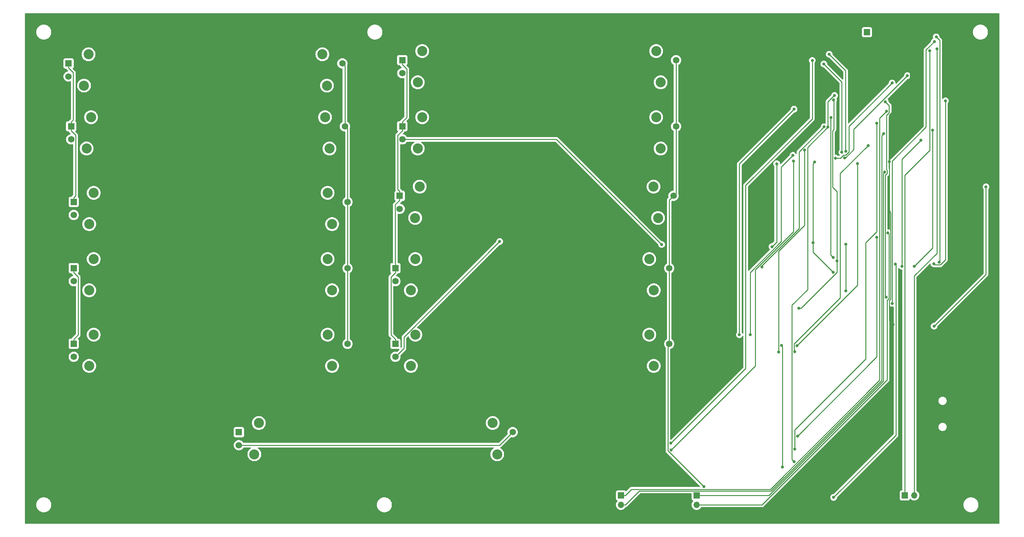
<source format=gbr>
%TF.GenerationSoftware,KiCad,Pcbnew,7.0.6*%
%TF.CreationDate,2023-07-25T22:23:12+05:30*%
%TF.ProjectId,class2_assignment,636c6173-7332-45f6-9173-7369676e6d65,rev?*%
%TF.SameCoordinates,Original*%
%TF.FileFunction,Copper,L2,Bot*%
%TF.FilePolarity,Positive*%
%FSLAX46Y46*%
G04 Gerber Fmt 4.6, Leading zero omitted, Abs format (unit mm)*
G04 Created by KiCad (PCBNEW 7.0.6) date 2023-07-25 22:23:12*
%MOMM*%
%LPD*%
G01*
G04 APERTURE LIST*
%TA.AperFunction,ComponentPad*%
%ADD10R,1.700000X1.700000*%
%TD*%
%TA.AperFunction,ComponentPad*%
%ADD11O,1.700000X1.700000*%
%TD*%
%TA.AperFunction,ComponentPad*%
%ADD12R,1.750000X1.750000*%
%TD*%
%TA.AperFunction,ComponentPad*%
%ADD13C,1.750000*%
%TD*%
%TA.AperFunction,ComponentPad*%
%ADD14C,2.700000*%
%TD*%
%TA.AperFunction,ViaPad*%
%ADD15C,0.800000*%
%TD*%
%TA.AperFunction,Conductor*%
%ADD16C,0.250000*%
%TD*%
G04 APERTURE END LIST*
D10*
%TO.P,J4,1,Pin_1*%
%TO.N,Net-(J4-Pin_1)*%
X177800000Y-147320000D03*
D11*
%TO.P,J4,2,Pin_2*%
%TO.N,Net-(J4-Pin_2)*%
X177800000Y-149860000D03*
%TD*%
D10*
%TO.P,J3,1,Pin_1*%
%TO.N,Net-(J3-Pin_1)*%
X254000000Y-147320000D03*
D11*
%TO.P,J3,2,Pin_2*%
%TO.N,Net-(J3-Pin_2)*%
X256540000Y-147320000D03*
%TD*%
D12*
%TO.P,RV10,1,1*%
%TO.N,Net-(U1B--)*%
X117270000Y-106590000D03*
D13*
%TO.P,RV10,2,2*%
%TO.N,Net-(C19-Pad1)*%
X117270000Y-110090000D03*
%TO.P,RV10,3,3*%
%TO.N,Net-(U1B-+)*%
X190770000Y-106590000D03*
D14*
%TO.P,RV10,MP*%
%TO.N,N/C*%
X121420000Y-112540000D03*
X122620000Y-104140000D03*
X185420000Y-104140000D03*
X186620000Y-112540000D03*
%TD*%
D12*
%TO.P,RV6,1,1*%
%TO.N,Net-(U1B--)*%
X30910000Y-68490000D03*
D13*
%TO.P,RV6,2,2*%
%TO.N,Net-(C11-Pad1)*%
X30910000Y-71990000D03*
%TO.P,RV6,3,3*%
%TO.N,Net-(U1B-+)*%
X104410000Y-68490000D03*
D14*
%TO.P,RV6,MP*%
%TO.N,N/C*%
X35060000Y-74440000D03*
X36260000Y-66040000D03*
X99060000Y-66040000D03*
X100260000Y-74440000D03*
%TD*%
D12*
%TO.P,RV3,1,1*%
%TO.N,Net-(U1B--)*%
X119110000Y-48170000D03*
D13*
%TO.P,RV3,2,2*%
%TO.N,Net-(C5-Pad1)*%
X119110000Y-51670000D03*
%TO.P,RV3,3,3*%
%TO.N,Net-(U1B-+)*%
X192610000Y-48170000D03*
D14*
%TO.P,RV3,MP*%
%TO.N,N/C*%
X123260000Y-54120000D03*
X124460000Y-45720000D03*
X187260000Y-45720000D03*
X188460000Y-54120000D03*
%TD*%
D12*
%TO.P,RV4,1,1*%
%TO.N,Net-(U1B--)*%
X118420000Y-66830000D03*
D13*
%TO.P,RV4,2,2*%
%TO.N,Net-(C7-Pad1)*%
X118420000Y-70330000D03*
%TO.P,RV4,3,3*%
%TO.N,Net-(U1B-+)*%
X191920000Y-66830000D03*
D14*
%TO.P,RV4,MP*%
%TO.N,N/C*%
X122570000Y-72780000D03*
X123770000Y-64380000D03*
X186570000Y-64380000D03*
X187770000Y-72780000D03*
%TD*%
D12*
%TO.P,RV9,1,1*%
%TO.N,Net-(U1B--)*%
X117270000Y-86270000D03*
D13*
%TO.P,RV9,2,2*%
%TO.N,Net-(C17-Pad1)*%
X117270000Y-89770000D03*
%TO.P,RV9,3,3*%
%TO.N,Net-(U1B-+)*%
X190770000Y-86270000D03*
D14*
%TO.P,RV9,MP*%
%TO.N,N/C*%
X121420000Y-92220000D03*
X122620000Y-83820000D03*
X185420000Y-83820000D03*
X186620000Y-92220000D03*
%TD*%
D12*
%TO.P,RV5,1,1*%
%TO.N,Net-(U1B--)*%
X119110000Y-30390000D03*
D13*
%TO.P,RV5,2,2*%
%TO.N,Net-(C9-Pad1)*%
X119110000Y-33890000D03*
%TO.P,RV5,3,3*%
%TO.N,Net-(U1B-+)*%
X192610000Y-30390000D03*
D14*
%TO.P,RV5,MP*%
%TO.N,N/C*%
X123260000Y-36340000D03*
X124460000Y-27940000D03*
X187260000Y-27940000D03*
X188460000Y-36340000D03*
%TD*%
D12*
%TO.P,RV7,1,1*%
%TO.N,Net-(U1B--)*%
X30910000Y-86270000D03*
D13*
%TO.P,RV7,2,2*%
%TO.N,Net-(C13-Pad1)*%
X30910000Y-89770000D03*
%TO.P,RV7,3,3*%
%TO.N,Net-(U1B-+)*%
X104410000Y-86270000D03*
D14*
%TO.P,RV7,MP*%
%TO.N,N/C*%
X35060000Y-92220000D03*
X36260000Y-83820000D03*
X99060000Y-83820000D03*
X100260000Y-92220000D03*
%TD*%
D12*
%TO.P,RV2,1,1*%
%TO.N,Net-(U1B--)*%
X30210000Y-48170000D03*
D13*
%TO.P,RV2,2,2*%
%TO.N,Net-(C3-Pad1)*%
X30210000Y-51670000D03*
%TO.P,RV2,3,3*%
%TO.N,Net-(U1B-+)*%
X103710000Y-48170000D03*
D14*
%TO.P,RV2,MP*%
%TO.N,N/C*%
X34360000Y-54120000D03*
X35560000Y-45720000D03*
X98360000Y-45720000D03*
X99560000Y-54120000D03*
%TD*%
D10*
%TO.P,J1,1,Pin_1*%
%TO.N,Net-(J1-Pin_1)*%
X243840000Y-22860000D03*
%TD*%
D12*
%TO.P,RV8,1,1*%
%TO.N,Net-(U1B--)*%
X30910000Y-106590000D03*
D13*
%TO.P,RV8,2,2*%
%TO.N,Net-(C15-Pad1)*%
X30910000Y-110090000D03*
%TO.P,RV8,3,3*%
%TO.N,Net-(U1B-+)*%
X104410000Y-106590000D03*
D14*
%TO.P,RV8,MP*%
%TO.N,N/C*%
X35060000Y-112540000D03*
X36260000Y-104140000D03*
X99060000Y-104140000D03*
X100260000Y-112540000D03*
%TD*%
D10*
%TO.P,J5,1,Pin_1*%
%TO.N,Net-(J5-Pin_1)*%
X198120000Y-147320000D03*
D11*
%TO.P,J5,2,Pin_2*%
%TO.N,Net-(J5-Pin_2)*%
X198120000Y-149860000D03*
%TD*%
D12*
%TO.P,RV11,1,1*%
%TO.N,Net-(C21-Pad2)*%
X75240000Y-130330000D03*
D13*
%TO.P,RV11,2,2*%
%TO.N,Net-(R21-Pad1)*%
X75240000Y-133830000D03*
%TO.P,RV11,3,3*%
X148740000Y-130330000D03*
D14*
%TO.P,RV11,MP*%
%TO.N,N/C*%
X79390000Y-136280000D03*
X80590000Y-127880000D03*
X143390000Y-127880000D03*
X144590000Y-136280000D03*
%TD*%
D12*
%TO.P,RV1,1,1*%
%TO.N,Net-(U1B--)*%
X29520000Y-31270000D03*
D13*
%TO.P,RV1,2,2*%
%TO.N,Net-(C1-Pad1)*%
X29520000Y-34770000D03*
%TO.P,RV1,3,3*%
%TO.N,Net-(U1B-+)*%
X103020000Y-31270000D03*
D14*
%TO.P,RV1,MP*%
%TO.N,N/C*%
X33670000Y-37220000D03*
X34870000Y-28820000D03*
X97670000Y-28820000D03*
X98870000Y-37220000D03*
%TD*%
D15*
%TO.N,Net-(U1A-+)*%
X244173000Y-53340000D03*
X224456400Y-108714800D03*
%TO.N,Net-(U3C--)*%
X261884800Y-101857900D03*
X275806000Y-64424000D03*
%TO.N,Net-(U3B--)*%
X225191900Y-131374800D03*
X246468500Y-77985500D03*
%TO.N,Net-(U2D--)*%
X224452400Y-134841500D03*
X246500700Y-47357700D03*
%TO.N,Net-(U2C--)*%
X253250500Y-85789500D03*
X258349000Y-51908800D03*
%TO.N,Net-(U2B--)*%
X256532200Y-85773500D03*
X261455700Y-49227600D03*
%TO.N,Net-(U2A--)*%
X261824900Y-85108900D03*
X264921800Y-41302500D03*
%TO.N,Net-(U1D--)*%
X263218500Y-84651700D03*
X262449800Y-24154500D03*
%TO.N,Net-(U1C--)*%
X212514600Y-104140000D03*
X223984300Y-55952800D03*
%TO.N,Net-(J5-Pin_2)*%
X249470700Y-76758100D03*
%TO.N,Net-(J5-Pin_1)*%
X248566900Y-60482200D03*
%TO.N,Net-(J4-Pin_2)*%
X248364400Y-50136500D03*
%TO.N,Net-(J4-Pin_1)*%
X249091300Y-44110000D03*
%TO.N,Net-(J3-Pin_2)*%
X262612900Y-27317600D03*
%TO.N,Net-(J3-Pin_1)*%
X260663100Y-27821500D03*
%TO.N,Net-(C25-Pad1)*%
X238160000Y-92358300D03*
X238208300Y-79821700D03*
%TO.N,Net-(C24-Pad2)*%
X237862400Y-56608100D03*
X254727900Y-34553000D03*
%TO.N,Net-(U1B--)*%
X235378700Y-56690000D03*
X250613200Y-36524400D03*
%TO.N,Net-(U1B-+)*%
X200041800Y-144952100D03*
%TO.N,GND*%
X250870100Y-101443600D03*
X249857500Y-71138300D03*
X249859100Y-57691800D03*
X255477900Y-28380400D03*
%TO.N,Net-(C22-Pad1)*%
X238142200Y-54860500D03*
X233719000Y-28805000D03*
%TO.N,Net-(U3D-+)*%
X234908700Y-147866200D03*
X251488300Y-85158900D03*
%TO.N,Net-(C19-Pad1)*%
X145243700Y-79125500D03*
%TO.N,Net-(C17-Pad2)*%
X229346500Y-79419200D03*
X229832700Y-57786100D03*
X234780000Y-87388600D03*
%TO.N,Net-(U3B-+)*%
X237120300Y-55120600D03*
X232278800Y-31422000D03*
%TO.N,Net-(C15-Pad2)*%
X229182600Y-30480000D03*
X191195900Y-133303500D03*
%TO.N,Net-(U3A-+)*%
X241313300Y-58194100D03*
X225045700Y-107139900D03*
%TO.N,Net-(C13-Pad2)*%
X221125800Y-139700000D03*
X220881100Y-107007500D03*
%TO.N,Net-(U2D-+)*%
X227133900Y-54571500D03*
X220146800Y-108762100D03*
%TO.N,Net-(U2C-+)*%
X191262900Y-135114600D03*
X224095400Y-57460700D03*
%TO.N,Net-(C10-Pad1)*%
X234825700Y-83435000D03*
X234220300Y-45824100D03*
%TO.N,Net-(U2B-+)*%
X224308400Y-138269500D03*
X235154100Y-39880400D03*
X233399500Y-48335400D03*
%TO.N,Net-(C7-Pad2)*%
X235808300Y-84346600D03*
X225572800Y-97026100D03*
X234884900Y-41092500D03*
%TO.N,Net-(U2A-+)*%
X232371200Y-48285200D03*
X215685700Y-85951500D03*
%TO.N,Net-(C5-Pad1)*%
X188747100Y-79917600D03*
%TO.N,Net-(U1D-+)*%
X250587300Y-95735400D03*
X261948200Y-25400000D03*
%TO.N,Net-(C3-Pad2)*%
X219628800Y-58220100D03*
X218368800Y-80488800D03*
%TO.N,Net-(U1C-+)*%
X249018800Y-94070500D03*
X248760600Y-41550000D03*
%TO.N,Net-(C1-Pad2)*%
X209594800Y-104140000D03*
X224279000Y-43562600D03*
%TD*%
D16*
%TO.N,Net-(U1A-+)*%
X236690200Y-60822800D02*
X244173000Y-53340000D01*
X236690200Y-94217200D02*
X236690200Y-60822800D01*
X224318800Y-106588600D02*
X236690200Y-94217200D01*
X224318800Y-108577200D02*
X224318800Y-106588600D01*
X224456400Y-108714800D02*
X224318800Y-108577200D01*
%TO.N,Net-(R21-Pad1)*%
X145240000Y-133830000D02*
X75240000Y-133830000D01*
X148740000Y-130330000D02*
X145240000Y-133830000D01*
%TO.N,Net-(U3C--)*%
X275806000Y-87936700D02*
X261884800Y-101857900D01*
X275806000Y-64424000D02*
X275806000Y-87936700D01*
%TO.N,Net-(U3B--)*%
X246468500Y-110098200D02*
X246468500Y-77985500D01*
X225191900Y-131374800D02*
X246468500Y-110098200D01*
%TO.N,Net-(U2D--)*%
X224452400Y-129712300D02*
X224452400Y-134841500D01*
X243478400Y-110686300D02*
X224452400Y-129712300D01*
X243478400Y-79447700D02*
X243478400Y-110686300D01*
X246500700Y-76425400D02*
X243478400Y-79447700D01*
X246500700Y-47357700D02*
X246500700Y-76425400D01*
%TO.N,Net-(U2C--)*%
X253250500Y-57007300D02*
X258349000Y-51908800D01*
X253250500Y-85789500D02*
X253250500Y-57007300D01*
%TO.N,Net-(U2B--)*%
X261455700Y-80850000D02*
X261455700Y-49227600D01*
X256532200Y-85773500D02*
X261455700Y-80850000D01*
%TO.N,Net-(U2A--)*%
X264921800Y-84035000D02*
X264921800Y-41302500D01*
X263578200Y-85378600D02*
X264921800Y-84035000D01*
X262094600Y-85378600D02*
X263578200Y-85378600D01*
X261824900Y-85108900D02*
X262094600Y-85378600D01*
%TO.N,Net-(U1D--)*%
X263377400Y-25082100D02*
X262449800Y-24154500D01*
X263377400Y-84492800D02*
X263377400Y-25082100D01*
X263218500Y-84651700D02*
X263377400Y-84492800D01*
%TO.N,Net-(U1C--)*%
X220864300Y-59072800D02*
X223984300Y-55952800D01*
X220864300Y-79091700D02*
X220864300Y-59072800D01*
X212514600Y-87441400D02*
X220864300Y-79091700D01*
X212514600Y-104140000D02*
X212514600Y-87441400D01*
%TO.N,Net-(J5-Pin_2)*%
X249745700Y-77033100D02*
X249470700Y-76758100D01*
X249745700Y-94371600D02*
X249745700Y-77033100D01*
X249240000Y-94877300D02*
X249745700Y-94371600D01*
X249240000Y-116283200D02*
X249240000Y-94877300D01*
X215663200Y-149860000D02*
X249240000Y-116283200D01*
X198120000Y-149860000D02*
X215663200Y-149860000D01*
%TO.N,Net-(J5-Pin_1)*%
X198120000Y-147320000D02*
X199296900Y-147320000D01*
X248291800Y-60757300D02*
X248566900Y-60482200D01*
X248291800Y-116592300D02*
X248291800Y-60757300D01*
X217564100Y-147320000D02*
X248291800Y-116592300D01*
X199296900Y-147320000D02*
X217564100Y-147320000D01*
%TO.N,Net-(J4-Pin_2)*%
X177800000Y-149860000D02*
X178976900Y-149860000D01*
X247839900Y-50661000D02*
X248364400Y-50136500D01*
X247839900Y-116405100D02*
X247839900Y-50661000D01*
X218114000Y-146131000D02*
X247839900Y-116405100D01*
X182705900Y-146131000D02*
X218114000Y-146131000D01*
X178976900Y-149860000D02*
X182705900Y-146131000D01*
%TO.N,Net-(J4-Pin_1)*%
X177800000Y-147320000D02*
X178976900Y-147320000D01*
X247227600Y-45973700D02*
X249091300Y-44110000D01*
X247227600Y-116378300D02*
X247227600Y-45973700D01*
X217926900Y-145679000D02*
X247227600Y-116378300D01*
X180617900Y-145679000D02*
X217926900Y-145679000D01*
X178976900Y-147320000D02*
X180617900Y-145679000D01*
%TO.N,Net-(J3-Pin_2)*%
X256540000Y-147320000D02*
X256540000Y-146143100D01*
X262612900Y-82275900D02*
X262612900Y-27317600D01*
X256540000Y-88348800D02*
X262612900Y-82275900D01*
X256540000Y-146143100D02*
X256540000Y-88348800D01*
%TO.N,Net-(J3-Pin_1)*%
X254000000Y-147320000D02*
X254000000Y-146143100D01*
X260663100Y-54650000D02*
X260663100Y-27821500D01*
X254000000Y-61313100D02*
X260663100Y-54650000D01*
X254000000Y-146143100D02*
X254000000Y-61313100D01*
%TO.N,Net-(C25-Pad1)*%
X238160000Y-79870000D02*
X238160000Y-92358300D01*
X238208300Y-79821700D02*
X238160000Y-79870000D01*
%TO.N,Net-(C24-Pad2)*%
X240305900Y-48975000D02*
X254727900Y-34553000D01*
X240305900Y-54368300D02*
X240305900Y-48975000D01*
X238066100Y-56608100D02*
X240305900Y-54368300D01*
X237862400Y-56608100D02*
X238066100Y-56608100D01*
%TO.N,Net-(U1B--)*%
X120311900Y-45766200D02*
X119110000Y-46968100D01*
X120311900Y-32793800D02*
X120311900Y-45766200D01*
X119110000Y-31591900D02*
X120311900Y-32793800D01*
X119110000Y-30390000D02*
X119110000Y-31591900D01*
X119110000Y-48170000D02*
X119110000Y-46968100D01*
X31411900Y-50573800D02*
X30210000Y-49371900D01*
X31411900Y-66786200D02*
X31411900Y-50573800D01*
X30910000Y-67288100D02*
X31411900Y-66786200D01*
X30910000Y-68490000D02*
X30910000Y-67288100D01*
X30210000Y-48170000D02*
X30210000Y-49371900D01*
X30778300Y-46399800D02*
X30210000Y-46968100D01*
X30778300Y-33730200D02*
X30778300Y-46399800D01*
X29520000Y-32471900D02*
X30778300Y-33730200D01*
X29520000Y-31270000D02*
X29520000Y-32471900D01*
X30210000Y-48170000D02*
X30210000Y-46968100D01*
X116068100Y-88673800D02*
X117270000Y-87471900D01*
X116068100Y-104186200D02*
X116068100Y-88673800D01*
X117270000Y-105388100D02*
X116068100Y-104186200D01*
X117270000Y-106590000D02*
X117270000Y-105388100D01*
X117908100Y-50573800D02*
X119110000Y-49371900D01*
X117908100Y-65116200D02*
X117908100Y-50573800D01*
X118420000Y-65628100D02*
X117908100Y-65116200D01*
X118420000Y-66830000D02*
X118420000Y-65628100D01*
X119110000Y-48170000D02*
X119110000Y-49371900D01*
X117270000Y-86870900D02*
X117270000Y-87471900D01*
X117270000Y-86870900D02*
X117270000Y-86270000D01*
X117218100Y-69233800D02*
X118420000Y-68031900D01*
X117218100Y-85016200D02*
X117218100Y-69233800D01*
X117270000Y-85068100D02*
X117218100Y-85016200D01*
X117270000Y-86270000D02*
X117270000Y-85068100D01*
X118420000Y-66830000D02*
X118420000Y-68031900D01*
X32111900Y-88673800D02*
X30910000Y-87471900D01*
X32111900Y-104186200D02*
X32111900Y-88673800D01*
X30910000Y-105388100D02*
X32111900Y-104186200D01*
X30910000Y-106590000D02*
X30910000Y-105388100D01*
X30910000Y-86270000D02*
X30910000Y-87471900D01*
X238997100Y-48140500D02*
X250613200Y-36524400D01*
X238997100Y-55038000D02*
X238997100Y-48140500D01*
X238153900Y-55881200D02*
X238997100Y-55038000D01*
X237561400Y-55881200D02*
X238153900Y-55881200D01*
X236752700Y-56689900D02*
X237561400Y-55881200D01*
X236752700Y-56690000D02*
X236752700Y-56689900D01*
X235378700Y-56690000D02*
X236752700Y-56690000D01*
%TO.N,Net-(U1B-+)*%
X104410000Y-106590000D02*
X104410000Y-86270000D01*
X104410000Y-86270000D02*
X104410000Y-68490000D01*
X192610000Y-30390000D02*
X192610000Y-48170000D01*
X104410000Y-48870000D02*
X103710000Y-48170000D01*
X104410000Y-68490000D02*
X104410000Y-48870000D01*
X103710000Y-31960000D02*
X103020000Y-31270000D01*
X103710000Y-48170000D02*
X103710000Y-31960000D01*
X190770000Y-106590000D02*
X190770000Y-86270000D01*
X190770000Y-67980000D02*
X191920000Y-66830000D01*
X190770000Y-86270000D02*
X190770000Y-67980000D01*
X192610000Y-66140000D02*
X192610000Y-48170000D01*
X191920000Y-66830000D02*
X192610000Y-66140000D01*
X190432500Y-135342800D02*
X200041800Y-144952100D01*
X190432500Y-106927500D02*
X190432500Y-135342800D01*
X190770000Y-106590000D02*
X190432500Y-106927500D01*
%TO.N,GND*%
X249857500Y-57693400D02*
X249859100Y-57691800D01*
X249857500Y-71138300D02*
X249857500Y-57693400D01*
X250197600Y-71478400D02*
X249857500Y-71138300D01*
X250197600Y-94558800D02*
X250197600Y-71478400D01*
X249857500Y-94898900D02*
X250197600Y-94558800D01*
X249857500Y-100431000D02*
X249857500Y-94898900D01*
X250870100Y-101443600D02*
X249857500Y-100431000D01*
X255477900Y-39517800D02*
X255477900Y-28380400D01*
X249859100Y-45136600D02*
X255477900Y-39517800D01*
X249859100Y-57691800D02*
X249859100Y-45136600D01*
%TO.N,Net-(C22-Pad1)*%
X238113900Y-54832200D02*
X238142200Y-54860500D01*
X238113800Y-54832200D02*
X238113900Y-54832200D01*
X238113800Y-33199800D02*
X238113800Y-54832200D01*
X233719000Y-28805000D02*
X238113800Y-33199800D01*
%TO.N,Net-(U3D-+)*%
X251641600Y-85312200D02*
X251488300Y-85158900D01*
X251641600Y-131133300D02*
X251641600Y-85312200D01*
X234908700Y-147866200D02*
X251641600Y-131133300D01*
%TO.N,Net-(C19-Pad1)*%
X119569600Y-104799600D02*
X145243700Y-79125500D01*
X119569600Y-107790400D02*
X119569600Y-104799600D01*
X117270000Y-110090000D02*
X119569600Y-107790400D01*
%TO.N,Net-(C17-Pad2)*%
X229346500Y-58272300D02*
X229832700Y-57786100D01*
X229346500Y-79419200D02*
X229346500Y-58272300D01*
X229346500Y-81955100D02*
X229346500Y-79419200D01*
X234780000Y-87388600D02*
X229346500Y-81955100D01*
%TO.N,Net-(U3B-+)*%
X237120300Y-36263500D02*
X237120300Y-55120600D01*
X232278800Y-31422000D02*
X237120300Y-36263500D01*
%TO.N,Net-(C15-Pad2)*%
X211292200Y-113207200D02*
X191195900Y-133303500D01*
X211292200Y-64039600D02*
X211292200Y-113207200D01*
X229182600Y-46149200D02*
X211292200Y-64039600D01*
X229182600Y-30480000D02*
X229182600Y-46149200D01*
%TO.N,Net-(U3A-+)*%
X241313300Y-90872300D02*
X241313300Y-58194100D01*
X225045700Y-107139900D02*
X241313300Y-90872300D01*
%TO.N,Net-(C13-Pad2)*%
X221125800Y-107252200D02*
X221125800Y-139700000D01*
X220881100Y-107007500D02*
X221125800Y-107252200D01*
%TO.N,Net-(U2D-+)*%
X227133900Y-74755200D02*
X227133900Y-54571500D01*
X220146800Y-81742300D02*
X227133900Y-74755200D01*
X220146800Y-108762100D02*
X220146800Y-81742300D01*
%TO.N,Net-(U2C-+)*%
X213862400Y-112515100D02*
X191262900Y-135114600D01*
X213862400Y-86732700D02*
X213862400Y-112515100D01*
X224095400Y-76499700D02*
X213862400Y-86732700D01*
X224095400Y-57460700D02*
X224095400Y-76499700D01*
%TO.N,Net-(C10-Pad1)*%
X234150800Y-45893600D02*
X234220300Y-45824100D01*
X234150800Y-82760100D02*
X234150800Y-45893600D01*
X234825700Y-83435000D02*
X234150800Y-82760100D01*
%TO.N,Net-(U2B-+)*%
X235056500Y-39880400D02*
X235154100Y-39880400D01*
X233399500Y-41537400D02*
X235056500Y-39880400D01*
X233399500Y-48335400D02*
X233399500Y-41537400D01*
X227898900Y-53836000D02*
X233399500Y-48335400D01*
X227898900Y-92027800D02*
X227898900Y-53836000D01*
X223711300Y-96215400D02*
X227898900Y-92027800D01*
X223711300Y-137672400D02*
X223711300Y-96215400D01*
X224308400Y-138269500D02*
X223711300Y-137672400D01*
%TO.N,Net-(C7-Pad2)*%
X235808300Y-87388300D02*
X235808300Y-84346600D01*
X226170500Y-97026100D02*
X235808300Y-87388300D01*
X225572800Y-97026100D02*
X226170500Y-97026100D01*
X234982900Y-41190500D02*
X234884900Y-41092500D01*
X234982900Y-49005600D02*
X234982900Y-41190500D01*
X234627200Y-49361300D02*
X234982900Y-49005600D01*
X234627200Y-64536600D02*
X234627200Y-49361300D01*
X235808300Y-65717700D02*
X234627200Y-64536600D01*
X235808300Y-84346600D02*
X235808300Y-65717700D01*
%TO.N,Net-(U2A-+)*%
X225643300Y-55013100D02*
X232371200Y-48285200D01*
X225643300Y-75604600D02*
X225643300Y-55013100D01*
X215685700Y-85562200D02*
X225643300Y-75604600D01*
X215685700Y-85951500D02*
X215685700Y-85562200D01*
%TO.N,Net-(C5-Pad1)*%
X160499500Y-51670000D02*
X188747100Y-79917600D01*
X119110000Y-51670000D02*
X160499500Y-51670000D01*
%TO.N,Net-(U1D-+)*%
X259727500Y-27620700D02*
X261948200Y-25400000D01*
X259727500Y-48388700D02*
X259727500Y-27620700D01*
X250649500Y-57466700D02*
X259727500Y-48388700D01*
X250649500Y-95673200D02*
X250649500Y-57466700D01*
X250587300Y-95735400D02*
X250649500Y-95673200D01*
%TO.N,Net-(C3-Pad2)*%
X219628800Y-79228800D02*
X219628800Y-58220100D01*
X218368800Y-80488800D02*
X219628800Y-79228800D01*
%TO.N,Net-(U1C-+)*%
X249818200Y-42607600D02*
X248760600Y-41550000D01*
X249818200Y-44538400D02*
X249818200Y-42607600D01*
X249098800Y-45257800D02*
X249818200Y-44538400D01*
X249098800Y-59869900D02*
X249098800Y-45257800D01*
X249293800Y-60064900D02*
X249098800Y-59869900D01*
X249293800Y-60783300D02*
X249293800Y-60064900D01*
X248743800Y-61333300D02*
X249293800Y-60783300D01*
X248743800Y-93795500D02*
X248743800Y-61333300D01*
X249018800Y-94070500D02*
X248743800Y-93795500D01*
%TO.N,Net-(C1-Pad2)*%
X209594800Y-58246800D02*
X209594800Y-104140000D01*
X224279000Y-43562600D02*
X209594800Y-58246800D01*
%TD*%
%TA.AperFunction,Conductor*%
%TO.N,GND*%
G36*
X249986377Y-61143555D02*
G01*
X250020764Y-61204377D01*
X250024000Y-61232521D01*
X250023999Y-75827782D01*
X250004314Y-75894821D01*
X249951510Y-75940576D01*
X249882352Y-75950520D01*
X249849565Y-75941062D01*
X249800080Y-75919029D01*
X249750502Y-75896955D01*
X249604700Y-75865965D01*
X249565346Y-75857600D01*
X249493300Y-75857600D01*
X249426261Y-75837915D01*
X249380506Y-75785111D01*
X249369300Y-75733600D01*
X249369300Y-61643752D01*
X249388985Y-61576713D01*
X249405619Y-61556071D01*
X249425819Y-61535871D01*
X249677588Y-61284101D01*
X249689842Y-61274286D01*
X249689659Y-61274064D01*
X249695666Y-61269092D01*
X249695677Y-61269086D01*
X249730014Y-61232521D01*
X249743027Y-61218664D01*
X249753471Y-61208218D01*
X249763920Y-61197771D01*
X249768179Y-61192278D01*
X249771952Y-61187861D01*
X249803862Y-61153882D01*
X249803861Y-61153882D01*
X249809206Y-61148192D01*
X249811610Y-61150449D01*
X249854956Y-61116992D01*
X249924567Y-61110979D01*
X249986377Y-61143555D01*
G37*
%TD.AperFunction*%
%TA.AperFunction,Conductor*%
G36*
X279343039Y-17799685D02*
G01*
X279388794Y-17852489D01*
X279400000Y-17904000D01*
X279400000Y-154816000D01*
X279380315Y-154883039D01*
X279327511Y-154928794D01*
X279276000Y-154940000D01*
X17904000Y-154940000D01*
X17836961Y-154920315D01*
X17791206Y-154867511D01*
X17780000Y-154816000D01*
X17780000Y-149860001D01*
X20854390Y-149860001D01*
X20874804Y-150145433D01*
X20935628Y-150425037D01*
X20935630Y-150425043D01*
X20935631Y-150425046D01*
X21035633Y-150693161D01*
X21035635Y-150693166D01*
X21172770Y-150944309D01*
X21172775Y-150944317D01*
X21344254Y-151173387D01*
X21344270Y-151173405D01*
X21546594Y-151375729D01*
X21546612Y-151375745D01*
X21775682Y-151547224D01*
X21775690Y-151547229D01*
X22026833Y-151684364D01*
X22026832Y-151684364D01*
X22026836Y-151684365D01*
X22026839Y-151684367D01*
X22294954Y-151784369D01*
X22294960Y-151784370D01*
X22294962Y-151784371D01*
X22574566Y-151845195D01*
X22574568Y-151845195D01*
X22574572Y-151845196D01*
X22788552Y-151860500D01*
X22931448Y-151860500D01*
X23145428Y-151845196D01*
X23425046Y-151784369D01*
X23693161Y-151684367D01*
X23944315Y-151547226D01*
X24173395Y-151375739D01*
X24375739Y-151173395D01*
X24547226Y-150944315D01*
X24684367Y-150693161D01*
X24784369Y-150425046D01*
X24806423Y-150323664D01*
X24845195Y-150145433D01*
X24845195Y-150145432D01*
X24845196Y-150145428D01*
X24865610Y-149860001D01*
X112294390Y-149860001D01*
X112314804Y-150145433D01*
X112375628Y-150425037D01*
X112375630Y-150425043D01*
X112375631Y-150425046D01*
X112475633Y-150693161D01*
X112475635Y-150693166D01*
X112612770Y-150944309D01*
X112612775Y-150944317D01*
X112784254Y-151173387D01*
X112784270Y-151173405D01*
X112986594Y-151375729D01*
X112986612Y-151375745D01*
X113215682Y-151547224D01*
X113215690Y-151547229D01*
X113466833Y-151684364D01*
X113466832Y-151684364D01*
X113466836Y-151684365D01*
X113466839Y-151684367D01*
X113734954Y-151784369D01*
X113734960Y-151784370D01*
X113734962Y-151784371D01*
X114014566Y-151845195D01*
X114014568Y-151845195D01*
X114014572Y-151845196D01*
X114228552Y-151860500D01*
X114371448Y-151860500D01*
X114585428Y-151845196D01*
X114865046Y-151784369D01*
X115133161Y-151684367D01*
X115384315Y-151547226D01*
X115613395Y-151375739D01*
X115815739Y-151173395D01*
X115987226Y-150944315D01*
X116124367Y-150693161D01*
X116224369Y-150425046D01*
X116246423Y-150323664D01*
X116285195Y-150145433D01*
X116285195Y-150145432D01*
X116285196Y-150145428D01*
X116305610Y-149860000D01*
X176444341Y-149860000D01*
X176464936Y-150095403D01*
X176464938Y-150095413D01*
X176526094Y-150323655D01*
X176526096Y-150323659D01*
X176526097Y-150323663D01*
X176600838Y-150483945D01*
X176625965Y-150537830D01*
X176625967Y-150537834D01*
X176734281Y-150692521D01*
X176761505Y-150731401D01*
X176928599Y-150898495D01*
X176994028Y-150944309D01*
X177122165Y-151034032D01*
X177122167Y-151034033D01*
X177122170Y-151034035D01*
X177336337Y-151133903D01*
X177564592Y-151195063D01*
X177752918Y-151211539D01*
X177799999Y-151215659D01*
X177800000Y-151215659D01*
X177800001Y-151215659D01*
X177839234Y-151212226D01*
X178035408Y-151195063D01*
X178263663Y-151133903D01*
X178477830Y-151034035D01*
X178671401Y-150898495D01*
X178838495Y-150731401D01*
X178974035Y-150537830D01*
X178974036Y-150537825D01*
X178975599Y-150535595D01*
X179030176Y-150491970D01*
X179067818Y-150483945D01*
X179067816Y-150483931D01*
X179068082Y-150483888D01*
X179073286Y-150482779D01*
X179075527Y-150482709D01*
X179094769Y-150477117D01*
X179113812Y-150473174D01*
X179133692Y-150470664D01*
X179177022Y-150453507D01*
X179182546Y-150451617D01*
X179186296Y-150450527D01*
X179227290Y-150438618D01*
X179244529Y-150428422D01*
X179262003Y-150419862D01*
X179280627Y-150412488D01*
X179280627Y-150412487D01*
X179280632Y-150412486D01*
X179318349Y-150385082D01*
X179323205Y-150381892D01*
X179363320Y-150358170D01*
X179377489Y-150343999D01*
X179392279Y-150331368D01*
X179408487Y-150319594D01*
X179438199Y-150283676D01*
X179442112Y-150279376D01*
X182928671Y-146792819D01*
X182989995Y-146759334D01*
X183016353Y-146756500D01*
X196645500Y-146756500D01*
X196712539Y-146776185D01*
X196758294Y-146828989D01*
X196769500Y-146880500D01*
X196769500Y-148217870D01*
X196769501Y-148217876D01*
X196775908Y-148277483D01*
X196826202Y-148412328D01*
X196826206Y-148412335D01*
X196912452Y-148527544D01*
X196912455Y-148527547D01*
X197027664Y-148613793D01*
X197027671Y-148613797D01*
X197159081Y-148662810D01*
X197215015Y-148704681D01*
X197239432Y-148770145D01*
X197224580Y-148838418D01*
X197203430Y-148866673D01*
X197081503Y-148988600D01*
X196945965Y-149182169D01*
X196945964Y-149182171D01*
X196846098Y-149396335D01*
X196846094Y-149396344D01*
X196784938Y-149624586D01*
X196784936Y-149624596D01*
X196764341Y-149859999D01*
X196764341Y-149860000D01*
X196784936Y-150095403D01*
X196784938Y-150095413D01*
X196846094Y-150323655D01*
X196846096Y-150323659D01*
X196846097Y-150323663D01*
X196920838Y-150483945D01*
X196945965Y-150537830D01*
X196945967Y-150537834D01*
X197054281Y-150692521D01*
X197081505Y-150731401D01*
X197248599Y-150898495D01*
X197314028Y-150944309D01*
X197442165Y-151034032D01*
X197442167Y-151034033D01*
X197442170Y-151034035D01*
X197656337Y-151133903D01*
X197884592Y-151195063D01*
X198072918Y-151211539D01*
X198119999Y-151215659D01*
X198120000Y-151215659D01*
X198120001Y-151215659D01*
X198159234Y-151212226D01*
X198355408Y-151195063D01*
X198583663Y-151133903D01*
X198797830Y-151034035D01*
X198991401Y-150898495D01*
X199158495Y-150731401D01*
X199293651Y-150538377D01*
X199348229Y-150494752D01*
X199395227Y-150485500D01*
X215580457Y-150485500D01*
X215596077Y-150487224D01*
X215596104Y-150486939D01*
X215603860Y-150487671D01*
X215603867Y-150487673D01*
X215673014Y-150485500D01*
X215702550Y-150485500D01*
X215709428Y-150484630D01*
X215715241Y-150484172D01*
X215761827Y-150482709D01*
X215781069Y-150477117D01*
X215800112Y-150473174D01*
X215819992Y-150470664D01*
X215863322Y-150453507D01*
X215868846Y-150451617D01*
X215872596Y-150450527D01*
X215913590Y-150438618D01*
X215930829Y-150428422D01*
X215948303Y-150419862D01*
X215966927Y-150412488D01*
X215966927Y-150412487D01*
X215966932Y-150412486D01*
X216004649Y-150385082D01*
X216009505Y-150381892D01*
X216049620Y-150358170D01*
X216063789Y-150343999D01*
X216078579Y-150331368D01*
X216094787Y-150319594D01*
X216124499Y-150283676D01*
X216128412Y-150279376D01*
X216547787Y-149860001D01*
X269774390Y-149860001D01*
X269794804Y-150145433D01*
X269855628Y-150425037D01*
X269855630Y-150425043D01*
X269855631Y-150425046D01*
X269955633Y-150693161D01*
X269955635Y-150693166D01*
X270092770Y-150944309D01*
X270092775Y-150944317D01*
X270264254Y-151173387D01*
X270264270Y-151173405D01*
X270466594Y-151375729D01*
X270466612Y-151375745D01*
X270695682Y-151547224D01*
X270695690Y-151547229D01*
X270946833Y-151684364D01*
X270946832Y-151684364D01*
X270946836Y-151684365D01*
X270946839Y-151684367D01*
X271214954Y-151784369D01*
X271214960Y-151784370D01*
X271214962Y-151784371D01*
X271494566Y-151845195D01*
X271494568Y-151845195D01*
X271494572Y-151845196D01*
X271708552Y-151860500D01*
X271851448Y-151860500D01*
X272065428Y-151845196D01*
X272345046Y-151784369D01*
X272613161Y-151684367D01*
X272864315Y-151547226D01*
X273093395Y-151375739D01*
X273295739Y-151173395D01*
X273467226Y-150944315D01*
X273604367Y-150693161D01*
X273704369Y-150425046D01*
X273726423Y-150323664D01*
X273765195Y-150145433D01*
X273765195Y-150145432D01*
X273765196Y-150145428D01*
X273785610Y-149860000D01*
X273765196Y-149574572D01*
X273726423Y-149396337D01*
X273704371Y-149294962D01*
X273704370Y-149294960D01*
X273704369Y-149294954D01*
X273604367Y-149026839D01*
X273583486Y-148988599D01*
X273467229Y-148775690D01*
X273467224Y-148775682D01*
X273295745Y-148546612D01*
X273295729Y-148546594D01*
X273093405Y-148344270D01*
X273093387Y-148344254D01*
X272864317Y-148172775D01*
X272864309Y-148172770D01*
X272613166Y-148035635D01*
X272613167Y-148035635D01*
X272422886Y-147964664D01*
X272345046Y-147935631D01*
X272345043Y-147935630D01*
X272345037Y-147935628D01*
X272065433Y-147874804D01*
X271851448Y-147859500D01*
X271708552Y-147859500D01*
X271494566Y-147874804D01*
X271214962Y-147935628D01*
X270946833Y-148035635D01*
X270695690Y-148172770D01*
X270695682Y-148172775D01*
X270466612Y-148344254D01*
X270466594Y-148344270D01*
X270264270Y-148546594D01*
X270264254Y-148546612D01*
X270092775Y-148775682D01*
X270092770Y-148775690D01*
X269955635Y-149026833D01*
X269855628Y-149294962D01*
X269794804Y-149574566D01*
X269774390Y-149859998D01*
X269774390Y-149860001D01*
X216547787Y-149860001D01*
X249623788Y-116784001D01*
X249636042Y-116774186D01*
X249635859Y-116773964D01*
X249641866Y-116768992D01*
X249641877Y-116768986D01*
X249672775Y-116736082D01*
X249689227Y-116718564D01*
X249699671Y-116708118D01*
X249710120Y-116697671D01*
X249714379Y-116692178D01*
X249718152Y-116687761D01*
X249750062Y-116653782D01*
X249759715Y-116636220D01*
X249770389Y-116619970D01*
X249782673Y-116604136D01*
X249801180Y-116561367D01*
X249803749Y-116556124D01*
X249826196Y-116515293D01*
X249826197Y-116515292D01*
X249831177Y-116495891D01*
X249837478Y-116477488D01*
X249845438Y-116459096D01*
X249852730Y-116413049D01*
X249853911Y-116407352D01*
X249865500Y-116362219D01*
X249865500Y-116342174D01*
X249867025Y-116322791D01*
X249870160Y-116303004D01*
X249865775Y-116256615D01*
X249865500Y-116250777D01*
X249865500Y-106475284D01*
X249865499Y-96567420D01*
X249885184Y-96500385D01*
X249937988Y-96454630D01*
X250007146Y-96444686D01*
X250062384Y-96467106D01*
X250134565Y-96519548D01*
X250134570Y-96519551D01*
X250307492Y-96596542D01*
X250307497Y-96596544D01*
X250492654Y-96635900D01*
X250492655Y-96635900D01*
X250681944Y-96635900D01*
X250681946Y-96635900D01*
X250866321Y-96596710D01*
X250935986Y-96602026D01*
X250991720Y-96644163D01*
X251015825Y-96709743D01*
X251016100Y-96718000D01*
X251016100Y-130822847D01*
X250996415Y-130889886D01*
X250979781Y-130910528D01*
X234960928Y-146929381D01*
X234899605Y-146962866D01*
X234873247Y-146965700D01*
X234814054Y-146965700D01*
X234781597Y-146972598D01*
X234628897Y-147005055D01*
X234628892Y-147005057D01*
X234455970Y-147082048D01*
X234455965Y-147082051D01*
X234302829Y-147193311D01*
X234176166Y-147333985D01*
X234081521Y-147497915D01*
X234081518Y-147497922D01*
X234023027Y-147677940D01*
X234023026Y-147677944D01*
X234003240Y-147866200D01*
X234023026Y-148054456D01*
X234023027Y-148054459D01*
X234081518Y-148234477D01*
X234081521Y-148234484D01*
X234176167Y-148398416D01*
X234262262Y-148494034D01*
X234302829Y-148539088D01*
X234455965Y-148650348D01*
X234455970Y-148650351D01*
X234628892Y-148727342D01*
X234628897Y-148727344D01*
X234814054Y-148766700D01*
X234814055Y-148766700D01*
X235003344Y-148766700D01*
X235003346Y-148766700D01*
X235188503Y-148727344D01*
X235361430Y-148650351D01*
X235514571Y-148539088D01*
X235641233Y-148398416D01*
X235735879Y-148234484D01*
X235794374Y-148054456D01*
X235812021Y-147886545D01*
X235838605Y-147821932D01*
X235847652Y-147811836D01*
X252025388Y-131634101D01*
X252037642Y-131624286D01*
X252037459Y-131624064D01*
X252043466Y-131619092D01*
X252043477Y-131619086D01*
X252074375Y-131586182D01*
X252090827Y-131568664D01*
X252101271Y-131558218D01*
X252111720Y-131547771D01*
X252115979Y-131542278D01*
X252119752Y-131537861D01*
X252151662Y-131503882D01*
X252161313Y-131486324D01*
X252171996Y-131470061D01*
X252184273Y-131454236D01*
X252202785Y-131411453D01*
X252205338Y-131406241D01*
X252227797Y-131365392D01*
X252232780Y-131345980D01*
X252239081Y-131327580D01*
X252247037Y-131309196D01*
X252254329Y-131263152D01*
X252255506Y-131257471D01*
X252267100Y-131212319D01*
X252267100Y-131192283D01*
X252268627Y-131172882D01*
X252271760Y-131153104D01*
X252267375Y-131106715D01*
X252267100Y-131100877D01*
X252267100Y-86349975D01*
X252286785Y-86282936D01*
X252339589Y-86237181D01*
X252408747Y-86227237D01*
X252472303Y-86256262D01*
X252498485Y-86287972D01*
X252516848Y-86319777D01*
X252517967Y-86321716D01*
X252644629Y-86462388D01*
X252797765Y-86573648D01*
X252797770Y-86573651D01*
X252970692Y-86650642D01*
X252970697Y-86650644D01*
X253155854Y-86690000D01*
X253155855Y-86690000D01*
X253250500Y-86690000D01*
X253317539Y-86709685D01*
X253363294Y-86762489D01*
X253374500Y-86814000D01*
X253374500Y-145845500D01*
X253354815Y-145912539D01*
X253302011Y-145958294D01*
X253250501Y-145969500D01*
X253102130Y-145969500D01*
X253102123Y-145969501D01*
X253042516Y-145975908D01*
X252907671Y-146026202D01*
X252907664Y-146026206D01*
X252792455Y-146112452D01*
X252792452Y-146112455D01*
X252706206Y-146227664D01*
X252706202Y-146227671D01*
X252655908Y-146362517D01*
X252649501Y-146422116D01*
X252649500Y-146422135D01*
X252649500Y-148217870D01*
X252649501Y-148217876D01*
X252655908Y-148277483D01*
X252706202Y-148412328D01*
X252706206Y-148412335D01*
X252792452Y-148527544D01*
X252792455Y-148527547D01*
X252907664Y-148613793D01*
X252907671Y-148613797D01*
X253042517Y-148664091D01*
X253042516Y-148664091D01*
X253049444Y-148664835D01*
X253102127Y-148670500D01*
X254897872Y-148670499D01*
X254957483Y-148664091D01*
X255092331Y-148613796D01*
X255207546Y-148527546D01*
X255293796Y-148412331D01*
X255342810Y-148280916D01*
X255384681Y-148224984D01*
X255450145Y-148200566D01*
X255518418Y-148215417D01*
X255546673Y-148236569D01*
X255668599Y-148358495D01*
X255765384Y-148426265D01*
X255862165Y-148494032D01*
X255862167Y-148494033D01*
X255862170Y-148494035D01*
X256076337Y-148593903D01*
X256304592Y-148655063D01*
X256481034Y-148670500D01*
X256539999Y-148675659D01*
X256540000Y-148675659D01*
X256540001Y-148675659D01*
X256598966Y-148670500D01*
X256775408Y-148655063D01*
X257003663Y-148593903D01*
X257217830Y-148494035D01*
X257411401Y-148358495D01*
X257578495Y-148191401D01*
X257714035Y-147997830D01*
X257813903Y-147783663D01*
X257875063Y-147555408D01*
X257895659Y-147320000D01*
X257875063Y-147084592D01*
X257813903Y-146856337D01*
X257714035Y-146642171D01*
X257625817Y-146516181D01*
X257578494Y-146448597D01*
X257411402Y-146281506D01*
X257411401Y-146281505D01*
X257218376Y-146146347D01*
X257174751Y-146091770D01*
X257165500Y-146044772D01*
X257165500Y-128867401D01*
X263055746Y-128867401D01*
X263065745Y-129077327D01*
X263115296Y-129281578D01*
X263115298Y-129281582D01*
X263202598Y-129472743D01*
X263202601Y-129472748D01*
X263202602Y-129472750D01*
X263202604Y-129472753D01*
X263270125Y-129567573D01*
X263324515Y-129643953D01*
X263324520Y-129643959D01*
X263476620Y-129788985D01*
X263571578Y-129850011D01*
X263653428Y-129902613D01*
X263848543Y-129980725D01*
X263951729Y-130000612D01*
X264054914Y-130020500D01*
X264054915Y-130020500D01*
X264212419Y-130020500D01*
X264212425Y-130020500D01*
X264369218Y-130005528D01*
X264570875Y-129946316D01*
X264757682Y-129850011D01*
X264922886Y-129720092D01*
X265060519Y-129561256D01*
X265165604Y-129379244D01*
X265234344Y-129180633D01*
X265264254Y-128972602D01*
X265254254Y-128762670D01*
X265204704Y-128558424D01*
X265204701Y-128558417D01*
X265117401Y-128367256D01*
X265117398Y-128367251D01*
X265117397Y-128367250D01*
X265117396Y-128367247D01*
X264995486Y-128196048D01*
X264995484Y-128196046D01*
X264995479Y-128196040D01*
X264843379Y-128051014D01*
X264666574Y-127937388D01*
X264471455Y-127859274D01*
X264265086Y-127819500D01*
X264265085Y-127819500D01*
X264107575Y-127819500D01*
X263950781Y-127834472D01*
X263950782Y-127834472D01*
X263950778Y-127834473D01*
X263749127Y-127893683D01*
X263562313Y-127989991D01*
X263397116Y-128119905D01*
X263397112Y-128119909D01*
X263259478Y-128278746D01*
X263154398Y-128460750D01*
X263085656Y-128659365D01*
X263085656Y-128659367D01*
X263070804Y-128762670D01*
X263055746Y-128867401D01*
X257165500Y-128867401D01*
X257165500Y-121867401D01*
X263055746Y-121867401D01*
X263065745Y-122077327D01*
X263115296Y-122281578D01*
X263115298Y-122281582D01*
X263202598Y-122472743D01*
X263202601Y-122472748D01*
X263202602Y-122472750D01*
X263202604Y-122472753D01*
X263265627Y-122561256D01*
X263324515Y-122643953D01*
X263324520Y-122643959D01*
X263476620Y-122788985D01*
X263571578Y-122850011D01*
X263653428Y-122902613D01*
X263848543Y-122980725D01*
X263951729Y-123000612D01*
X264054914Y-123020500D01*
X264054915Y-123020500D01*
X264212419Y-123020500D01*
X264212425Y-123020500D01*
X264369218Y-123005528D01*
X264570875Y-122946316D01*
X264757682Y-122850011D01*
X264922886Y-122720092D01*
X265060519Y-122561256D01*
X265165604Y-122379244D01*
X265234344Y-122180633D01*
X265264254Y-121972602D01*
X265254254Y-121762670D01*
X265204704Y-121558424D01*
X265204701Y-121558417D01*
X265117401Y-121367256D01*
X265117398Y-121367251D01*
X265117397Y-121367250D01*
X265117396Y-121367247D01*
X264995486Y-121196048D01*
X264995484Y-121196046D01*
X264995479Y-121196040D01*
X264843379Y-121051014D01*
X264666574Y-120937388D01*
X264471455Y-120859274D01*
X264265086Y-120819500D01*
X264265085Y-120819500D01*
X264107575Y-120819500D01*
X263950781Y-120834472D01*
X263950782Y-120834472D01*
X263950778Y-120834473D01*
X263749127Y-120893683D01*
X263562313Y-120989991D01*
X263397116Y-121119905D01*
X263397112Y-121119909D01*
X263259478Y-121278746D01*
X263154398Y-121460750D01*
X263085656Y-121659365D01*
X263085656Y-121659367D01*
X263070804Y-121762670D01*
X263055746Y-121867401D01*
X257165500Y-121867401D01*
X257165500Y-120819500D01*
X257165500Y-101857900D01*
X260979340Y-101857900D01*
X260999126Y-102046156D01*
X260999127Y-102046159D01*
X261057618Y-102226177D01*
X261057621Y-102226184D01*
X261152267Y-102390116D01*
X261278929Y-102530787D01*
X261278929Y-102530788D01*
X261432065Y-102642048D01*
X261432070Y-102642051D01*
X261604992Y-102719042D01*
X261604997Y-102719044D01*
X261790154Y-102758400D01*
X261790155Y-102758400D01*
X261979444Y-102758400D01*
X261979446Y-102758400D01*
X262164603Y-102719044D01*
X262337530Y-102642051D01*
X262490671Y-102530788D01*
X262617333Y-102390116D01*
X262711979Y-102226184D01*
X262770474Y-102046156D01*
X262788121Y-101878245D01*
X262814705Y-101813632D01*
X262823752Y-101803536D01*
X276189788Y-88437501D01*
X276202042Y-88427686D01*
X276201859Y-88427464D01*
X276207866Y-88422492D01*
X276207877Y-88422486D01*
X276239617Y-88388686D01*
X276255227Y-88372064D01*
X276265671Y-88361618D01*
X276276120Y-88351171D01*
X276280379Y-88345678D01*
X276284152Y-88341261D01*
X276316062Y-88307282D01*
X276325715Y-88289720D01*
X276336389Y-88273470D01*
X276348673Y-88257636D01*
X276367180Y-88214867D01*
X276369749Y-88209624D01*
X276392196Y-88168793D01*
X276392197Y-88168792D01*
X276397177Y-88149391D01*
X276403478Y-88130988D01*
X276411438Y-88112596D01*
X276418730Y-88066549D01*
X276419911Y-88060852D01*
X276431500Y-88015719D01*
X276431500Y-87995683D01*
X276433027Y-87976282D01*
X276436160Y-87956504D01*
X276431775Y-87910115D01*
X276431500Y-87904277D01*
X276431500Y-65122687D01*
X276451185Y-65055648D01*
X276463350Y-65039715D01*
X276481891Y-65019122D01*
X276538533Y-64956216D01*
X276633179Y-64792284D01*
X276691674Y-64612256D01*
X276711460Y-64424000D01*
X276691674Y-64235744D01*
X276633179Y-64055716D01*
X276538533Y-63891784D01*
X276411871Y-63751112D01*
X276411870Y-63751111D01*
X276258734Y-63639851D01*
X276258729Y-63639848D01*
X276085807Y-63562857D01*
X276085802Y-63562855D01*
X275940000Y-63531865D01*
X275900646Y-63523500D01*
X275711354Y-63523500D01*
X275678897Y-63530398D01*
X275526197Y-63562855D01*
X275526192Y-63562857D01*
X275353270Y-63639848D01*
X275353265Y-63639851D01*
X275200129Y-63751111D01*
X275073466Y-63891785D01*
X274978821Y-64055715D01*
X274978818Y-64055722D01*
X274920327Y-64235740D01*
X274920326Y-64235744D01*
X274900540Y-64424000D01*
X274920326Y-64612256D01*
X274920327Y-64612259D01*
X274978818Y-64792277D01*
X274978821Y-64792284D01*
X275073467Y-64956216D01*
X275116772Y-65004310D01*
X275148650Y-65039715D01*
X275178880Y-65102706D01*
X275180500Y-65122687D01*
X275180500Y-87626246D01*
X275160815Y-87693285D01*
X275144181Y-87713927D01*
X261937028Y-100921081D01*
X261875705Y-100954566D01*
X261849347Y-100957400D01*
X261790154Y-100957400D01*
X261757697Y-100964298D01*
X261604997Y-100996755D01*
X261604992Y-100996757D01*
X261432070Y-101073748D01*
X261432065Y-101073751D01*
X261278929Y-101185011D01*
X261152266Y-101325685D01*
X261057621Y-101489615D01*
X261057618Y-101489622D01*
X260999127Y-101669640D01*
X260999126Y-101669644D01*
X260979340Y-101857900D01*
X257165500Y-101857900D01*
X257165500Y-88659247D01*
X257185184Y-88592212D01*
X257201809Y-88571580D01*
X260711366Y-85062022D01*
X260772687Y-85028539D01*
X260842379Y-85033523D01*
X260898312Y-85075395D01*
X260922366Y-85136743D01*
X260924040Y-85152669D01*
X260939226Y-85297156D01*
X260939227Y-85297159D01*
X260997718Y-85477177D01*
X260997721Y-85477184D01*
X261092367Y-85641116D01*
X261202330Y-85763242D01*
X261219029Y-85781788D01*
X261372165Y-85893048D01*
X261372170Y-85893051D01*
X261545092Y-85970042D01*
X261545097Y-85970044D01*
X261730254Y-86009400D01*
X261730255Y-86009400D01*
X261919542Y-86009400D01*
X261919546Y-86009400D01*
X261954931Y-86001878D01*
X262011554Y-86003065D01*
X262015581Y-86004100D01*
X262035616Y-86004100D01*
X262055014Y-86005626D01*
X262074794Y-86008759D01*
X262074795Y-86008760D01*
X262074795Y-86008759D01*
X262074796Y-86008760D01*
X262121183Y-86004375D01*
X262127022Y-86004100D01*
X263495457Y-86004100D01*
X263511077Y-86005824D01*
X263511104Y-86005539D01*
X263518860Y-86006271D01*
X263518867Y-86006273D01*
X263588014Y-86004100D01*
X263617550Y-86004100D01*
X263624428Y-86003230D01*
X263630241Y-86002772D01*
X263676827Y-86001309D01*
X263696069Y-85995717D01*
X263715112Y-85991774D01*
X263734992Y-85989264D01*
X263778322Y-85972107D01*
X263783846Y-85970217D01*
X263787596Y-85969127D01*
X263828590Y-85957218D01*
X263845829Y-85947022D01*
X263863303Y-85938462D01*
X263881927Y-85931088D01*
X263881927Y-85931087D01*
X263881932Y-85931086D01*
X263919649Y-85903682D01*
X263924505Y-85900492D01*
X263964620Y-85876770D01*
X263978789Y-85862599D01*
X263993579Y-85849968D01*
X264009787Y-85838194D01*
X264039499Y-85802276D01*
X264043412Y-85797976D01*
X265305587Y-84535802D01*
X265317842Y-84525986D01*
X265317659Y-84525764D01*
X265323666Y-84520792D01*
X265323677Y-84520786D01*
X265356333Y-84486011D01*
X265371027Y-84470364D01*
X265381471Y-84459918D01*
X265391920Y-84449471D01*
X265396179Y-84443978D01*
X265399952Y-84439561D01*
X265431862Y-84405582D01*
X265441513Y-84388024D01*
X265452196Y-84371761D01*
X265464473Y-84355936D01*
X265482985Y-84313153D01*
X265485538Y-84307941D01*
X265507997Y-84267092D01*
X265512980Y-84247680D01*
X265519281Y-84229280D01*
X265527237Y-84210896D01*
X265534529Y-84164852D01*
X265535706Y-84159171D01*
X265547300Y-84114019D01*
X265547300Y-84093983D01*
X265548827Y-84074582D01*
X265549663Y-84069309D01*
X265551960Y-84054804D01*
X265547572Y-84008394D01*
X265547300Y-84002599D01*
X265547300Y-42001183D01*
X265566984Y-41934148D01*
X265579150Y-41918214D01*
X265608599Y-41885508D01*
X265654333Y-41834716D01*
X265748979Y-41670784D01*
X265807474Y-41490756D01*
X265827260Y-41302500D01*
X265807474Y-41114244D01*
X265748979Y-40934216D01*
X265654333Y-40770284D01*
X265527671Y-40629612D01*
X265527667Y-40629609D01*
X265374534Y-40518351D01*
X265374529Y-40518348D01*
X265201607Y-40441357D01*
X265201602Y-40441355D01*
X265055800Y-40410365D01*
X265016446Y-40402000D01*
X264827154Y-40402000D01*
X264794697Y-40408898D01*
X264641997Y-40441355D01*
X264641992Y-40441357D01*
X264469070Y-40518348D01*
X264469065Y-40518351D01*
X264315932Y-40629609D01*
X264315929Y-40629611D01*
X264315929Y-40629612D01*
X264230747Y-40724216D01*
X264219050Y-40737207D01*
X264159563Y-40773855D01*
X264089706Y-40772524D01*
X264031658Y-40733637D01*
X264003848Y-40669540D01*
X264002900Y-40654234D01*
X264002900Y-25164842D01*
X264004624Y-25149222D01*
X264004339Y-25149195D01*
X264005073Y-25141433D01*
X264002900Y-25072272D01*
X264002900Y-25042756D01*
X264002900Y-25042750D01*
X264002031Y-25035879D01*
X264001573Y-25030052D01*
X264000110Y-24983473D01*
X263994519Y-24964230D01*
X263990573Y-24945178D01*
X263988064Y-24925308D01*
X263970904Y-24881967D01*
X263969024Y-24876479D01*
X263956018Y-24831710D01*
X263945819Y-24814464D01*
X263937258Y-24796988D01*
X263929887Y-24778370D01*
X263929886Y-24778368D01*
X263902490Y-24740660D01*
X263899292Y-24735791D01*
X263894159Y-24727112D01*
X263875571Y-24695680D01*
X263875569Y-24695678D01*
X263875566Y-24695674D01*
X263861405Y-24681513D01*
X263848770Y-24666720D01*
X263836993Y-24650512D01*
X263801093Y-24620813D01*
X263796781Y-24616890D01*
X263388760Y-24208869D01*
X263355275Y-24147546D01*
X263353123Y-24134168D01*
X263335474Y-23966244D01*
X263276979Y-23786216D01*
X263182333Y-23622284D01*
X263055671Y-23481612D01*
X263055670Y-23481611D01*
X262902534Y-23370351D01*
X262902529Y-23370348D01*
X262729607Y-23293357D01*
X262729602Y-23293355D01*
X262583800Y-23262365D01*
X262544446Y-23254000D01*
X262355154Y-23254000D01*
X262322697Y-23260898D01*
X262169997Y-23293355D01*
X262169992Y-23293357D01*
X261997070Y-23370348D01*
X261997065Y-23370351D01*
X261843929Y-23481611D01*
X261717266Y-23622285D01*
X261622621Y-23786215D01*
X261622618Y-23786222D01*
X261568645Y-23952335D01*
X261564126Y-23966244D01*
X261544340Y-24154500D01*
X261564126Y-24342756D01*
X261564127Y-24342759D01*
X261598466Y-24448445D01*
X261600461Y-24518287D01*
X261564380Y-24578119D01*
X261530972Y-24600042D01*
X261495467Y-24615849D01*
X261342329Y-24727111D01*
X261215666Y-24867785D01*
X261121021Y-25031715D01*
X261121018Y-25031722D01*
X261077765Y-25164842D01*
X261062526Y-25211744D01*
X261044879Y-25379649D01*
X261018294Y-25444263D01*
X261009239Y-25454368D01*
X259343708Y-27119899D01*
X259331451Y-27129720D01*
X259331634Y-27129941D01*
X259325623Y-27134913D01*
X259278272Y-27185336D01*
X259257389Y-27206218D01*
X259257377Y-27206232D01*
X259253121Y-27211717D01*
X259249337Y-27216147D01*
X259217437Y-27250118D01*
X259217436Y-27250120D01*
X259207784Y-27267676D01*
X259197110Y-27283926D01*
X259184829Y-27299761D01*
X259184824Y-27299768D01*
X259166315Y-27342538D01*
X259163745Y-27347784D01*
X259141303Y-27388606D01*
X259136322Y-27408007D01*
X259130021Y-27426410D01*
X259122062Y-27444802D01*
X259122061Y-27444805D01*
X259114771Y-27490827D01*
X259113587Y-27496546D01*
X259102001Y-27541672D01*
X259102000Y-27541682D01*
X259102000Y-27561716D01*
X259100473Y-27581115D01*
X259097340Y-27600894D01*
X259097339Y-27600897D01*
X259101724Y-27647285D01*
X259101999Y-27653121D01*
X259101999Y-48078246D01*
X259082314Y-48145285D01*
X259065680Y-48165927D01*
X250265708Y-56965899D01*
X250253451Y-56975720D01*
X250253634Y-56975941D01*
X250247623Y-56980913D01*
X250200272Y-57031336D01*
X250179389Y-57052218D01*
X250179377Y-57052232D01*
X250175121Y-57057717D01*
X250171337Y-57062147D01*
X250139437Y-57096118D01*
X250139436Y-57096120D01*
X250129784Y-57113676D01*
X250119110Y-57129926D01*
X250106829Y-57145761D01*
X250106824Y-57145768D01*
X250088315Y-57188538D01*
X250085745Y-57193784D01*
X250063303Y-57234606D01*
X250058322Y-57254007D01*
X250052021Y-57272410D01*
X250044062Y-57290802D01*
X250044061Y-57290805D01*
X250036771Y-57336827D01*
X250035587Y-57342546D01*
X250024001Y-57387672D01*
X250024000Y-57387682D01*
X250024000Y-57407716D01*
X250022473Y-57427115D01*
X250019340Y-57446894D01*
X250019340Y-57446895D01*
X250023725Y-57493283D01*
X250024000Y-57499121D01*
X250024000Y-59617553D01*
X250004315Y-59684592D01*
X249951511Y-59730347D01*
X249882353Y-59740291D01*
X249818797Y-59711266D01*
X249793269Y-59680676D01*
X249791972Y-59678483D01*
X249791966Y-59678475D01*
X249777807Y-59664317D01*
X249765170Y-59649522D01*
X249753394Y-59633313D01*
X249753393Y-59633312D01*
X249748808Y-59627001D01*
X249751345Y-59625157D01*
X249726361Y-59575752D01*
X249724300Y-59553236D01*
X249724300Y-45568251D01*
X249743985Y-45501212D01*
X249760614Y-45480575D01*
X250201988Y-45039201D01*
X250214242Y-45029386D01*
X250214059Y-45029164D01*
X250220066Y-45024192D01*
X250220077Y-45024186D01*
X250250975Y-44991282D01*
X250267427Y-44973764D01*
X250277871Y-44963318D01*
X250288320Y-44952871D01*
X250292579Y-44947378D01*
X250296352Y-44942961D01*
X250328262Y-44908982D01*
X250337913Y-44891424D01*
X250348596Y-44875161D01*
X250360873Y-44859336D01*
X250379385Y-44816553D01*
X250381938Y-44811341D01*
X250404397Y-44770492D01*
X250409380Y-44751080D01*
X250415681Y-44732680D01*
X250423637Y-44714296D01*
X250430929Y-44668252D01*
X250432106Y-44662571D01*
X250443700Y-44617419D01*
X250443700Y-44597382D01*
X250445227Y-44577982D01*
X250448360Y-44558204D01*
X250443975Y-44511815D01*
X250443700Y-44505977D01*
X250443700Y-42690337D01*
X250445424Y-42674723D01*
X250445138Y-42674696D01*
X250445872Y-42666933D01*
X250443700Y-42597803D01*
X250443700Y-42568251D01*
X250443700Y-42568250D01*
X250442829Y-42561359D01*
X250442372Y-42555545D01*
X250440909Y-42508972D01*
X250435322Y-42489744D01*
X250431374Y-42470684D01*
X250431311Y-42470185D01*
X250428864Y-42450808D01*
X250411707Y-42407475D01*
X250409819Y-42401959D01*
X250396819Y-42357212D01*
X250386618Y-42339963D01*
X250378060Y-42322494D01*
X250370686Y-42303868D01*
X250370683Y-42303864D01*
X250370683Y-42303863D01*
X250343298Y-42266171D01*
X250340090Y-42261287D01*
X250316372Y-42221182D01*
X250316363Y-42221171D01*
X250302205Y-42207013D01*
X250289570Y-42192220D01*
X250277793Y-42176012D01*
X250241893Y-42146313D01*
X250237581Y-42142390D01*
X249699560Y-41604369D01*
X249666075Y-41543046D01*
X249663923Y-41529668D01*
X249646274Y-41361744D01*
X249587779Y-41181716D01*
X249493133Y-41017784D01*
X249436589Y-40954986D01*
X249408208Y-40923465D01*
X249377978Y-40860473D01*
X249386603Y-40791138D01*
X249412674Y-40752815D01*
X254675671Y-35489819D01*
X254736995Y-35456334D01*
X254763353Y-35453500D01*
X254822544Y-35453500D01*
X254822546Y-35453500D01*
X255007703Y-35414144D01*
X255180630Y-35337151D01*
X255333771Y-35225888D01*
X255460433Y-35085216D01*
X255555079Y-34921284D01*
X255613574Y-34741256D01*
X255633360Y-34553000D01*
X255613574Y-34364744D01*
X255555079Y-34184716D01*
X255460433Y-34020784D01*
X255333771Y-33880112D01*
X255333770Y-33880111D01*
X255180634Y-33768851D01*
X255180629Y-33768848D01*
X255007707Y-33691857D01*
X255007702Y-33691855D01*
X254861900Y-33660865D01*
X254822546Y-33652500D01*
X254633254Y-33652500D01*
X254600797Y-33659398D01*
X254448097Y-33691855D01*
X254448092Y-33691857D01*
X254275170Y-33768848D01*
X254275165Y-33768851D01*
X254122029Y-33880111D01*
X253995366Y-34020785D01*
X253900721Y-34184715D01*
X253900718Y-34184722D01*
X253850865Y-34338155D01*
X253842226Y-34364744D01*
X253834305Y-34440105D01*
X253824578Y-34532651D01*
X253797993Y-34597266D01*
X253788938Y-34607370D01*
X251724775Y-36671533D01*
X251663452Y-36705018D01*
X251593760Y-36700034D01*
X251537827Y-36658162D01*
X251513410Y-36592698D01*
X251513772Y-36570899D01*
X251518660Y-36524400D01*
X251498874Y-36336144D01*
X251444312Y-36168223D01*
X251440381Y-36156122D01*
X251440380Y-36156121D01*
X251440379Y-36156116D01*
X251345733Y-35992184D01*
X251219071Y-35851512D01*
X251219070Y-35851511D01*
X251065934Y-35740251D01*
X251065929Y-35740248D01*
X250893007Y-35663257D01*
X250893002Y-35663255D01*
X250747200Y-35632265D01*
X250707846Y-35623900D01*
X250518554Y-35623900D01*
X250486097Y-35630798D01*
X250333397Y-35663255D01*
X250333392Y-35663257D01*
X250160470Y-35740248D01*
X250160465Y-35740251D01*
X250007329Y-35851511D01*
X249880666Y-35992185D01*
X249786021Y-36156115D01*
X249786018Y-36156122D01*
X249766240Y-36216994D01*
X249727526Y-36336144D01*
X249727121Y-36340000D01*
X249709879Y-36504049D01*
X249683294Y-36568663D01*
X249674239Y-36578768D01*
X238950981Y-47302026D01*
X238889658Y-47335511D01*
X238819966Y-47330527D01*
X238764033Y-47288655D01*
X238739616Y-47223191D01*
X238739300Y-47214345D01*
X238739300Y-33282542D01*
X238741024Y-33266922D01*
X238740739Y-33266895D01*
X238741473Y-33259133D01*
X238739300Y-33189972D01*
X238739300Y-33160456D01*
X238739300Y-33160450D01*
X238738431Y-33153579D01*
X238737973Y-33147752D01*
X238736510Y-33101173D01*
X238730919Y-33081930D01*
X238726973Y-33062878D01*
X238724464Y-33043008D01*
X238707304Y-32999667D01*
X238705424Y-32994179D01*
X238692418Y-32949410D01*
X238682222Y-32932170D01*
X238673661Y-32914694D01*
X238666287Y-32896070D01*
X238666286Y-32896068D01*
X238638879Y-32858345D01*
X238635688Y-32853486D01*
X238635479Y-32853133D01*
X238611970Y-32813380D01*
X238611968Y-32813378D01*
X238611965Y-32813374D01*
X238597806Y-32799215D01*
X238585168Y-32784419D01*
X238574329Y-32769500D01*
X238573394Y-32768213D01*
X238559843Y-32757003D01*
X238537488Y-32738509D01*
X238533176Y-32734586D01*
X234657960Y-28859369D01*
X234624475Y-28798046D01*
X234622323Y-28784668D01*
X234604674Y-28616744D01*
X234546179Y-28436716D01*
X234451533Y-28272784D01*
X234324871Y-28132112D01*
X234324870Y-28132111D01*
X234171734Y-28020851D01*
X234171729Y-28020848D01*
X233998807Y-27943857D01*
X233998802Y-27943855D01*
X233853000Y-27912865D01*
X233813646Y-27904500D01*
X233624354Y-27904500D01*
X233591897Y-27911398D01*
X233439197Y-27943855D01*
X233439192Y-27943857D01*
X233266270Y-28020848D01*
X233266265Y-28020851D01*
X233113129Y-28132111D01*
X232986466Y-28272785D01*
X232891821Y-28436715D01*
X232891818Y-28436722D01*
X232864699Y-28520187D01*
X232833326Y-28616744D01*
X232813540Y-28805000D01*
X232833326Y-28993256D01*
X232833327Y-28993259D01*
X232891818Y-29173277D01*
X232891821Y-29173284D01*
X232986467Y-29337216D01*
X233103430Y-29467116D01*
X233113129Y-29477888D01*
X233266265Y-29589148D01*
X233266270Y-29589151D01*
X233439192Y-29666142D01*
X233439197Y-29666144D01*
X233624354Y-29705500D01*
X233683548Y-29705500D01*
X233750587Y-29725185D01*
X233771229Y-29741819D01*
X237451981Y-33422571D01*
X237485466Y-33483894D01*
X237488300Y-33510252D01*
X237488300Y-35447547D01*
X237468615Y-35514586D01*
X237415811Y-35560341D01*
X237346653Y-35570285D01*
X237283097Y-35541260D01*
X237276619Y-35535228D01*
X233217760Y-31476369D01*
X233184275Y-31415046D01*
X233182123Y-31401668D01*
X233164474Y-31233744D01*
X233105979Y-31053716D01*
X233011333Y-30889784D01*
X232884671Y-30749112D01*
X232884670Y-30749111D01*
X232731534Y-30637851D01*
X232731529Y-30637848D01*
X232558607Y-30560857D01*
X232558602Y-30560855D01*
X232412801Y-30529865D01*
X232373446Y-30521500D01*
X232184154Y-30521500D01*
X232151697Y-30528398D01*
X231998997Y-30560855D01*
X231998992Y-30560857D01*
X231826070Y-30637848D01*
X231826065Y-30637851D01*
X231672929Y-30749111D01*
X231546266Y-30889785D01*
X231451621Y-31053715D01*
X231451618Y-31053722D01*
X231426481Y-31131087D01*
X231393126Y-31233744D01*
X231373340Y-31422000D01*
X231393126Y-31610256D01*
X231393127Y-31610259D01*
X231451618Y-31790277D01*
X231451621Y-31790284D01*
X231546267Y-31954216D01*
X231672929Y-32094888D01*
X231826065Y-32206148D01*
X231826070Y-32206151D01*
X231998992Y-32283142D01*
X231998997Y-32283144D01*
X232184154Y-32322500D01*
X232243348Y-32322500D01*
X232310387Y-32342185D01*
X232331029Y-32358819D01*
X236458482Y-36486272D01*
X236491966Y-36547593D01*
X236494800Y-36573951D01*
X236494800Y-54421912D01*
X236475115Y-54488951D01*
X236462950Y-54504884D01*
X236387766Y-54588384D01*
X236293121Y-54752315D01*
X236293118Y-54752322D01*
X236248160Y-54890690D01*
X236234626Y-54932344D01*
X236214840Y-55120600D01*
X236234626Y-55308856D01*
X236234627Y-55308859D01*
X236293118Y-55488877D01*
X236293121Y-55488884D01*
X236387767Y-55652816D01*
X236514429Y-55793488D01*
X236541823Y-55813391D01*
X236584488Y-55868719D01*
X236590467Y-55938332D01*
X236557862Y-56000128D01*
X236556620Y-56001388D01*
X236529829Y-56028180D01*
X236468506Y-56061666D01*
X236442146Y-56064500D01*
X236082448Y-56064500D01*
X236015409Y-56044815D01*
X235990300Y-56023474D01*
X235984573Y-56017114D01*
X235984569Y-56017110D01*
X235831434Y-55905851D01*
X235831429Y-55905848D01*
X235658507Y-55828857D01*
X235658502Y-55828855D01*
X235492094Y-55793485D01*
X235473346Y-55789500D01*
X235376700Y-55789500D01*
X235309661Y-55769815D01*
X235263906Y-55717011D01*
X235252700Y-55665500D01*
X235252700Y-49671750D01*
X235272385Y-49604711D01*
X235289014Y-49584074D01*
X235366686Y-49506402D01*
X235378948Y-49496580D01*
X235378765Y-49496359D01*
X235384767Y-49491392D01*
X235384777Y-49491386D01*
X235432141Y-49440948D01*
X235453020Y-49420070D01*
X235457273Y-49414586D01*
X235461050Y-49410163D01*
X235492962Y-49376182D01*
X235502614Y-49358623D01*
X235513289Y-49342372D01*
X235525574Y-49326536D01*
X235544086Y-49283752D01*
X235546642Y-49278535D01*
X235569097Y-49237692D01*
X235574080Y-49218280D01*
X235580377Y-49199891D01*
X235588338Y-49181495D01*
X235595629Y-49135453D01*
X235596808Y-49129762D01*
X235608400Y-49084619D01*
X235608400Y-49064582D01*
X235609927Y-49045182D01*
X235613060Y-49025403D01*
X235613060Y-49025400D01*
X235611083Y-49004492D01*
X235608672Y-48978994D01*
X235608400Y-48973199D01*
X235608400Y-41673583D01*
X235625011Y-41611590D01*
X235712079Y-41460784D01*
X235770574Y-41280756D01*
X235790360Y-41092500D01*
X235770574Y-40904244D01*
X235712079Y-40724216D01*
X235712076Y-40724210D01*
X235709438Y-40718286D01*
X235710762Y-40717696D01*
X235696060Y-40657116D01*
X235718906Y-40591087D01*
X235747034Y-40562687D01*
X235759971Y-40553288D01*
X235886633Y-40412616D01*
X235981279Y-40248684D01*
X236039774Y-40068656D01*
X236059560Y-39880400D01*
X236039774Y-39692144D01*
X235981279Y-39512116D01*
X235886633Y-39348184D01*
X235759971Y-39207512D01*
X235759970Y-39207511D01*
X235606834Y-39096251D01*
X235606829Y-39096248D01*
X235433907Y-39019257D01*
X235433902Y-39019255D01*
X235288100Y-38988265D01*
X235248746Y-38979900D01*
X235059454Y-38979900D01*
X235026997Y-38986798D01*
X234874297Y-39019255D01*
X234874292Y-39019257D01*
X234701370Y-39096248D01*
X234701365Y-39096251D01*
X234548229Y-39207511D01*
X234421566Y-39348185D01*
X234326921Y-39512115D01*
X234326918Y-39512122D01*
X234268427Y-39692139D01*
X234268426Y-39692141D01*
X234262241Y-39750989D01*
X234235655Y-39815604D01*
X234226601Y-39825707D01*
X233015708Y-41036599D01*
X233003451Y-41046420D01*
X233003634Y-41046641D01*
X232997623Y-41051613D01*
X232950272Y-41102036D01*
X232929389Y-41122918D01*
X232929377Y-41122932D01*
X232925121Y-41128417D01*
X232921337Y-41132847D01*
X232889437Y-41166818D01*
X232889436Y-41166820D01*
X232879784Y-41184376D01*
X232869110Y-41200626D01*
X232856829Y-41216461D01*
X232856824Y-41216468D01*
X232838315Y-41259238D01*
X232835745Y-41264484D01*
X232813303Y-41305306D01*
X232808322Y-41324707D01*
X232802021Y-41343110D01*
X232794062Y-41361502D01*
X232794061Y-41361505D01*
X232786771Y-41407527D01*
X232785587Y-41413246D01*
X232774001Y-41458372D01*
X232774000Y-41458382D01*
X232774000Y-41478416D01*
X232772473Y-41497815D01*
X232769340Y-41517594D01*
X232769340Y-41517595D01*
X232773725Y-41563983D01*
X232774000Y-41569821D01*
X232774000Y-47297072D01*
X232754315Y-47364111D01*
X232701511Y-47409866D01*
X232632353Y-47419810D01*
X232624220Y-47418363D01*
X232600994Y-47413426D01*
X232465846Y-47384700D01*
X232276554Y-47384700D01*
X232244097Y-47391598D01*
X232091397Y-47424055D01*
X232091392Y-47424057D01*
X231918470Y-47501048D01*
X231918465Y-47501051D01*
X231765329Y-47612311D01*
X231638666Y-47752985D01*
X231544021Y-47916915D01*
X231544018Y-47916922D01*
X231498704Y-48056385D01*
X231485526Y-48096944D01*
X231477848Y-48170000D01*
X231467879Y-48264849D01*
X231441294Y-48329463D01*
X231432239Y-48339568D01*
X225259508Y-54512299D01*
X225247251Y-54522120D01*
X225247434Y-54522341D01*
X225241423Y-54527313D01*
X225194072Y-54577736D01*
X225173189Y-54598618D01*
X225173177Y-54598632D01*
X225168921Y-54604117D01*
X225165137Y-54608547D01*
X225133237Y-54642518D01*
X225133236Y-54642520D01*
X225123584Y-54660076D01*
X225112910Y-54676326D01*
X225100629Y-54692161D01*
X225100624Y-54692168D01*
X225082115Y-54734938D01*
X225079545Y-54740184D01*
X225057103Y-54781006D01*
X225052122Y-54800407D01*
X225045821Y-54818810D01*
X225037862Y-54837202D01*
X225037861Y-54837205D01*
X225030571Y-54883227D01*
X225029387Y-54888946D01*
X225017801Y-54934072D01*
X225017800Y-54934082D01*
X225017800Y-54954116D01*
X225016273Y-54973515D01*
X225013140Y-54993294D01*
X225013140Y-54993295D01*
X225017525Y-55039683D01*
X225017800Y-55045521D01*
X225017800Y-55479100D01*
X224998115Y-55546139D01*
X224945311Y-55591894D01*
X224876153Y-55601838D01*
X224812597Y-55572813D01*
X224786413Y-55541100D01*
X224750617Y-55479100D01*
X224716833Y-55420584D01*
X224590171Y-55279912D01*
X224511270Y-55222587D01*
X224437034Y-55168651D01*
X224437029Y-55168648D01*
X224264107Y-55091657D01*
X224264102Y-55091655D01*
X224118300Y-55060665D01*
X224078946Y-55052300D01*
X223889654Y-55052300D01*
X223857197Y-55059198D01*
X223704497Y-55091655D01*
X223704492Y-55091657D01*
X223531570Y-55168648D01*
X223531565Y-55168651D01*
X223378429Y-55279911D01*
X223251766Y-55420585D01*
X223157121Y-55584515D01*
X223157118Y-55584522D01*
X223098627Y-55764540D01*
X223098626Y-55764544D01*
X223080979Y-55932449D01*
X223054394Y-55997063D01*
X223045339Y-56007168D01*
X220745941Y-58306567D01*
X220684618Y-58340052D01*
X220614926Y-58335068D01*
X220558993Y-58293196D01*
X220534576Y-58227732D01*
X220534325Y-58220729D01*
X220534259Y-58220105D01*
X220534260Y-58220100D01*
X220514474Y-58031844D01*
X220455979Y-57851816D01*
X220361333Y-57687884D01*
X220234671Y-57547212D01*
X220234670Y-57547211D01*
X220081534Y-57435951D01*
X220081529Y-57435948D01*
X219908607Y-57358957D01*
X219908602Y-57358955D01*
X219762800Y-57327965D01*
X219723446Y-57319600D01*
X219534154Y-57319600D01*
X219510861Y-57324551D01*
X219348997Y-57358955D01*
X219348992Y-57358957D01*
X219176070Y-57435948D01*
X219176065Y-57435951D01*
X219022929Y-57547211D01*
X218896266Y-57687885D01*
X218801621Y-57851815D01*
X218801618Y-57851822D01*
X218743127Y-58031840D01*
X218743126Y-58031844D01*
X218723340Y-58220100D01*
X218743126Y-58408356D01*
X218743127Y-58408359D01*
X218801618Y-58588377D01*
X218801621Y-58588384D01*
X218896267Y-58752316D01*
X218918962Y-58777521D01*
X218971450Y-58835815D01*
X219001680Y-58898806D01*
X219003300Y-58918787D01*
X219003300Y-78918347D01*
X218983615Y-78985386D01*
X218966981Y-79006028D01*
X218421028Y-79551981D01*
X218359705Y-79585466D01*
X218333347Y-79588300D01*
X218274154Y-79588300D01*
X218241697Y-79595198D01*
X218088997Y-79627655D01*
X218088992Y-79627657D01*
X217916070Y-79704648D01*
X217916065Y-79704651D01*
X217762929Y-79815911D01*
X217636266Y-79956585D01*
X217541621Y-80120515D01*
X217541618Y-80120522D01*
X217487889Y-80285884D01*
X217483126Y-80300544D01*
X217463340Y-80488800D01*
X217483126Y-80677056D01*
X217483127Y-80677059D01*
X217541618Y-80857077D01*
X217541621Y-80857084D01*
X217636264Y-81021012D01*
X217636265Y-81021014D01*
X217636267Y-81021016D01*
X217753742Y-81151485D01*
X217783971Y-81214474D01*
X217775346Y-81283809D01*
X217749272Y-81322136D01*
X212130808Y-86940599D01*
X212109590Y-86957601D01*
X212108163Y-86958507D01*
X212041016Y-86977822D01*
X211974086Y-86957768D01*
X211928623Y-86904713D01*
X211917700Y-86853824D01*
X211917700Y-64350051D01*
X211937385Y-64283012D01*
X211954014Y-64262375D01*
X229566388Y-46650001D01*
X229578642Y-46640186D01*
X229578459Y-46639964D01*
X229584466Y-46634992D01*
X229584477Y-46634986D01*
X229619660Y-46597520D01*
X229631827Y-46584564D01*
X229642271Y-46574118D01*
X229652720Y-46563671D01*
X229656979Y-46558178D01*
X229660752Y-46553761D01*
X229692662Y-46519782D01*
X229702313Y-46502224D01*
X229712996Y-46485961D01*
X229725273Y-46470136D01*
X229743785Y-46427353D01*
X229746338Y-46422141D01*
X229768797Y-46381292D01*
X229773780Y-46361880D01*
X229780081Y-46343480D01*
X229788037Y-46325096D01*
X229795329Y-46279052D01*
X229796506Y-46273371D01*
X229808100Y-46228219D01*
X229808100Y-46208183D01*
X229809627Y-46188782D01*
X229810911Y-46180676D01*
X229812760Y-46169004D01*
X229808375Y-46122615D01*
X229808100Y-46116777D01*
X229808100Y-31178687D01*
X229827785Y-31111648D01*
X229839950Y-31095715D01*
X229877760Y-31053722D01*
X229915133Y-31012216D01*
X230009779Y-30848284D01*
X230068274Y-30668256D01*
X230088060Y-30480000D01*
X230068274Y-30291744D01*
X230023084Y-30152664D01*
X230009781Y-30111721D01*
X230009778Y-30111715D01*
X229966904Y-30037455D01*
X229915133Y-29947784D01*
X229788471Y-29807112D01*
X229772113Y-29795227D01*
X229635334Y-29695851D01*
X229635329Y-29695848D01*
X229462407Y-29618857D01*
X229462402Y-29618855D01*
X229316600Y-29587865D01*
X229277246Y-29579500D01*
X229087954Y-29579500D01*
X229055497Y-29586398D01*
X228902797Y-29618855D01*
X228902792Y-29618857D01*
X228729870Y-29695848D01*
X228729865Y-29695851D01*
X228576729Y-29807111D01*
X228450066Y-29947785D01*
X228355421Y-30111715D01*
X228355419Y-30111721D01*
X228298299Y-30287517D01*
X228296926Y-30291744D01*
X228277140Y-30480000D01*
X228296926Y-30668256D01*
X228296927Y-30668259D01*
X228355418Y-30848277D01*
X228355421Y-30848284D01*
X228450067Y-31012216D01*
X228477627Y-31042824D01*
X228525250Y-31095715D01*
X228555480Y-31158706D01*
X228557100Y-31178687D01*
X228557099Y-45838746D01*
X228537414Y-45905785D01*
X228520780Y-45926427D01*
X210908408Y-63538799D01*
X210896151Y-63548620D01*
X210896334Y-63548841D01*
X210890323Y-63553813D01*
X210842972Y-63604236D01*
X210822089Y-63625118D01*
X210822077Y-63625132D01*
X210817821Y-63630617D01*
X210814037Y-63635047D01*
X210782137Y-63669018D01*
X210782136Y-63669020D01*
X210772484Y-63686576D01*
X210761810Y-63702826D01*
X210749529Y-63718661D01*
X210749524Y-63718668D01*
X210731015Y-63761438D01*
X210728445Y-63766684D01*
X210706003Y-63807506D01*
X210701022Y-63826907D01*
X210694721Y-63845310D01*
X210686762Y-63863702D01*
X210686761Y-63863705D01*
X210679471Y-63909727D01*
X210678287Y-63915446D01*
X210666701Y-63960572D01*
X210666700Y-63960582D01*
X210666700Y-63980616D01*
X210665173Y-64000015D01*
X210662040Y-64019794D01*
X210662040Y-64019795D01*
X210666425Y-64066183D01*
X210666700Y-64072021D01*
X210666700Y-103741983D01*
X210647015Y-103809022D01*
X210594211Y-103854777D01*
X210525053Y-103864721D01*
X210461497Y-103835696D01*
X210424770Y-103780303D01*
X210421982Y-103771725D01*
X210421981Y-103771722D01*
X210421979Y-103771716D01*
X210327333Y-103607784D01*
X210317100Y-103596419D01*
X210252150Y-103524284D01*
X210221920Y-103461292D01*
X210220300Y-103441312D01*
X210220300Y-58557252D01*
X210239985Y-58490213D01*
X210256619Y-58469571D01*
X224226771Y-44499419D01*
X224288094Y-44465934D01*
X224314452Y-44463100D01*
X224373644Y-44463100D01*
X224373646Y-44463100D01*
X224558803Y-44423744D01*
X224731730Y-44346751D01*
X224884871Y-44235488D01*
X225011533Y-44094816D01*
X225106179Y-43930884D01*
X225164674Y-43750856D01*
X225184460Y-43562600D01*
X225164674Y-43374344D01*
X225106179Y-43194316D01*
X225011533Y-43030384D01*
X224884871Y-42889712D01*
X224853184Y-42866690D01*
X224731734Y-42778451D01*
X224731729Y-42778448D01*
X224558807Y-42701457D01*
X224558802Y-42701455D01*
X224413001Y-42670465D01*
X224373646Y-42662100D01*
X224184354Y-42662100D01*
X224151897Y-42668998D01*
X223999197Y-42701455D01*
X223999192Y-42701457D01*
X223826270Y-42778448D01*
X223826265Y-42778451D01*
X223673129Y-42889711D01*
X223546466Y-43030385D01*
X223451821Y-43194315D01*
X223451818Y-43194322D01*
X223434099Y-43248857D01*
X223393326Y-43374344D01*
X223386729Y-43437111D01*
X223375678Y-43542251D01*
X223349093Y-43606866D01*
X223340038Y-43616970D01*
X209211008Y-57745999D01*
X209198751Y-57755820D01*
X209198934Y-57756041D01*
X209192923Y-57761013D01*
X209145572Y-57811436D01*
X209124689Y-57832319D01*
X209124677Y-57832332D01*
X209120421Y-57837817D01*
X209116637Y-57842247D01*
X209084737Y-57876218D01*
X209084736Y-57876220D01*
X209075084Y-57893776D01*
X209064410Y-57910026D01*
X209052129Y-57925861D01*
X209052124Y-57925868D01*
X209033615Y-57968638D01*
X209031045Y-57973884D01*
X209008603Y-58014706D01*
X209003622Y-58034107D01*
X208997321Y-58052510D01*
X208989362Y-58070902D01*
X208989361Y-58070905D01*
X208982071Y-58116927D01*
X208980887Y-58122646D01*
X208969301Y-58167772D01*
X208969299Y-58167784D01*
X208969299Y-58187820D01*
X208967773Y-58207211D01*
X208964640Y-58226994D01*
X208964640Y-58226995D01*
X208969025Y-58273383D01*
X208969300Y-58279221D01*
X208969300Y-103441312D01*
X208949615Y-103508351D01*
X208937450Y-103524284D01*
X208862266Y-103607784D01*
X208767621Y-103771715D01*
X208767618Y-103771722D01*
X208717130Y-103927109D01*
X208709126Y-103951744D01*
X208689340Y-104140000D01*
X208709126Y-104328256D01*
X208709127Y-104328259D01*
X208767618Y-104508277D01*
X208767621Y-104508284D01*
X208862267Y-104672216D01*
X208923855Y-104740616D01*
X208988929Y-104812888D01*
X209142065Y-104924148D01*
X209142070Y-104924151D01*
X209314992Y-105001142D01*
X209314997Y-105001144D01*
X209500154Y-105040500D01*
X209500155Y-105040500D01*
X209689444Y-105040500D01*
X209689446Y-105040500D01*
X209874603Y-105001144D01*
X210047530Y-104924151D01*
X210200671Y-104812888D01*
X210327333Y-104672216D01*
X210421979Y-104508284D01*
X210422352Y-104507135D01*
X210424769Y-104499699D01*
X210464206Y-104442023D01*
X210528564Y-104414824D01*
X210597411Y-104426738D01*
X210648887Y-104473982D01*
X210666700Y-104538016D01*
X210666700Y-112896746D01*
X210647015Y-112963785D01*
X210630381Y-112984427D01*
X191269681Y-132345128D01*
X191208358Y-132378613D01*
X191138666Y-132373629D01*
X191082733Y-132331757D01*
X191058316Y-132266293D01*
X191058000Y-132257447D01*
X191058000Y-108033962D01*
X191077685Y-107966923D01*
X191130489Y-107921168D01*
X191141737Y-107916681D01*
X191210544Y-107893058D01*
X191324426Y-107853963D01*
X191524906Y-107745469D01*
X191704794Y-107605456D01*
X191859183Y-107437745D01*
X191983862Y-107246909D01*
X192075430Y-107038155D01*
X192131390Y-106817176D01*
X192150214Y-106590000D01*
X192131390Y-106362824D01*
X192076573Y-106146357D01*
X192075430Y-106141844D01*
X191983862Y-105933091D01*
X191859185Y-105742257D01*
X191704791Y-105574541D01*
X191704787Y-105574538D01*
X191524909Y-105434533D01*
X191524895Y-105434524D01*
X191460482Y-105399665D01*
X191410891Y-105350445D01*
X191395500Y-105290611D01*
X191395500Y-87569387D01*
X191415185Y-87502348D01*
X191460481Y-87460333D01*
X191524906Y-87425469D01*
X191704794Y-87285456D01*
X191859183Y-87117745D01*
X191983862Y-86926909D01*
X192075430Y-86718155D01*
X192131390Y-86497176D01*
X192132506Y-86483716D01*
X192143587Y-86349975D01*
X192150214Y-86270000D01*
X192131390Y-86042824D01*
X192122764Y-86008760D01*
X192075430Y-85821844D01*
X191983862Y-85613091D01*
X191859185Y-85422257D01*
X191704791Y-85254541D01*
X191704787Y-85254538D01*
X191524909Y-85114533D01*
X191524895Y-85114524D01*
X191460482Y-85079665D01*
X191410891Y-85030445D01*
X191395500Y-84970611D01*
X191395500Y-68290452D01*
X191415185Y-68223413D01*
X191431811Y-68202778D01*
X191441154Y-68193435D01*
X191502472Y-68159949D01*
X191569099Y-68163833D01*
X191581177Y-68167980D01*
X191806023Y-68205500D01*
X192033976Y-68205500D01*
X192033977Y-68205500D01*
X192258823Y-68167980D01*
X192474426Y-68093963D01*
X192674906Y-67985469D01*
X192854794Y-67845456D01*
X193009183Y-67677745D01*
X193133862Y-67486909D01*
X193225430Y-67278155D01*
X193281390Y-67057176D01*
X193282565Y-67043005D01*
X193296144Y-66879117D01*
X193300214Y-66830000D01*
X193281390Y-66602824D01*
X193225430Y-66381845D01*
X193225022Y-66380916D01*
X193224969Y-66380501D01*
X193223766Y-66376997D01*
X193224485Y-66376749D01*
X193216101Y-66311701D01*
X193222726Y-66269868D01*
X193223905Y-66264175D01*
X193235500Y-66219019D01*
X193235500Y-66198982D01*
X193237027Y-66179582D01*
X193240117Y-66160078D01*
X193240160Y-66159804D01*
X193235772Y-66113394D01*
X193235499Y-66107599D01*
X193235499Y-49469386D01*
X193255184Y-49402348D01*
X193300479Y-49360333D01*
X193364906Y-49325469D01*
X193544794Y-49185456D01*
X193699183Y-49017745D01*
X193823862Y-48826909D01*
X193915430Y-48618155D01*
X193971390Y-48397176D01*
X193973936Y-48366456D01*
X193987471Y-48203100D01*
X193990214Y-48170000D01*
X193971390Y-47942824D01*
X193957992Y-47889916D01*
X193915430Y-47721844D01*
X193823862Y-47513091D01*
X193699185Y-47322257D01*
X193544791Y-47154541D01*
X193544787Y-47154538D01*
X193364909Y-47014533D01*
X193364895Y-47014524D01*
X193300482Y-46979665D01*
X193250891Y-46930445D01*
X193235500Y-46870611D01*
X193235500Y-31689387D01*
X193255185Y-31622348D01*
X193300481Y-31580333D01*
X193364906Y-31545469D01*
X193544794Y-31405456D01*
X193699183Y-31237745D01*
X193823862Y-31046909D01*
X193915430Y-30838155D01*
X193971390Y-30617176D01*
X193971729Y-30613091D01*
X193980472Y-30507571D01*
X193990214Y-30390000D01*
X193971390Y-30162824D01*
X193959161Y-30114533D01*
X193915430Y-29941844D01*
X193823862Y-29733091D01*
X193699185Y-29542257D01*
X193544791Y-29374541D01*
X193544787Y-29374538D01*
X193364909Y-29234533D01*
X193364900Y-29234527D01*
X193164432Y-29126040D01*
X193164429Y-29126039D01*
X193164426Y-29126037D01*
X193164420Y-29126035D01*
X193164418Y-29126034D01*
X192948826Y-29052020D01*
X192762378Y-29020908D01*
X192723977Y-29014500D01*
X192496023Y-29014500D01*
X192457622Y-29020908D01*
X192271173Y-29052020D01*
X192055581Y-29126034D01*
X192055567Y-29126040D01*
X191855099Y-29234527D01*
X191855090Y-29234533D01*
X191675212Y-29374538D01*
X191675208Y-29374541D01*
X191520814Y-29542257D01*
X191396137Y-29733091D01*
X191304569Y-29941844D01*
X191248610Y-30162820D01*
X191248608Y-30162831D01*
X191229786Y-30389993D01*
X191229786Y-30390006D01*
X191248608Y-30617168D01*
X191248610Y-30617179D01*
X191304569Y-30838155D01*
X191396137Y-31046908D01*
X191520814Y-31237742D01*
X191589976Y-31312872D01*
X191671701Y-31401649D01*
X191675208Y-31405458D01*
X191675212Y-31405461D01*
X191855090Y-31545466D01*
X191855094Y-31545469D01*
X191855096Y-31545470D01*
X191855099Y-31545472D01*
X191919516Y-31580332D01*
X191969107Y-31629551D01*
X191984499Y-31689387D01*
X191984499Y-46870611D01*
X191964814Y-46937650D01*
X191919518Y-46979665D01*
X191855099Y-47014527D01*
X191855090Y-47014533D01*
X191675212Y-47154538D01*
X191675208Y-47154541D01*
X191520814Y-47322257D01*
X191396137Y-47513091D01*
X191304569Y-47721844D01*
X191248610Y-47942820D01*
X191248608Y-47942831D01*
X191229786Y-48169993D01*
X191229786Y-48170006D01*
X191248608Y-48397168D01*
X191248610Y-48397179D01*
X191304569Y-48618155D01*
X191396137Y-48826908D01*
X191520814Y-49017742D01*
X191675208Y-49185458D01*
X191675212Y-49185461D01*
X191855089Y-49325465D01*
X191855094Y-49325469D01*
X191855096Y-49325470D01*
X191855099Y-49325472D01*
X191886308Y-49342361D01*
X191916374Y-49358632D01*
X191919516Y-49360332D01*
X191969107Y-49409551D01*
X191984499Y-49469387D01*
X191984499Y-57417822D01*
X191984500Y-65330500D01*
X191964815Y-65397539D01*
X191912011Y-65443294D01*
X191860500Y-65454500D01*
X191806023Y-65454500D01*
X191773087Y-65459996D01*
X191581173Y-65492020D01*
X191365581Y-65566034D01*
X191365567Y-65566040D01*
X191165099Y-65674527D01*
X191165090Y-65674533D01*
X190985212Y-65814538D01*
X190985208Y-65814541D01*
X190830814Y-65982257D01*
X190706137Y-66173091D01*
X190614569Y-66381844D01*
X190558610Y-66602820D01*
X190558608Y-66602831D01*
X190539786Y-66829993D01*
X190539786Y-66830006D01*
X190558608Y-67057168D01*
X190558610Y-67057180D01*
X190591753Y-67188058D01*
X190589127Y-67257879D01*
X190559228Y-67306179D01*
X190386208Y-67479199D01*
X190373951Y-67489020D01*
X190374134Y-67489241D01*
X190368123Y-67494213D01*
X190320772Y-67544636D01*
X190299889Y-67565519D01*
X190299877Y-67565532D01*
X190295621Y-67571017D01*
X190291837Y-67575447D01*
X190259937Y-67609418D01*
X190259936Y-67609420D01*
X190250284Y-67626976D01*
X190239610Y-67643226D01*
X190227329Y-67659061D01*
X190227324Y-67659068D01*
X190208815Y-67701838D01*
X190206245Y-67707084D01*
X190183803Y-67747906D01*
X190178822Y-67767307D01*
X190172521Y-67785710D01*
X190164562Y-67804102D01*
X190164561Y-67804105D01*
X190157271Y-67850127D01*
X190156087Y-67855846D01*
X190144501Y-67900972D01*
X190144499Y-67900984D01*
X190144499Y-67921020D01*
X190142973Y-67940411D01*
X190139840Y-67960194D01*
X190139840Y-67960195D01*
X190144225Y-68006583D01*
X190144500Y-68012421D01*
X190144500Y-84970611D01*
X190124815Y-85037650D01*
X190079518Y-85079665D01*
X190015104Y-85114524D01*
X190015090Y-85114533D01*
X189835212Y-85254538D01*
X189835208Y-85254541D01*
X189680814Y-85422257D01*
X189556137Y-85613091D01*
X189464569Y-85821844D01*
X189408610Y-86042820D01*
X189408608Y-86042831D01*
X189389786Y-86269993D01*
X189389786Y-86270006D01*
X189408608Y-86497168D01*
X189408610Y-86497179D01*
X189464569Y-86718155D01*
X189556137Y-86926908D01*
X189680814Y-87117742D01*
X189680817Y-87117745D01*
X189835206Y-87285456D01*
X190015094Y-87425469D01*
X190079518Y-87460333D01*
X190129107Y-87509550D01*
X190144500Y-87569387D01*
X190144500Y-105290611D01*
X190124815Y-105357650D01*
X190079518Y-105399665D01*
X190015104Y-105434524D01*
X190015090Y-105434533D01*
X189835212Y-105574538D01*
X189835208Y-105574541D01*
X189680814Y-105742257D01*
X189556137Y-105933091D01*
X189464569Y-106141844D01*
X189408610Y-106362820D01*
X189408608Y-106362831D01*
X189389786Y-106589993D01*
X189389786Y-106590006D01*
X189408608Y-106817168D01*
X189408610Y-106817179D01*
X189464569Y-107038155D01*
X189556137Y-107246908D01*
X189680814Y-107437742D01*
X189680817Y-107437745D01*
X189749977Y-107512873D01*
X189774230Y-107539218D01*
X189805152Y-107601872D01*
X189807000Y-107623201D01*
X189807000Y-135260055D01*
X189805275Y-135275672D01*
X189805561Y-135275699D01*
X189804826Y-135283465D01*
X189807000Y-135352614D01*
X189807000Y-135382143D01*
X189807001Y-135382160D01*
X189807868Y-135389031D01*
X189808326Y-135394850D01*
X189809790Y-135441424D01*
X189809791Y-135441427D01*
X189815380Y-135460667D01*
X189819324Y-135479711D01*
X189821836Y-135499591D01*
X189838990Y-135542919D01*
X189840882Y-135548447D01*
X189853881Y-135593188D01*
X189864080Y-135610434D01*
X189872638Y-135627903D01*
X189880014Y-135646532D01*
X189907398Y-135684223D01*
X189910606Y-135689107D01*
X189934327Y-135729216D01*
X189934333Y-135729224D01*
X189948490Y-135743380D01*
X189961127Y-135758175D01*
X189972906Y-135774387D01*
X189999005Y-135795978D01*
X190008809Y-135804088D01*
X190013120Y-135808010D01*
X198220390Y-144015281D01*
X199046928Y-144841819D01*
X199080413Y-144903142D01*
X199075429Y-144972834D01*
X199033557Y-145028767D01*
X198968093Y-145053184D01*
X198959247Y-145053500D01*
X180700637Y-145053500D01*
X180685020Y-145051776D01*
X180684993Y-145052062D01*
X180677231Y-145051327D01*
X180608103Y-145053500D01*
X180578550Y-145053500D01*
X180577829Y-145053590D01*
X180571657Y-145054369D01*
X180565845Y-145054826D01*
X180519272Y-145056290D01*
X180519269Y-145056291D01*
X180500026Y-145061881D01*
X180480983Y-145065825D01*
X180461104Y-145068336D01*
X180461103Y-145068337D01*
X180417778Y-145085490D01*
X180412252Y-145087382D01*
X180367508Y-145100383D01*
X180367504Y-145100385D01*
X180350265Y-145110580D01*
X180332798Y-145119137D01*
X180314169Y-145126512D01*
X180314167Y-145126513D01*
X180276464Y-145153906D01*
X180271582Y-145157112D01*
X180231480Y-145180828D01*
X180217308Y-145195000D01*
X180202523Y-145207628D01*
X180186312Y-145219407D01*
X180156609Y-145255310D01*
X180152677Y-145259631D01*
X179233875Y-146178432D01*
X179172552Y-146211917D01*
X179102860Y-146206933D01*
X179046928Y-146165062D01*
X179007546Y-146112454D01*
X179007545Y-146112453D01*
X179007544Y-146112452D01*
X178892335Y-146026206D01*
X178892328Y-146026202D01*
X178757482Y-145975908D01*
X178757483Y-145975908D01*
X178697883Y-145969501D01*
X178697881Y-145969500D01*
X178697873Y-145969500D01*
X178697864Y-145969500D01*
X176902129Y-145969500D01*
X176902123Y-145969501D01*
X176842516Y-145975908D01*
X176707671Y-146026202D01*
X176707664Y-146026206D01*
X176592455Y-146112452D01*
X176592452Y-146112455D01*
X176506206Y-146227664D01*
X176506202Y-146227671D01*
X176455908Y-146362517D01*
X176449501Y-146422116D01*
X176449500Y-146422135D01*
X176449500Y-148217870D01*
X176449501Y-148217876D01*
X176455908Y-148277483D01*
X176506202Y-148412328D01*
X176506206Y-148412335D01*
X176592452Y-148527544D01*
X176592455Y-148527547D01*
X176707664Y-148613793D01*
X176707671Y-148613797D01*
X176839081Y-148662810D01*
X176895015Y-148704681D01*
X176919432Y-148770145D01*
X176904580Y-148838418D01*
X176883430Y-148866673D01*
X176761503Y-148988600D01*
X176625965Y-149182169D01*
X176625964Y-149182171D01*
X176526098Y-149396335D01*
X176526094Y-149396344D01*
X176464938Y-149624586D01*
X176464936Y-149624596D01*
X176444341Y-149859999D01*
X176444341Y-149860000D01*
X116305610Y-149860000D01*
X116285196Y-149574572D01*
X116246423Y-149396337D01*
X116224371Y-149294962D01*
X116224370Y-149294960D01*
X116224369Y-149294954D01*
X116124367Y-149026839D01*
X116103486Y-148988599D01*
X115987229Y-148775690D01*
X115987224Y-148775682D01*
X115815745Y-148546612D01*
X115815729Y-148546594D01*
X115613405Y-148344270D01*
X115613387Y-148344254D01*
X115384317Y-148172775D01*
X115384309Y-148172770D01*
X115133166Y-148035635D01*
X115133167Y-148035635D01*
X114942886Y-147964664D01*
X114865046Y-147935631D01*
X114865043Y-147935630D01*
X114865037Y-147935628D01*
X114585433Y-147874804D01*
X114371448Y-147859500D01*
X114228552Y-147859500D01*
X114014566Y-147874804D01*
X113734962Y-147935628D01*
X113466833Y-148035635D01*
X113215690Y-148172770D01*
X113215682Y-148172775D01*
X112986612Y-148344254D01*
X112986594Y-148344270D01*
X112784270Y-148546594D01*
X112784254Y-148546612D01*
X112612775Y-148775682D01*
X112612770Y-148775690D01*
X112475635Y-149026833D01*
X112375628Y-149294962D01*
X112314804Y-149574566D01*
X112294390Y-149859998D01*
X112294390Y-149860001D01*
X24865610Y-149860001D01*
X24865610Y-149860000D01*
X24845196Y-149574572D01*
X24806423Y-149396337D01*
X24784371Y-149294962D01*
X24784370Y-149294960D01*
X24784369Y-149294954D01*
X24684367Y-149026839D01*
X24663486Y-148988599D01*
X24547229Y-148775690D01*
X24547224Y-148775682D01*
X24375745Y-148546612D01*
X24375729Y-148546594D01*
X24173405Y-148344270D01*
X24173387Y-148344254D01*
X23944317Y-148172775D01*
X23944309Y-148172770D01*
X23693166Y-148035635D01*
X23693167Y-148035635D01*
X23502886Y-147964664D01*
X23425046Y-147935631D01*
X23425043Y-147935630D01*
X23425037Y-147935628D01*
X23145433Y-147874804D01*
X22931448Y-147859500D01*
X22788552Y-147859500D01*
X22574566Y-147874804D01*
X22294962Y-147935628D01*
X22026833Y-148035635D01*
X21775690Y-148172770D01*
X21775682Y-148172775D01*
X21546612Y-148344254D01*
X21546594Y-148344270D01*
X21344270Y-148546594D01*
X21344254Y-148546612D01*
X21172775Y-148775682D01*
X21172770Y-148775690D01*
X21035635Y-149026833D01*
X20935628Y-149294962D01*
X20874804Y-149574566D01*
X20854390Y-149859998D01*
X20854390Y-149860001D01*
X17780000Y-149860001D01*
X17780000Y-133830006D01*
X73859786Y-133830006D01*
X73878608Y-134057168D01*
X73878610Y-134057179D01*
X73934569Y-134278155D01*
X74026137Y-134486908D01*
X74150814Y-134677742D01*
X74305208Y-134845458D01*
X74305212Y-134845461D01*
X74346918Y-134877922D01*
X74485094Y-134985469D01*
X74485096Y-134985470D01*
X74485099Y-134985472D01*
X74566929Y-135029756D01*
X74685574Y-135093963D01*
X74797529Y-135132397D01*
X74901173Y-135167979D01*
X74901175Y-135167979D01*
X74901177Y-135167980D01*
X75126023Y-135205500D01*
X75126024Y-135205500D01*
X75353976Y-135205500D01*
X75353977Y-135205500D01*
X75578823Y-135167980D01*
X75794426Y-135093963D01*
X75994906Y-134985469D01*
X76174794Y-134845456D01*
X76329183Y-134677745D01*
X76437679Y-134511678D01*
X76490825Y-134466322D01*
X76541488Y-134455500D01*
X78384245Y-134455500D01*
X78451284Y-134475185D01*
X78497039Y-134527989D01*
X78506983Y-134597147D01*
X78477958Y-134660703D01*
X78443672Y-134688332D01*
X78386994Y-134719280D01*
X78386986Y-134719285D01*
X78175092Y-134877906D01*
X78175074Y-134877922D01*
X77987922Y-135065074D01*
X77987906Y-135065092D01*
X77829285Y-135276986D01*
X77829280Y-135276994D01*
X77702428Y-135509305D01*
X77702426Y-135509309D01*
X77609921Y-135757326D01*
X77553658Y-136015965D01*
X77553657Y-136015972D01*
X77534773Y-136279998D01*
X77534773Y-136280001D01*
X77553657Y-136544027D01*
X77553658Y-136544034D01*
X77609921Y-136802673D01*
X77702426Y-137050690D01*
X77702428Y-137050694D01*
X77829280Y-137283005D01*
X77829285Y-137283013D01*
X77987906Y-137494907D01*
X77987922Y-137494925D01*
X78175074Y-137682077D01*
X78175092Y-137682093D01*
X78386986Y-137840714D01*
X78386994Y-137840719D01*
X78619305Y-137967571D01*
X78619309Y-137967573D01*
X78619311Y-137967574D01*
X78867322Y-138060077D01*
X78867325Y-138060077D01*
X78867326Y-138060078D01*
X78994653Y-138087776D01*
X79125974Y-138116343D01*
X79368413Y-138133683D01*
X79389999Y-138135227D01*
X79390000Y-138135227D01*
X79390001Y-138135227D01*
X79411587Y-138133683D01*
X79654026Y-138116343D01*
X79912678Y-138060077D01*
X80160689Y-137967574D01*
X80393011Y-137840716D01*
X80604915Y-137682087D01*
X80792087Y-137494915D01*
X80950716Y-137283011D01*
X81077574Y-137050689D01*
X81170077Y-136802678D01*
X81226343Y-136544026D01*
X81245227Y-136280000D01*
X81226343Y-136015974D01*
X81170077Y-135757322D01*
X81077574Y-135509311D01*
X81072266Y-135499591D01*
X80950719Y-135276994D01*
X80950714Y-135276986D01*
X80792093Y-135065092D01*
X80792077Y-135065074D01*
X80604925Y-134877922D01*
X80604907Y-134877906D01*
X80393013Y-134719285D01*
X80393005Y-134719280D01*
X80336328Y-134688332D01*
X80286923Y-134638926D01*
X80272071Y-134570654D01*
X80296488Y-134505189D01*
X80352422Y-134463318D01*
X80395755Y-134455500D01*
X143584245Y-134455500D01*
X143651284Y-134475185D01*
X143697039Y-134527989D01*
X143706983Y-134597147D01*
X143677958Y-134660703D01*
X143643672Y-134688332D01*
X143586994Y-134719280D01*
X143586986Y-134719285D01*
X143375092Y-134877906D01*
X143375074Y-134877922D01*
X143187922Y-135065074D01*
X143187906Y-135065092D01*
X143029285Y-135276986D01*
X143029280Y-135276994D01*
X142902428Y-135509305D01*
X142902426Y-135509309D01*
X142809921Y-135757326D01*
X142753658Y-136015965D01*
X142753657Y-136015972D01*
X142734773Y-136279998D01*
X142734773Y-136280001D01*
X142753657Y-136544027D01*
X142753658Y-136544034D01*
X142809921Y-136802673D01*
X142902426Y-137050690D01*
X142902428Y-137050694D01*
X143029280Y-137283005D01*
X143029285Y-137283013D01*
X143187906Y-137494907D01*
X143187922Y-137494925D01*
X143375074Y-137682077D01*
X143375092Y-137682093D01*
X143586986Y-137840714D01*
X143586994Y-137840719D01*
X143819305Y-137967571D01*
X143819309Y-137967573D01*
X143819311Y-137967574D01*
X144067322Y-138060077D01*
X144067325Y-138060077D01*
X144067326Y-138060078D01*
X144194653Y-138087776D01*
X144325974Y-138116343D01*
X144568413Y-138133683D01*
X144589999Y-138135227D01*
X144590000Y-138135227D01*
X144590001Y-138135227D01*
X144611587Y-138133683D01*
X144854026Y-138116343D01*
X145112678Y-138060077D01*
X145360689Y-137967574D01*
X145593011Y-137840716D01*
X145804915Y-137682087D01*
X145992087Y-137494915D01*
X146150716Y-137283011D01*
X146277574Y-137050689D01*
X146370077Y-136802678D01*
X146426343Y-136544026D01*
X146445227Y-136280000D01*
X146426343Y-136015974D01*
X146370077Y-135757322D01*
X146277574Y-135509311D01*
X146272266Y-135499591D01*
X146150719Y-135276994D01*
X146150714Y-135276986D01*
X145992093Y-135065092D01*
X145992077Y-135065074D01*
X145804925Y-134877922D01*
X145804907Y-134877906D01*
X145593013Y-134719285D01*
X145593005Y-134719280D01*
X145449824Y-134641097D01*
X145400419Y-134591692D01*
X145385567Y-134523419D01*
X145409984Y-134457954D01*
X145465918Y-134416083D01*
X145474647Y-134413191D01*
X145490390Y-134408618D01*
X145507629Y-134398422D01*
X145525103Y-134389862D01*
X145543727Y-134382488D01*
X145543727Y-134382487D01*
X145543732Y-134382486D01*
X145581449Y-134355082D01*
X145586305Y-134351892D01*
X145626420Y-134328170D01*
X145640589Y-134313999D01*
X145655379Y-134301368D01*
X145671587Y-134289594D01*
X145701299Y-134253676D01*
X145705212Y-134249376D01*
X148261157Y-131693431D01*
X148322478Y-131659948D01*
X148389096Y-131663832D01*
X148401177Y-131667980D01*
X148626023Y-131705500D01*
X148853976Y-131705500D01*
X148853977Y-131705500D01*
X149078823Y-131667980D01*
X149294426Y-131593963D01*
X149494906Y-131485469D01*
X149674794Y-131345456D01*
X149829183Y-131177745D01*
X149953862Y-130986909D01*
X150045430Y-130778155D01*
X150101390Y-130557176D01*
X150101391Y-130557168D01*
X150120214Y-130330006D01*
X150120214Y-130329993D01*
X150101391Y-130102831D01*
X150101389Y-130102820D01*
X150045430Y-129881844D01*
X149953862Y-129673091D01*
X149829185Y-129482257D01*
X149674791Y-129314541D01*
X149674787Y-129314538D01*
X149494909Y-129174533D01*
X149494900Y-129174527D01*
X149294432Y-129066040D01*
X149294429Y-129066039D01*
X149294426Y-129066037D01*
X149294420Y-129066035D01*
X149294418Y-129066034D01*
X149078826Y-128992020D01*
X148892378Y-128960908D01*
X148853977Y-128954500D01*
X148626023Y-128954500D01*
X148587622Y-128960908D01*
X148401173Y-128992020D01*
X148185581Y-129066034D01*
X148185567Y-129066040D01*
X147985099Y-129174527D01*
X147985090Y-129174533D01*
X147805212Y-129314538D01*
X147805208Y-129314541D01*
X147650814Y-129482257D01*
X147526137Y-129673091D01*
X147434569Y-129881844D01*
X147378610Y-130102820D01*
X147378608Y-130102831D01*
X147359786Y-130329993D01*
X147359786Y-130330006D01*
X147378608Y-130557168D01*
X147378610Y-130557180D01*
X147411753Y-130688058D01*
X147409127Y-130757879D01*
X147379228Y-130806179D01*
X145017228Y-133168181D01*
X144955905Y-133201666D01*
X144929547Y-133204500D01*
X76541488Y-133204500D01*
X76474449Y-133184815D01*
X76437679Y-133148321D01*
X76329185Y-132982257D01*
X76174791Y-132814541D01*
X76174787Y-132814538D01*
X75994909Y-132674533D01*
X75994900Y-132674527D01*
X75794432Y-132566040D01*
X75794429Y-132566039D01*
X75794426Y-132566037D01*
X75794420Y-132566035D01*
X75794418Y-132566034D01*
X75578826Y-132492020D01*
X75410188Y-132463880D01*
X75353977Y-132454500D01*
X75126023Y-132454500D01*
X75081053Y-132462004D01*
X74901173Y-132492020D01*
X74685581Y-132566034D01*
X74685567Y-132566040D01*
X74485099Y-132674527D01*
X74485090Y-132674533D01*
X74305212Y-132814538D01*
X74305208Y-132814541D01*
X74150814Y-132982257D01*
X74026137Y-133173091D01*
X73934569Y-133381844D01*
X73878610Y-133602820D01*
X73878608Y-133602831D01*
X73859786Y-133829993D01*
X73859786Y-133830006D01*
X17780000Y-133830006D01*
X17780000Y-131252870D01*
X73864500Y-131252870D01*
X73864501Y-131252876D01*
X73870908Y-131312483D01*
X73921202Y-131447328D01*
X73921206Y-131447335D01*
X74007452Y-131562544D01*
X74007455Y-131562547D01*
X74122664Y-131648793D01*
X74122671Y-131648797D01*
X74257517Y-131699091D01*
X74257516Y-131699091D01*
X74264444Y-131699835D01*
X74317127Y-131705500D01*
X76162872Y-131705499D01*
X76222483Y-131699091D01*
X76357331Y-131648796D01*
X76472546Y-131562546D01*
X76558796Y-131447331D01*
X76609091Y-131312483D01*
X76615500Y-131252873D01*
X76615499Y-129407128D01*
X76609091Y-129347517D01*
X76584689Y-129282093D01*
X76558797Y-129212671D01*
X76558793Y-129212664D01*
X76472547Y-129097455D01*
X76472544Y-129097452D01*
X76357335Y-129011206D01*
X76357328Y-129011202D01*
X76222482Y-128960908D01*
X76222483Y-128960908D01*
X76162883Y-128954501D01*
X76162881Y-128954500D01*
X76162873Y-128954500D01*
X76162864Y-128954500D01*
X74317129Y-128954500D01*
X74317123Y-128954501D01*
X74257516Y-128960908D01*
X74122671Y-129011202D01*
X74122664Y-129011206D01*
X74007455Y-129097452D01*
X74007452Y-129097455D01*
X73921206Y-129212664D01*
X73921202Y-129212671D01*
X73870908Y-129347517D01*
X73867497Y-129379249D01*
X73864501Y-129407123D01*
X73864500Y-129407135D01*
X73864500Y-131252870D01*
X17780000Y-131252870D01*
X17780000Y-127880001D01*
X78734773Y-127880001D01*
X78753657Y-128144027D01*
X78753658Y-128144034D01*
X78809921Y-128402673D01*
X78902426Y-128650690D01*
X78902428Y-128650694D01*
X79029280Y-128883005D01*
X79029285Y-128883013D01*
X79187906Y-129094907D01*
X79187922Y-129094925D01*
X79375074Y-129282077D01*
X79375092Y-129282093D01*
X79586986Y-129440714D01*
X79586994Y-129440719D01*
X79819305Y-129567571D01*
X79819309Y-129567573D01*
X79819311Y-129567574D01*
X80067322Y-129660077D01*
X80067325Y-129660077D01*
X80067326Y-129660078D01*
X80262552Y-129702546D01*
X80325974Y-129716343D01*
X80569660Y-129733772D01*
X80589999Y-129735227D01*
X80590000Y-129735227D01*
X80590001Y-129735227D01*
X80608884Y-129733876D01*
X80854026Y-129716343D01*
X81112678Y-129660077D01*
X81360689Y-129567574D01*
X81593011Y-129440716D01*
X81804915Y-129282087D01*
X81992087Y-129094915D01*
X82150716Y-128883011D01*
X82277574Y-128650689D01*
X82370077Y-128402678D01*
X82426343Y-128144026D01*
X82445227Y-127880001D01*
X141534773Y-127880001D01*
X141553657Y-128144027D01*
X141553658Y-128144034D01*
X141609921Y-128402673D01*
X141702426Y-128650690D01*
X141702428Y-128650694D01*
X141829280Y-128883005D01*
X141829285Y-128883013D01*
X141987906Y-129094907D01*
X141987922Y-129094925D01*
X142175074Y-129282077D01*
X142175092Y-129282093D01*
X142386986Y-129440714D01*
X142386994Y-129440719D01*
X142619305Y-129567571D01*
X142619309Y-129567573D01*
X142619311Y-129567574D01*
X142867322Y-129660077D01*
X142867325Y-129660077D01*
X142867326Y-129660078D01*
X143062552Y-129702546D01*
X143125974Y-129716343D01*
X143369660Y-129733772D01*
X143389999Y-129735227D01*
X143390000Y-129735227D01*
X143390001Y-129735227D01*
X143408885Y-129733876D01*
X143654026Y-129716343D01*
X143912678Y-129660077D01*
X144160689Y-129567574D01*
X144393011Y-129440716D01*
X144604915Y-129282087D01*
X144792087Y-129094915D01*
X144950716Y-128883011D01*
X145077574Y-128650689D01*
X145170077Y-128402678D01*
X145226343Y-128144026D01*
X145245227Y-127880000D01*
X145226343Y-127615974D01*
X145170077Y-127357322D01*
X145077574Y-127109311D01*
X144950716Y-126876989D01*
X144950714Y-126876986D01*
X144792093Y-126665092D01*
X144792077Y-126665074D01*
X144604925Y-126477922D01*
X144604907Y-126477906D01*
X144393013Y-126319285D01*
X144393005Y-126319280D01*
X144160694Y-126192428D01*
X144160690Y-126192426D01*
X143912673Y-126099921D01*
X143654034Y-126043658D01*
X143654027Y-126043657D01*
X143390001Y-126024773D01*
X143389999Y-126024773D01*
X143125972Y-126043657D01*
X143125965Y-126043658D01*
X142867326Y-126099921D01*
X142619309Y-126192426D01*
X142619305Y-126192428D01*
X142386994Y-126319280D01*
X142386986Y-126319285D01*
X142175092Y-126477906D01*
X142175074Y-126477922D01*
X141987922Y-126665074D01*
X141987906Y-126665092D01*
X141829285Y-126876986D01*
X141829280Y-126876994D01*
X141702428Y-127109305D01*
X141702426Y-127109309D01*
X141609921Y-127357326D01*
X141553658Y-127615965D01*
X141553657Y-127615972D01*
X141534773Y-127879998D01*
X141534773Y-127880001D01*
X82445227Y-127880001D01*
X82445227Y-127880000D01*
X82426343Y-127615974D01*
X82370077Y-127357322D01*
X82277574Y-127109311D01*
X82150716Y-126876989D01*
X82150714Y-126876986D01*
X81992093Y-126665092D01*
X81992077Y-126665074D01*
X81804925Y-126477922D01*
X81804907Y-126477906D01*
X81593013Y-126319285D01*
X81593005Y-126319280D01*
X81360694Y-126192428D01*
X81360690Y-126192426D01*
X81112673Y-126099921D01*
X80854034Y-126043658D01*
X80854027Y-126043657D01*
X80590001Y-126024773D01*
X80589999Y-126024773D01*
X80325972Y-126043657D01*
X80325965Y-126043658D01*
X80067326Y-126099921D01*
X79819309Y-126192426D01*
X79819305Y-126192428D01*
X79586994Y-126319280D01*
X79586986Y-126319285D01*
X79375092Y-126477906D01*
X79375074Y-126477922D01*
X79187922Y-126665074D01*
X79187906Y-126665092D01*
X79029285Y-126876986D01*
X79029280Y-126876994D01*
X78902428Y-127109305D01*
X78902426Y-127109309D01*
X78809921Y-127357326D01*
X78753658Y-127615965D01*
X78753657Y-127615972D01*
X78734773Y-127879998D01*
X78734773Y-127880001D01*
X17780000Y-127880001D01*
X17780000Y-112540001D01*
X33204773Y-112540001D01*
X33223657Y-112804027D01*
X33223658Y-112804034D01*
X33279921Y-113062673D01*
X33372426Y-113310690D01*
X33372428Y-113310694D01*
X33499280Y-113543005D01*
X33499285Y-113543013D01*
X33657906Y-113754907D01*
X33657922Y-113754925D01*
X33845074Y-113942077D01*
X33845092Y-113942093D01*
X34056986Y-114100714D01*
X34056994Y-114100719D01*
X34289305Y-114227571D01*
X34289309Y-114227573D01*
X34289311Y-114227574D01*
X34537322Y-114320077D01*
X34537325Y-114320077D01*
X34537326Y-114320078D01*
X34732551Y-114362546D01*
X34795974Y-114376343D01*
X35039660Y-114393772D01*
X35059999Y-114395227D01*
X35060000Y-114395227D01*
X35060001Y-114395227D01*
X35078885Y-114393876D01*
X35324026Y-114376343D01*
X35582678Y-114320077D01*
X35830689Y-114227574D01*
X36063011Y-114100716D01*
X36274915Y-113942087D01*
X36462087Y-113754915D01*
X36620716Y-113543011D01*
X36747574Y-113310689D01*
X36840077Y-113062678D01*
X36896343Y-112804026D01*
X36915227Y-112540001D01*
X98404773Y-112540001D01*
X98423657Y-112804027D01*
X98423658Y-112804034D01*
X98479921Y-113062673D01*
X98572426Y-113310690D01*
X98572428Y-113310694D01*
X98699280Y-113543005D01*
X98699285Y-113543013D01*
X98857906Y-113754907D01*
X98857922Y-113754925D01*
X99045074Y-113942077D01*
X99045092Y-113942093D01*
X99256986Y-114100714D01*
X99256994Y-114100719D01*
X99489305Y-114227571D01*
X99489309Y-114227573D01*
X99489311Y-114227574D01*
X99737322Y-114320077D01*
X99737325Y-114320077D01*
X99737326Y-114320078D01*
X99932552Y-114362546D01*
X99995974Y-114376343D01*
X100239660Y-114393772D01*
X100259999Y-114395227D01*
X100260000Y-114395227D01*
X100260001Y-114395227D01*
X100278885Y-114393876D01*
X100524026Y-114376343D01*
X100782678Y-114320077D01*
X101030689Y-114227574D01*
X101263011Y-114100716D01*
X101474915Y-113942087D01*
X101662087Y-113754915D01*
X101820716Y-113543011D01*
X101947574Y-113310689D01*
X102040077Y-113062678D01*
X102096343Y-112804026D01*
X102115227Y-112540001D01*
X119564773Y-112540001D01*
X119583657Y-112804027D01*
X119583658Y-112804034D01*
X119639921Y-113062673D01*
X119732426Y-113310690D01*
X119732428Y-113310694D01*
X119859280Y-113543005D01*
X119859285Y-113543013D01*
X120017906Y-113754907D01*
X120017922Y-113754925D01*
X120205074Y-113942077D01*
X120205092Y-113942093D01*
X120416986Y-114100714D01*
X120416994Y-114100719D01*
X120649305Y-114227571D01*
X120649309Y-114227573D01*
X120649311Y-114227574D01*
X120897322Y-114320077D01*
X120897325Y-114320077D01*
X120897326Y-114320078D01*
X121092552Y-114362546D01*
X121155974Y-114376343D01*
X121399660Y-114393772D01*
X121419999Y-114395227D01*
X121420000Y-114395227D01*
X121420001Y-114395227D01*
X121438884Y-114393876D01*
X121684026Y-114376343D01*
X121942678Y-114320077D01*
X122190689Y-114227574D01*
X122423011Y-114100716D01*
X122634915Y-113942087D01*
X122822087Y-113754915D01*
X122980716Y-113543011D01*
X123107574Y-113310689D01*
X123200077Y-113062678D01*
X123256343Y-112804026D01*
X123275227Y-112540001D01*
X184764773Y-112540001D01*
X184783657Y-112804027D01*
X184783658Y-112804034D01*
X184839921Y-113062673D01*
X184932426Y-113310690D01*
X184932428Y-113310694D01*
X185059280Y-113543005D01*
X185059285Y-113543013D01*
X185217906Y-113754907D01*
X185217922Y-113754925D01*
X185405074Y-113942077D01*
X185405092Y-113942093D01*
X185616986Y-114100714D01*
X185616994Y-114100719D01*
X185849305Y-114227571D01*
X185849309Y-114227573D01*
X185849311Y-114227574D01*
X186097322Y-114320077D01*
X186097325Y-114320077D01*
X186097326Y-114320078D01*
X186292551Y-114362546D01*
X186355974Y-114376343D01*
X186599660Y-114393772D01*
X186619999Y-114395227D01*
X186620000Y-114395227D01*
X186620001Y-114395227D01*
X186638884Y-114393876D01*
X186884026Y-114376343D01*
X187142678Y-114320077D01*
X187390689Y-114227574D01*
X187623011Y-114100716D01*
X187834915Y-113942087D01*
X188022087Y-113754915D01*
X188180716Y-113543011D01*
X188307574Y-113310689D01*
X188400077Y-113062678D01*
X188456343Y-112804026D01*
X188475227Y-112540000D01*
X188456343Y-112275974D01*
X188400077Y-112017322D01*
X188307574Y-111769311D01*
X188180716Y-111536989D01*
X188180714Y-111536986D01*
X188022093Y-111325092D01*
X188022077Y-111325074D01*
X187834925Y-111137922D01*
X187834907Y-111137906D01*
X187623013Y-110979285D01*
X187623005Y-110979280D01*
X187390694Y-110852428D01*
X187390690Y-110852426D01*
X187142673Y-110759921D01*
X186884034Y-110703658D01*
X186884027Y-110703657D01*
X186620001Y-110684773D01*
X186619999Y-110684773D01*
X186355972Y-110703657D01*
X186355965Y-110703658D01*
X186097326Y-110759921D01*
X185849309Y-110852426D01*
X185849305Y-110852428D01*
X185616994Y-110979280D01*
X185616986Y-110979285D01*
X185405092Y-111137906D01*
X185405074Y-111137922D01*
X185217922Y-111325074D01*
X185217906Y-111325092D01*
X185059285Y-111536986D01*
X185059280Y-111536994D01*
X184932428Y-111769305D01*
X184932426Y-111769309D01*
X184839921Y-112017326D01*
X184783658Y-112275965D01*
X184783657Y-112275972D01*
X184764773Y-112539998D01*
X184764773Y-112540001D01*
X123275227Y-112540001D01*
X123275227Y-112540000D01*
X123256343Y-112275974D01*
X123200077Y-112017322D01*
X123107574Y-111769311D01*
X122980716Y-111536989D01*
X122980714Y-111536986D01*
X122822093Y-111325092D01*
X122822077Y-111325074D01*
X122634925Y-111137922D01*
X122634907Y-111137906D01*
X122423013Y-110979285D01*
X122423005Y-110979280D01*
X122190694Y-110852428D01*
X122190690Y-110852426D01*
X121942673Y-110759921D01*
X121684034Y-110703658D01*
X121684027Y-110703657D01*
X121420001Y-110684773D01*
X121419999Y-110684773D01*
X121155972Y-110703657D01*
X121155965Y-110703658D01*
X120897326Y-110759921D01*
X120649309Y-110852426D01*
X120649305Y-110852428D01*
X120416994Y-110979280D01*
X120416986Y-110979285D01*
X120205092Y-111137906D01*
X120205074Y-111137922D01*
X120017922Y-111325074D01*
X120017906Y-111325092D01*
X119859285Y-111536986D01*
X119859280Y-111536994D01*
X119732428Y-111769305D01*
X119732426Y-111769309D01*
X119639921Y-112017326D01*
X119583658Y-112275965D01*
X119583657Y-112275972D01*
X119564773Y-112539998D01*
X119564773Y-112540001D01*
X102115227Y-112540001D01*
X102115227Y-112540000D01*
X102096343Y-112275974D01*
X102040077Y-112017322D01*
X101947574Y-111769311D01*
X101820716Y-111536989D01*
X101820714Y-111536986D01*
X101662093Y-111325092D01*
X101662077Y-111325074D01*
X101474925Y-111137922D01*
X101474907Y-111137906D01*
X101263013Y-110979285D01*
X101263005Y-110979280D01*
X101030694Y-110852428D01*
X101030690Y-110852426D01*
X100782673Y-110759921D01*
X100524034Y-110703658D01*
X100524027Y-110703657D01*
X100260001Y-110684773D01*
X100259999Y-110684773D01*
X99995972Y-110703657D01*
X99995965Y-110703658D01*
X99737326Y-110759921D01*
X99489309Y-110852426D01*
X99489305Y-110852428D01*
X99256994Y-110979280D01*
X99256986Y-110979285D01*
X99045092Y-111137906D01*
X99045074Y-111137922D01*
X98857922Y-111325074D01*
X98857906Y-111325092D01*
X98699285Y-111536986D01*
X98699280Y-111536994D01*
X98572428Y-111769305D01*
X98572426Y-111769309D01*
X98479921Y-112017326D01*
X98423658Y-112275965D01*
X98423657Y-112275972D01*
X98404773Y-112539998D01*
X98404773Y-112540001D01*
X36915227Y-112540001D01*
X36915227Y-112540000D01*
X36896343Y-112275974D01*
X36840077Y-112017322D01*
X36747574Y-111769311D01*
X36620716Y-111536989D01*
X36620714Y-111536986D01*
X36462093Y-111325092D01*
X36462077Y-111325074D01*
X36274925Y-111137922D01*
X36274907Y-111137906D01*
X36063013Y-110979285D01*
X36063005Y-110979280D01*
X35830694Y-110852428D01*
X35830690Y-110852426D01*
X35582673Y-110759921D01*
X35324034Y-110703658D01*
X35324027Y-110703657D01*
X35060001Y-110684773D01*
X35059999Y-110684773D01*
X34795972Y-110703657D01*
X34795965Y-110703658D01*
X34537326Y-110759921D01*
X34289309Y-110852426D01*
X34289305Y-110852428D01*
X34056994Y-110979280D01*
X34056986Y-110979285D01*
X33845092Y-111137906D01*
X33845074Y-111137922D01*
X33657922Y-111325074D01*
X33657906Y-111325092D01*
X33499285Y-111536986D01*
X33499280Y-111536994D01*
X33372428Y-111769305D01*
X33372426Y-111769309D01*
X33279921Y-112017326D01*
X33223658Y-112275965D01*
X33223657Y-112275972D01*
X33204773Y-112539998D01*
X33204773Y-112540001D01*
X17780000Y-112540001D01*
X17780000Y-110090006D01*
X29529786Y-110090006D01*
X29548608Y-110317168D01*
X29548610Y-110317179D01*
X29604569Y-110538155D01*
X29696137Y-110746908D01*
X29820814Y-110937742D01*
X29906456Y-111030774D01*
X29961758Y-111090848D01*
X29975208Y-111105458D01*
X29975212Y-111105461D01*
X30155090Y-111245466D01*
X30155094Y-111245469D01*
X30155096Y-111245470D01*
X30155099Y-111245472D01*
X30271646Y-111308543D01*
X30355574Y-111353963D01*
X30467529Y-111392397D01*
X30571173Y-111427979D01*
X30571175Y-111427979D01*
X30571177Y-111427980D01*
X30796023Y-111465500D01*
X30796024Y-111465500D01*
X31023976Y-111465500D01*
X31023977Y-111465500D01*
X31248823Y-111427980D01*
X31464426Y-111353963D01*
X31664906Y-111245469D01*
X31844794Y-111105456D01*
X31999183Y-110937745D01*
X32123862Y-110746909D01*
X32215430Y-110538155D01*
X32271390Y-110317176D01*
X32290214Y-110090000D01*
X32290214Y-110089993D01*
X32271391Y-109862831D01*
X32271389Y-109862820D01*
X32215430Y-109641844D01*
X32123862Y-109433091D01*
X31999185Y-109242257D01*
X31896192Y-109130377D01*
X31844794Y-109074544D01*
X31844793Y-109074543D01*
X31844791Y-109074541D01*
X31844787Y-109074538D01*
X31664909Y-108934533D01*
X31664900Y-108934527D01*
X31464432Y-108826040D01*
X31464429Y-108826039D01*
X31464426Y-108826037D01*
X31464420Y-108826035D01*
X31464418Y-108826034D01*
X31248826Y-108752020D01*
X31080188Y-108723880D01*
X31023977Y-108714500D01*
X30796023Y-108714500D01*
X30751053Y-108722004D01*
X30571173Y-108752020D01*
X30355581Y-108826034D01*
X30355567Y-108826040D01*
X30155099Y-108934527D01*
X30155090Y-108934533D01*
X29975212Y-109074538D01*
X29975208Y-109074541D01*
X29820814Y-109242257D01*
X29696137Y-109433091D01*
X29604569Y-109641844D01*
X29548610Y-109862820D01*
X29548608Y-109862831D01*
X29529786Y-110089993D01*
X29529786Y-110090006D01*
X17780000Y-110090006D01*
X17780000Y-89770006D01*
X29529786Y-89770006D01*
X29548608Y-89997168D01*
X29548610Y-89997179D01*
X29604569Y-90218155D01*
X29696137Y-90426908D01*
X29820814Y-90617742D01*
X29975208Y-90785458D01*
X29975212Y-90785461D01*
X30016918Y-90817922D01*
X30155094Y-90925469D01*
X30155096Y-90925470D01*
X30155099Y-90925472D01*
X30202864Y-90951321D01*
X30355574Y-91033963D01*
X30450566Y-91066574D01*
X30571173Y-91107979D01*
X30571175Y-91107979D01*
X30571177Y-91107980D01*
X30796023Y-91145500D01*
X30796024Y-91145500D01*
X31023976Y-91145500D01*
X31023977Y-91145500D01*
X31248823Y-91107980D01*
X31322137Y-91082810D01*
X31391935Y-91079661D01*
X31452356Y-91114746D01*
X31484217Y-91176929D01*
X31486400Y-91200092D01*
X31486400Y-103875746D01*
X31466715Y-103942785D01*
X31450081Y-103963427D01*
X30526208Y-104887299D01*
X30513951Y-104897120D01*
X30514134Y-104897341D01*
X30508123Y-104902313D01*
X30460772Y-104952736D01*
X30439889Y-104973619D01*
X30439877Y-104973632D01*
X30435621Y-104979117D01*
X30431837Y-104983547D01*
X30399937Y-105017518D01*
X30399936Y-105017520D01*
X30390284Y-105035076D01*
X30379610Y-105051326D01*
X30367329Y-105067161D01*
X30367324Y-105067168D01*
X30348815Y-105109938D01*
X30346245Y-105115184D01*
X30326976Y-105150236D01*
X30277430Y-105199501D01*
X30218314Y-105214500D01*
X29987130Y-105214500D01*
X29987123Y-105214501D01*
X29927516Y-105220908D01*
X29792671Y-105271202D01*
X29792664Y-105271206D01*
X29677455Y-105357452D01*
X29677452Y-105357455D01*
X29591206Y-105472664D01*
X29591202Y-105472671D01*
X29540908Y-105607517D01*
X29534501Y-105667116D01*
X29534501Y-105667123D01*
X29534500Y-105667135D01*
X29534500Y-107512870D01*
X29534501Y-107512876D01*
X29540908Y-107572483D01*
X29591202Y-107707328D01*
X29591206Y-107707335D01*
X29677452Y-107822544D01*
X29677455Y-107822547D01*
X29792664Y-107908793D01*
X29792671Y-107908797D01*
X29927517Y-107959091D01*
X29927516Y-107959091D01*
X29934444Y-107959835D01*
X29987127Y-107965500D01*
X31832872Y-107965499D01*
X31892483Y-107959091D01*
X32027331Y-107908796D01*
X32142546Y-107822546D01*
X32228796Y-107707331D01*
X32279091Y-107572483D01*
X32285500Y-107512873D01*
X32285499Y-105667128D01*
X32279091Y-105607517D01*
X32254689Y-105542093D01*
X32228797Y-105472671D01*
X32228793Y-105472664D01*
X32164399Y-105386646D01*
X32142546Y-105357454D01*
X32075637Y-105307366D01*
X32033768Y-105251434D01*
X32028784Y-105181742D01*
X32062267Y-105120422D01*
X32495688Y-104687001D01*
X32507942Y-104677186D01*
X32507759Y-104676964D01*
X32513766Y-104671992D01*
X32513777Y-104671986D01*
X32544675Y-104639082D01*
X32561127Y-104621564D01*
X32571571Y-104611118D01*
X32582020Y-104600671D01*
X32586279Y-104595178D01*
X32590052Y-104590761D01*
X32621962Y-104556782D01*
X32631613Y-104539224D01*
X32642296Y-104522961D01*
X32654573Y-104507136D01*
X32673085Y-104464353D01*
X32675638Y-104459141D01*
X32698097Y-104418292D01*
X32703080Y-104398880D01*
X32709381Y-104380480D01*
X32717337Y-104362096D01*
X32724629Y-104316052D01*
X32725806Y-104310371D01*
X32737400Y-104265219D01*
X32737400Y-104245182D01*
X32738927Y-104225782D01*
X32742060Y-104206004D01*
X32737675Y-104159615D01*
X32737400Y-104153777D01*
X32737400Y-104140001D01*
X34404773Y-104140001D01*
X34423657Y-104404027D01*
X34423658Y-104404034D01*
X34479921Y-104662673D01*
X34572426Y-104910690D01*
X34572428Y-104910694D01*
X34699280Y-105143005D01*
X34699285Y-105143013D01*
X34857906Y-105354907D01*
X34857922Y-105354925D01*
X35045074Y-105542077D01*
X35045092Y-105542093D01*
X35256986Y-105700714D01*
X35256994Y-105700719D01*
X35489305Y-105827571D01*
X35489309Y-105827573D01*
X35489311Y-105827574D01*
X35737322Y-105920077D01*
X35737325Y-105920077D01*
X35737326Y-105920078D01*
X35932551Y-105962546D01*
X35995974Y-105976343D01*
X36239660Y-105993772D01*
X36259999Y-105995227D01*
X36260000Y-105995227D01*
X36260001Y-105995227D01*
X36278884Y-105993876D01*
X36524026Y-105976343D01*
X36782678Y-105920077D01*
X37030689Y-105827574D01*
X37263011Y-105700716D01*
X37474915Y-105542087D01*
X37662087Y-105354915D01*
X37820716Y-105143011D01*
X37947574Y-104910689D01*
X38040077Y-104662678D01*
X38096343Y-104404026D01*
X38115227Y-104140001D01*
X97204773Y-104140001D01*
X97223657Y-104404027D01*
X97223658Y-104404034D01*
X97279921Y-104662673D01*
X97372426Y-104910690D01*
X97372428Y-104910694D01*
X97499280Y-105143005D01*
X97499285Y-105143013D01*
X97657906Y-105354907D01*
X97657922Y-105354925D01*
X97845074Y-105542077D01*
X97845092Y-105542093D01*
X98056986Y-105700714D01*
X98056994Y-105700719D01*
X98289305Y-105827571D01*
X98289309Y-105827573D01*
X98289311Y-105827574D01*
X98537322Y-105920077D01*
X98537325Y-105920077D01*
X98537326Y-105920078D01*
X98732552Y-105962546D01*
X98795974Y-105976343D01*
X99039660Y-105993772D01*
X99059999Y-105995227D01*
X99060000Y-105995227D01*
X99060001Y-105995227D01*
X99078884Y-105993876D01*
X99324026Y-105976343D01*
X99582678Y-105920077D01*
X99830689Y-105827574D01*
X100063011Y-105700716D01*
X100274915Y-105542087D01*
X100462087Y-105354915D01*
X100620716Y-105143011D01*
X100747574Y-104910689D01*
X100840077Y-104662678D01*
X100896343Y-104404026D01*
X100915227Y-104140000D01*
X100914287Y-104126864D01*
X100912525Y-104102230D01*
X100896343Y-103875974D01*
X100873665Y-103771725D01*
X100840078Y-103617326D01*
X100836519Y-103607784D01*
X100747574Y-103369311D01*
X100620716Y-103136989D01*
X100620714Y-103136986D01*
X100462093Y-102925092D01*
X100462077Y-102925074D01*
X100274925Y-102737922D01*
X100274907Y-102737906D01*
X100063013Y-102579285D01*
X100063005Y-102579280D01*
X99830694Y-102452428D01*
X99830690Y-102452426D01*
X99582673Y-102359921D01*
X99324034Y-102303658D01*
X99324027Y-102303657D01*
X99060001Y-102284773D01*
X99059999Y-102284773D01*
X98795972Y-102303657D01*
X98795965Y-102303658D01*
X98537326Y-102359921D01*
X98289309Y-102452426D01*
X98289305Y-102452428D01*
X98056994Y-102579280D01*
X98056986Y-102579285D01*
X97845092Y-102737906D01*
X97845074Y-102737922D01*
X97657922Y-102925074D01*
X97657906Y-102925092D01*
X97499285Y-103136986D01*
X97499280Y-103136994D01*
X97372428Y-103369305D01*
X97372426Y-103369309D01*
X97279921Y-103617326D01*
X97223658Y-103875965D01*
X97223657Y-103875972D01*
X97204773Y-104139998D01*
X97204773Y-104140001D01*
X38115227Y-104140001D01*
X38115227Y-104140000D01*
X38114287Y-104126864D01*
X38112525Y-104102229D01*
X38096343Y-103875974D01*
X38073665Y-103771725D01*
X38040078Y-103617326D01*
X38036519Y-103607784D01*
X37947574Y-103369311D01*
X37820716Y-103136989D01*
X37820714Y-103136986D01*
X37662093Y-102925092D01*
X37662077Y-102925074D01*
X37474925Y-102737922D01*
X37474907Y-102737906D01*
X37263013Y-102579285D01*
X37263005Y-102579280D01*
X37030694Y-102452428D01*
X37030690Y-102452426D01*
X36782673Y-102359921D01*
X36524034Y-102303658D01*
X36524027Y-102303657D01*
X36260001Y-102284773D01*
X36259999Y-102284773D01*
X35995972Y-102303657D01*
X35995965Y-102303658D01*
X35737326Y-102359921D01*
X35489309Y-102452426D01*
X35489305Y-102452428D01*
X35256994Y-102579280D01*
X35256986Y-102579285D01*
X35045092Y-102737906D01*
X35045074Y-102737922D01*
X34857922Y-102925074D01*
X34857906Y-102925092D01*
X34699285Y-103136986D01*
X34699280Y-103136994D01*
X34572428Y-103369305D01*
X34572426Y-103369309D01*
X34479921Y-103617326D01*
X34423658Y-103875965D01*
X34423657Y-103875972D01*
X34404773Y-104139998D01*
X34404773Y-104140001D01*
X32737400Y-104140001D01*
X32737400Y-92220001D01*
X33204773Y-92220001D01*
X33223657Y-92484027D01*
X33223658Y-92484034D01*
X33279921Y-92742673D01*
X33372426Y-92990690D01*
X33372428Y-92990694D01*
X33499280Y-93223005D01*
X33499285Y-93223013D01*
X33657906Y-93434907D01*
X33657922Y-93434925D01*
X33845074Y-93622077D01*
X33845092Y-93622093D01*
X34056986Y-93780714D01*
X34056994Y-93780719D01*
X34289305Y-93907571D01*
X34289309Y-93907573D01*
X34289311Y-93907574D01*
X34537322Y-94000077D01*
X34537325Y-94000077D01*
X34537326Y-94000078D01*
X34732551Y-94042546D01*
X34795974Y-94056343D01*
X35039660Y-94073772D01*
X35059999Y-94075227D01*
X35060000Y-94075227D01*
X35060001Y-94075227D01*
X35078885Y-94073876D01*
X35324026Y-94056343D01*
X35582678Y-94000077D01*
X35830689Y-93907574D01*
X36063011Y-93780716D01*
X36274915Y-93622087D01*
X36462087Y-93434915D01*
X36620716Y-93223011D01*
X36747574Y-92990689D01*
X36840077Y-92742678D01*
X36896343Y-92484026D01*
X36915227Y-92220001D01*
X98404773Y-92220001D01*
X98423657Y-92484027D01*
X98423658Y-92484034D01*
X98479921Y-92742673D01*
X98572426Y-92990690D01*
X98572428Y-92990694D01*
X98699280Y-93223005D01*
X98699285Y-93223013D01*
X98857906Y-93434907D01*
X98857922Y-93434925D01*
X99045074Y-93622077D01*
X99045092Y-93622093D01*
X99256986Y-93780714D01*
X99256994Y-93780719D01*
X99489305Y-93907571D01*
X99489309Y-93907573D01*
X99489311Y-93907574D01*
X99737322Y-94000077D01*
X99737325Y-94000077D01*
X99737326Y-94000078D01*
X99932552Y-94042546D01*
X99995974Y-94056343D01*
X100239660Y-94073772D01*
X100259999Y-94075227D01*
X100260000Y-94075227D01*
X100260001Y-94075227D01*
X100278885Y-94073876D01*
X100524026Y-94056343D01*
X100782678Y-94000077D01*
X101030689Y-93907574D01*
X101263011Y-93780716D01*
X101474915Y-93622087D01*
X101662087Y-93434915D01*
X101820716Y-93223011D01*
X101947574Y-92990689D01*
X102040077Y-92742678D01*
X102096343Y-92484026D01*
X102115227Y-92220000D01*
X102096343Y-91955974D01*
X102044433Y-91717346D01*
X102040078Y-91697326D01*
X102026011Y-91659612D01*
X101947574Y-91449311D01*
X101905963Y-91373107D01*
X101820719Y-91216994D01*
X101820714Y-91216986D01*
X101662093Y-91005092D01*
X101662077Y-91005074D01*
X101474925Y-90817922D01*
X101474907Y-90817906D01*
X101263013Y-90659285D01*
X101263005Y-90659280D01*
X101030694Y-90532428D01*
X101030690Y-90532426D01*
X100782673Y-90439921D01*
X100524034Y-90383658D01*
X100524027Y-90383657D01*
X100260001Y-90364773D01*
X100259999Y-90364773D01*
X99995972Y-90383657D01*
X99995965Y-90383658D01*
X99737326Y-90439921D01*
X99489309Y-90532426D01*
X99489305Y-90532428D01*
X99256994Y-90659280D01*
X99256986Y-90659285D01*
X99045092Y-90817906D01*
X99045074Y-90817922D01*
X98857922Y-91005074D01*
X98857906Y-91005092D01*
X98699285Y-91216986D01*
X98699280Y-91216994D01*
X98572428Y-91449305D01*
X98572426Y-91449309D01*
X98479921Y-91697326D01*
X98423658Y-91955965D01*
X98423657Y-91955972D01*
X98404773Y-92219998D01*
X98404773Y-92220001D01*
X36915227Y-92220001D01*
X36915227Y-92220000D01*
X36896343Y-91955974D01*
X36844433Y-91717346D01*
X36840078Y-91697326D01*
X36826011Y-91659612D01*
X36747574Y-91449311D01*
X36705963Y-91373107D01*
X36620719Y-91216994D01*
X36620714Y-91216986D01*
X36462093Y-91005092D01*
X36462077Y-91005074D01*
X36274925Y-90817922D01*
X36274907Y-90817906D01*
X36063013Y-90659285D01*
X36063005Y-90659280D01*
X35830694Y-90532428D01*
X35830690Y-90532426D01*
X35582673Y-90439921D01*
X35324034Y-90383658D01*
X35324027Y-90383657D01*
X35060001Y-90364773D01*
X35059999Y-90364773D01*
X34795972Y-90383657D01*
X34795965Y-90383658D01*
X34537326Y-90439921D01*
X34289309Y-90532426D01*
X34289305Y-90532428D01*
X34056994Y-90659280D01*
X34056986Y-90659285D01*
X33845092Y-90817906D01*
X33845074Y-90817922D01*
X33657922Y-91005074D01*
X33657906Y-91005092D01*
X33499285Y-91216986D01*
X33499280Y-91216994D01*
X33372428Y-91449305D01*
X33372426Y-91449309D01*
X33279921Y-91697326D01*
X33223658Y-91955965D01*
X33223657Y-91955972D01*
X33204773Y-92219998D01*
X33204773Y-92220001D01*
X32737400Y-92220001D01*
X32737400Y-88756537D01*
X32739124Y-88740923D01*
X32738838Y-88740896D01*
X32739572Y-88733133D01*
X32737400Y-88664003D01*
X32737400Y-88634451D01*
X32737400Y-88634450D01*
X32736529Y-88627559D01*
X32736072Y-88621745D01*
X32735854Y-88614816D01*
X32734609Y-88575173D01*
X32729022Y-88555944D01*
X32725074Y-88536884D01*
X32722564Y-88517008D01*
X32705407Y-88473675D01*
X32703519Y-88468159D01*
X32690519Y-88423412D01*
X32689971Y-88422486D01*
X32680318Y-88406163D01*
X32671760Y-88388694D01*
X32664386Y-88370068D01*
X32664383Y-88370064D01*
X32664383Y-88370063D01*
X32636998Y-88332371D01*
X32633790Y-88327487D01*
X32610072Y-88287382D01*
X32610063Y-88287371D01*
X32595905Y-88273213D01*
X32583270Y-88258420D01*
X32571493Y-88242212D01*
X32535593Y-88212513D01*
X32531281Y-88208590D01*
X32062269Y-87739578D01*
X32028785Y-87678256D01*
X32033769Y-87608564D01*
X32075638Y-87552632D01*
X32142546Y-87502546D01*
X32228796Y-87387331D01*
X32279091Y-87252483D01*
X32285500Y-87192873D01*
X32285499Y-85347128D01*
X32280299Y-85298757D01*
X32279091Y-85287516D01*
X32228797Y-85152671D01*
X32228793Y-85152664D01*
X32142547Y-85037455D01*
X32142544Y-85037452D01*
X32027335Y-84951206D01*
X32027328Y-84951202D01*
X31892482Y-84900908D01*
X31892483Y-84900908D01*
X31832883Y-84894501D01*
X31832881Y-84894500D01*
X31832873Y-84894500D01*
X31832864Y-84894500D01*
X29987129Y-84894500D01*
X29987123Y-84894501D01*
X29927516Y-84900908D01*
X29792671Y-84951202D01*
X29792664Y-84951206D01*
X29677455Y-85037452D01*
X29677452Y-85037455D01*
X29591206Y-85152664D01*
X29591202Y-85152671D01*
X29540908Y-85287517D01*
X29534501Y-85347116D01*
X29534501Y-85347123D01*
X29534500Y-85347135D01*
X29534500Y-87192870D01*
X29534501Y-87192876D01*
X29540908Y-87252483D01*
X29591202Y-87387328D01*
X29591206Y-87387335D01*
X29677452Y-87502544D01*
X29677455Y-87502547D01*
X29792664Y-87588793D01*
X29792671Y-87588797D01*
X29832602Y-87603690D01*
X29927517Y-87639091D01*
X29987127Y-87645500D01*
X30216697Y-87645499D01*
X30283737Y-87665183D01*
X30327405Y-87715578D01*
X30327411Y-87715575D01*
X30327430Y-87715607D01*
X30329492Y-87717987D01*
X30330497Y-87720247D01*
X30331378Y-87722284D01*
X30341580Y-87739534D01*
X30350136Y-87757000D01*
X30357514Y-87775632D01*
X30381506Y-87808655D01*
X30384898Y-87813323D01*
X30388106Y-87818207D01*
X30411827Y-87858316D01*
X30411833Y-87858324D01*
X30425990Y-87872480D01*
X30438627Y-87887275D01*
X30450406Y-87903487D01*
X30471353Y-87920816D01*
X30486309Y-87933188D01*
X30490620Y-87937110D01*
X30624148Y-88070638D01*
X30755935Y-88202425D01*
X30789420Y-88263748D01*
X30784436Y-88333440D01*
X30742564Y-88389373D01*
X30688664Y-88412415D01*
X30571173Y-88432020D01*
X30355581Y-88506034D01*
X30355567Y-88506040D01*
X30155099Y-88614527D01*
X30155090Y-88614533D01*
X29975212Y-88754538D01*
X29975208Y-88754541D01*
X29820814Y-88922257D01*
X29696137Y-89113091D01*
X29604569Y-89321844D01*
X29548610Y-89542820D01*
X29548608Y-89542831D01*
X29529786Y-89769993D01*
X29529786Y-89770006D01*
X17780000Y-89770006D01*
X17780000Y-83820001D01*
X34404773Y-83820001D01*
X34423657Y-84084027D01*
X34423658Y-84084034D01*
X34479921Y-84342673D01*
X34572426Y-84590690D01*
X34572428Y-84590694D01*
X34699280Y-84823005D01*
X34699285Y-84823013D01*
X34857906Y-85034907D01*
X34857922Y-85034925D01*
X35045074Y-85222077D01*
X35045092Y-85222093D01*
X35256986Y-85380714D01*
X35256994Y-85380719D01*
X35489305Y-85507571D01*
X35489309Y-85507573D01*
X35489311Y-85507574D01*
X35737322Y-85600077D01*
X35737325Y-85600077D01*
X35737326Y-85600078D01*
X35797243Y-85613112D01*
X35995974Y-85656343D01*
X36239660Y-85673772D01*
X36259999Y-85675227D01*
X36260000Y-85675227D01*
X36260001Y-85675227D01*
X36278884Y-85673876D01*
X36524026Y-85656343D01*
X36782678Y-85600077D01*
X37030689Y-85507574D01*
X37263011Y-85380716D01*
X37474915Y-85222087D01*
X37662087Y-85034915D01*
X37820716Y-84823011D01*
X37947574Y-84590689D01*
X38040077Y-84342678D01*
X38096343Y-84084026D01*
X38115227Y-83820001D01*
X97204773Y-83820001D01*
X97223657Y-84084027D01*
X97223658Y-84084034D01*
X97279921Y-84342673D01*
X97372426Y-84590690D01*
X97372428Y-84590694D01*
X97499280Y-84823005D01*
X97499285Y-84823013D01*
X97657906Y-85034907D01*
X97657922Y-85034925D01*
X97845074Y-85222077D01*
X97845092Y-85222093D01*
X98056986Y-85380714D01*
X98056994Y-85380719D01*
X98289305Y-85507571D01*
X98289309Y-85507573D01*
X98289311Y-85507574D01*
X98537322Y-85600077D01*
X98537325Y-85600077D01*
X98537326Y-85600078D01*
X98597243Y-85613112D01*
X98795974Y-85656343D01*
X99039660Y-85673772D01*
X99059999Y-85675227D01*
X99060000Y-85675227D01*
X99060001Y-85675227D01*
X99078884Y-85673876D01*
X99324026Y-85656343D01*
X99582678Y-85600077D01*
X99830689Y-85507574D01*
X100063011Y-85380716D01*
X100274915Y-85222087D01*
X100462087Y-85034915D01*
X100620716Y-84823011D01*
X100747574Y-84590689D01*
X100840077Y-84342678D01*
X100896343Y-84084026D01*
X100915227Y-83820000D01*
X100896343Y-83555974D01*
X100870027Y-83435000D01*
X100840078Y-83297326D01*
X100805519Y-83204670D01*
X100747574Y-83049311D01*
X100701944Y-82965747D01*
X100620719Y-82816994D01*
X100620714Y-82816986D01*
X100462093Y-82605092D01*
X100462077Y-82605074D01*
X100274925Y-82417922D01*
X100274907Y-82417906D01*
X100063013Y-82259285D01*
X100063005Y-82259280D01*
X99830694Y-82132428D01*
X99830690Y-82132426D01*
X99582673Y-82039921D01*
X99324034Y-81983658D01*
X99324027Y-81983657D01*
X99060001Y-81964773D01*
X99059999Y-81964773D01*
X98795972Y-81983657D01*
X98795965Y-81983658D01*
X98537326Y-82039921D01*
X98289309Y-82132426D01*
X98289305Y-82132428D01*
X98056994Y-82259280D01*
X98056986Y-82259285D01*
X97845092Y-82417906D01*
X97845074Y-82417922D01*
X97657922Y-82605074D01*
X97657906Y-82605092D01*
X97499285Y-82816986D01*
X97499280Y-82816994D01*
X97372428Y-83049305D01*
X97372426Y-83049309D01*
X97279921Y-83297326D01*
X97223658Y-83555965D01*
X97223657Y-83555972D01*
X97204773Y-83819998D01*
X97204773Y-83820001D01*
X38115227Y-83820001D01*
X38115227Y-83820000D01*
X38096343Y-83555974D01*
X38070027Y-83435000D01*
X38040078Y-83297326D01*
X38005519Y-83204670D01*
X37947574Y-83049311D01*
X37901944Y-82965747D01*
X37820719Y-82816994D01*
X37820714Y-82816986D01*
X37662093Y-82605092D01*
X37662077Y-82605074D01*
X37474925Y-82417922D01*
X37474907Y-82417906D01*
X37263013Y-82259285D01*
X37263005Y-82259280D01*
X37030694Y-82132428D01*
X37030690Y-82132426D01*
X36782673Y-82039921D01*
X36524034Y-81983658D01*
X36524027Y-81983657D01*
X36260001Y-81964773D01*
X36259999Y-81964773D01*
X35995972Y-81983657D01*
X35995965Y-81983658D01*
X35737326Y-82039921D01*
X35489309Y-82132426D01*
X35489305Y-82132428D01*
X35256994Y-82259280D01*
X35256986Y-82259285D01*
X35045092Y-82417906D01*
X35045074Y-82417922D01*
X34857922Y-82605074D01*
X34857906Y-82605092D01*
X34699285Y-82816986D01*
X34699280Y-82816994D01*
X34572428Y-83049305D01*
X34572426Y-83049309D01*
X34479921Y-83297326D01*
X34423658Y-83555965D01*
X34423657Y-83555972D01*
X34404773Y-83819998D01*
X34404773Y-83820001D01*
X17780000Y-83820001D01*
X17780000Y-74440001D01*
X33204773Y-74440001D01*
X33223657Y-74704027D01*
X33223658Y-74704034D01*
X33279921Y-74962673D01*
X33372426Y-75210690D01*
X33372428Y-75210694D01*
X33499280Y-75443005D01*
X33499285Y-75443013D01*
X33657906Y-75654907D01*
X33657922Y-75654925D01*
X33845074Y-75842077D01*
X33845092Y-75842093D01*
X34056986Y-76000714D01*
X34056994Y-76000719D01*
X34289305Y-76127571D01*
X34289309Y-76127573D01*
X34289311Y-76127574D01*
X34537322Y-76220077D01*
X34537325Y-76220077D01*
X34537326Y-76220078D01*
X34631702Y-76240608D01*
X34795974Y-76276343D01*
X35039660Y-76293772D01*
X35059999Y-76295227D01*
X35060000Y-76295227D01*
X35060001Y-76295227D01*
X35078885Y-76293876D01*
X35324026Y-76276343D01*
X35582678Y-76220077D01*
X35830689Y-76127574D01*
X36063011Y-76000716D01*
X36274915Y-75842087D01*
X36462087Y-75654915D01*
X36620716Y-75443011D01*
X36747574Y-75210689D01*
X36840077Y-74962678D01*
X36896343Y-74704026D01*
X36915227Y-74440001D01*
X98404773Y-74440001D01*
X98423657Y-74704027D01*
X98423658Y-74704034D01*
X98479921Y-74962673D01*
X98572426Y-75210690D01*
X98572428Y-75210694D01*
X98699280Y-75443005D01*
X98699285Y-75443013D01*
X98857906Y-75654907D01*
X98857922Y-75654925D01*
X99045074Y-75842077D01*
X99045092Y-75842093D01*
X99256986Y-76000714D01*
X99256994Y-76000719D01*
X99489305Y-76127571D01*
X99489309Y-76127573D01*
X99489311Y-76127574D01*
X99737322Y-76220077D01*
X99737325Y-76220077D01*
X99737326Y-76220078D01*
X99831702Y-76240608D01*
X99995974Y-76276343D01*
X100239660Y-76293772D01*
X100259999Y-76295227D01*
X100260000Y-76295227D01*
X100260001Y-76295227D01*
X100278885Y-76293876D01*
X100524026Y-76276343D01*
X100782678Y-76220077D01*
X101030689Y-76127574D01*
X101263011Y-76000716D01*
X101474915Y-75842087D01*
X101662087Y-75654915D01*
X101820716Y-75443011D01*
X101947574Y-75210689D01*
X102040077Y-74962678D01*
X102096343Y-74704026D01*
X102115227Y-74440000D01*
X102096343Y-74175974D01*
X102056956Y-73994915D01*
X102040078Y-73917326D01*
X101989982Y-73783013D01*
X101947574Y-73669311D01*
X101820716Y-73436989D01*
X101820714Y-73436986D01*
X101662093Y-73225092D01*
X101662077Y-73225074D01*
X101474925Y-73037922D01*
X101474907Y-73037906D01*
X101263013Y-72879285D01*
X101263005Y-72879280D01*
X101030694Y-72752428D01*
X101030690Y-72752426D01*
X100782673Y-72659921D01*
X100524034Y-72603658D01*
X100524027Y-72603657D01*
X100260001Y-72584773D01*
X100259999Y-72584773D01*
X99995972Y-72603657D01*
X99995965Y-72603658D01*
X99737326Y-72659921D01*
X99489309Y-72752426D01*
X99489305Y-72752428D01*
X99256994Y-72879280D01*
X99256986Y-72879285D01*
X99045092Y-73037906D01*
X99045074Y-73037922D01*
X98857922Y-73225074D01*
X98857906Y-73225092D01*
X98699285Y-73436986D01*
X98699280Y-73436994D01*
X98572428Y-73669305D01*
X98572426Y-73669309D01*
X98479921Y-73917326D01*
X98423658Y-74175965D01*
X98423657Y-74175972D01*
X98404773Y-74439998D01*
X98404773Y-74440001D01*
X36915227Y-74440001D01*
X36915227Y-74440000D01*
X36896343Y-74175974D01*
X36856956Y-73994915D01*
X36840078Y-73917326D01*
X36789982Y-73783013D01*
X36747574Y-73669311D01*
X36620716Y-73436989D01*
X36620714Y-73436986D01*
X36462093Y-73225092D01*
X36462077Y-73225074D01*
X36274925Y-73037922D01*
X36274907Y-73037906D01*
X36063013Y-72879285D01*
X36063005Y-72879280D01*
X35830694Y-72752428D01*
X35830690Y-72752426D01*
X35582673Y-72659921D01*
X35324034Y-72603658D01*
X35324027Y-72603657D01*
X35060001Y-72584773D01*
X35059999Y-72584773D01*
X34795972Y-72603657D01*
X34795965Y-72603658D01*
X34537326Y-72659921D01*
X34289309Y-72752426D01*
X34289305Y-72752428D01*
X34056994Y-72879280D01*
X34056986Y-72879285D01*
X33845092Y-73037906D01*
X33845074Y-73037922D01*
X33657922Y-73225074D01*
X33657906Y-73225092D01*
X33499285Y-73436986D01*
X33499280Y-73436994D01*
X33372428Y-73669305D01*
X33372426Y-73669309D01*
X33279921Y-73917326D01*
X33223658Y-74175965D01*
X33223657Y-74175972D01*
X33204773Y-74439998D01*
X33204773Y-74440001D01*
X17780000Y-74440001D01*
X17780000Y-71990006D01*
X29529786Y-71990006D01*
X29548608Y-72217168D01*
X29548610Y-72217179D01*
X29604569Y-72438155D01*
X29696137Y-72646908D01*
X29820814Y-72837742D01*
X29975208Y-73005458D01*
X29975212Y-73005461D01*
X30155090Y-73145466D01*
X30155094Y-73145469D01*
X30155096Y-73145470D01*
X30155099Y-73145472D01*
X30271646Y-73208543D01*
X30355574Y-73253963D01*
X30467529Y-73292397D01*
X30571173Y-73327979D01*
X30571175Y-73327979D01*
X30571177Y-73327980D01*
X30796023Y-73365500D01*
X30796024Y-73365500D01*
X31023976Y-73365500D01*
X31023977Y-73365500D01*
X31248823Y-73327980D01*
X31464426Y-73253963D01*
X31664906Y-73145469D01*
X31844794Y-73005456D01*
X31999183Y-72837745D01*
X32123862Y-72646909D01*
X32215430Y-72438155D01*
X32271390Y-72217176D01*
X32288614Y-72009311D01*
X32290214Y-71990006D01*
X32290214Y-71989993D01*
X32271391Y-71762831D01*
X32271389Y-71762820D01*
X32215430Y-71541844D01*
X32123862Y-71333091D01*
X31999185Y-71142257D01*
X31844791Y-70974541D01*
X31844787Y-70974538D01*
X31664909Y-70834533D01*
X31664900Y-70834527D01*
X31464432Y-70726040D01*
X31464429Y-70726039D01*
X31464426Y-70726037D01*
X31464420Y-70726035D01*
X31464418Y-70726034D01*
X31248826Y-70652020D01*
X31080188Y-70623880D01*
X31023977Y-70614500D01*
X30796023Y-70614500D01*
X30751053Y-70622004D01*
X30571173Y-70652020D01*
X30355581Y-70726034D01*
X30355567Y-70726040D01*
X30155099Y-70834527D01*
X30155090Y-70834533D01*
X29975212Y-70974538D01*
X29975208Y-70974541D01*
X29820814Y-71142257D01*
X29696137Y-71333091D01*
X29604569Y-71541844D01*
X29548610Y-71762820D01*
X29548608Y-71762831D01*
X29529786Y-71989993D01*
X29529786Y-71990006D01*
X17780000Y-71990006D01*
X17780000Y-34770006D01*
X28139786Y-34770006D01*
X28158608Y-34997168D01*
X28158610Y-34997179D01*
X28214569Y-35218155D01*
X28306137Y-35426908D01*
X28430814Y-35617742D01*
X28585208Y-35785458D01*
X28585212Y-35785461D01*
X28626918Y-35817922D01*
X28765094Y-35925469D01*
X28765096Y-35925470D01*
X28765099Y-35925472D01*
X28881646Y-35988543D01*
X28965574Y-36033963D01*
X29077529Y-36072397D01*
X29181173Y-36107979D01*
X29181175Y-36107979D01*
X29181177Y-36107980D01*
X29406023Y-36145500D01*
X29406024Y-36145500D01*
X29633976Y-36145500D01*
X29633977Y-36145500D01*
X29858823Y-36107980D01*
X29988536Y-36063449D01*
X30058335Y-36060299D01*
X30118757Y-36095385D01*
X30150617Y-36157567D01*
X30152800Y-36180730D01*
X30152800Y-46089346D01*
X30133115Y-46156385D01*
X30116481Y-46177027D01*
X29826208Y-46467299D01*
X29813951Y-46477120D01*
X29814134Y-46477341D01*
X29808123Y-46482313D01*
X29760772Y-46532736D01*
X29739889Y-46553619D01*
X29739877Y-46553632D01*
X29735621Y-46559117D01*
X29731837Y-46563547D01*
X29699937Y-46597518D01*
X29699936Y-46597520D01*
X29690284Y-46615076D01*
X29679610Y-46631326D01*
X29667329Y-46647161D01*
X29667324Y-46647168D01*
X29648815Y-46689938D01*
X29646245Y-46695184D01*
X29626976Y-46730236D01*
X29577430Y-46779501D01*
X29518314Y-46794500D01*
X29287130Y-46794500D01*
X29287123Y-46794501D01*
X29227516Y-46800908D01*
X29092671Y-46851202D01*
X29092664Y-46851206D01*
X28977455Y-46937452D01*
X28977452Y-46937455D01*
X28891206Y-47052664D01*
X28891202Y-47052671D01*
X28840908Y-47187517D01*
X28837073Y-47223191D01*
X28834501Y-47247123D01*
X28834500Y-47247135D01*
X28834500Y-49092870D01*
X28834501Y-49092876D01*
X28840908Y-49152483D01*
X28891202Y-49287328D01*
X28891206Y-49287335D01*
X28977452Y-49402544D01*
X28977455Y-49402547D01*
X29092664Y-49488793D01*
X29092671Y-49488797D01*
X29099613Y-49491386D01*
X29227517Y-49539091D01*
X29287127Y-49545500D01*
X29516697Y-49545499D01*
X29583737Y-49565183D01*
X29627405Y-49615578D01*
X29627411Y-49615575D01*
X29627430Y-49615607D01*
X29629492Y-49617987D01*
X29630497Y-49620247D01*
X29631378Y-49622284D01*
X29641580Y-49639534D01*
X29650136Y-49657000D01*
X29657514Y-49675632D01*
X29681506Y-49708655D01*
X29684898Y-49713323D01*
X29688106Y-49718207D01*
X29711827Y-49758316D01*
X29711833Y-49758324D01*
X29725990Y-49772480D01*
X29738628Y-49787276D01*
X29750405Y-49803486D01*
X29750406Y-49803487D01*
X29786309Y-49833188D01*
X29790620Y-49837110D01*
X30026509Y-50072999D01*
X30055935Y-50102425D01*
X30089420Y-50163748D01*
X30084436Y-50233440D01*
X30042564Y-50289373D01*
X29988664Y-50312415D01*
X29871173Y-50332020D01*
X29655581Y-50406034D01*
X29655567Y-50406040D01*
X29455099Y-50514527D01*
X29455090Y-50514533D01*
X29275212Y-50654538D01*
X29275208Y-50654541D01*
X29120814Y-50822257D01*
X28996137Y-51013091D01*
X28904569Y-51221844D01*
X28848610Y-51442820D01*
X28848608Y-51442831D01*
X28829786Y-51669993D01*
X28829786Y-51670006D01*
X28848608Y-51897168D01*
X28848610Y-51897179D01*
X28904569Y-52118155D01*
X28996137Y-52326908D01*
X29120814Y-52517742D01*
X29275208Y-52685458D01*
X29275212Y-52685461D01*
X29316918Y-52717922D01*
X29455094Y-52825469D01*
X29455096Y-52825470D01*
X29455099Y-52825472D01*
X29492328Y-52845619D01*
X29655574Y-52933963D01*
X29765541Y-52971715D01*
X29871173Y-53007979D01*
X29871175Y-53007979D01*
X29871177Y-53007980D01*
X30096023Y-53045500D01*
X30096024Y-53045500D01*
X30323976Y-53045500D01*
X30323977Y-53045500D01*
X30548823Y-53007980D01*
X30622137Y-52982810D01*
X30691935Y-52979661D01*
X30752356Y-53014746D01*
X30784217Y-53076929D01*
X30786400Y-53100092D01*
X30786400Y-66475746D01*
X30766715Y-66542785D01*
X30750081Y-66563427D01*
X30526211Y-66787297D01*
X30513948Y-66797122D01*
X30514131Y-66797344D01*
X30508121Y-66802315D01*
X30460772Y-66852736D01*
X30439889Y-66873619D01*
X30439877Y-66873632D01*
X30435621Y-66879117D01*
X30431837Y-66883547D01*
X30399937Y-66917518D01*
X30399936Y-66917520D01*
X30390284Y-66935076D01*
X30379610Y-66951326D01*
X30367329Y-66967161D01*
X30367324Y-66967168D01*
X30348815Y-67009938D01*
X30346245Y-67015184D01*
X30326976Y-67050236D01*
X30277430Y-67099501D01*
X30218314Y-67114500D01*
X29987130Y-67114500D01*
X29987123Y-67114501D01*
X29927516Y-67120908D01*
X29792671Y-67171202D01*
X29792664Y-67171206D01*
X29677455Y-67257452D01*
X29677452Y-67257455D01*
X29591206Y-67372664D01*
X29591202Y-67372671D01*
X29540908Y-67507517D01*
X29536918Y-67544635D01*
X29534501Y-67567123D01*
X29534500Y-67567135D01*
X29534500Y-69412870D01*
X29534501Y-69412876D01*
X29540908Y-69472483D01*
X29591202Y-69607328D01*
X29591206Y-69607335D01*
X29677452Y-69722544D01*
X29677455Y-69722547D01*
X29792664Y-69808793D01*
X29792671Y-69808797D01*
X29927517Y-69859091D01*
X29927516Y-69859091D01*
X29934444Y-69859835D01*
X29987127Y-69865500D01*
X31832872Y-69865499D01*
X31892483Y-69859091D01*
X32027331Y-69808796D01*
X32142546Y-69722546D01*
X32228796Y-69607331D01*
X32279091Y-69472483D01*
X32285500Y-69412873D01*
X32285499Y-67567128D01*
X32279091Y-67507517D01*
X32274129Y-67494214D01*
X32228797Y-67372671D01*
X32228793Y-67372664D01*
X32158043Y-67278155D01*
X32142546Y-67257454D01*
X32033326Y-67175692D01*
X31991457Y-67119760D01*
X31986473Y-67050068D01*
X31995603Y-67025700D01*
X31995223Y-67025550D01*
X31998092Y-67018301D01*
X31998097Y-67018292D01*
X32003078Y-66998887D01*
X32009382Y-66980479D01*
X32017338Y-66962095D01*
X32024629Y-66916053D01*
X32025808Y-66910362D01*
X32037400Y-66865219D01*
X32037400Y-66845182D01*
X32038927Y-66825783D01*
X32042060Y-66806004D01*
X32037673Y-66759607D01*
X32037399Y-66753784D01*
X32037399Y-66040001D01*
X34404773Y-66040001D01*
X34423657Y-66304027D01*
X34423658Y-66304034D01*
X34479921Y-66562673D01*
X34572426Y-66810690D01*
X34572428Y-66810694D01*
X34699280Y-67043005D01*
X34699285Y-67043013D01*
X34857906Y-67254907D01*
X34857922Y-67254925D01*
X35045074Y-67442077D01*
X35045092Y-67442093D01*
X35256986Y-67600714D01*
X35256994Y-67600719D01*
X35489305Y-67727571D01*
X35489309Y-67727573D01*
X35489311Y-67727574D01*
X35737322Y-67820077D01*
X35737325Y-67820077D01*
X35737326Y-67820078D01*
X35853988Y-67845456D01*
X35995974Y-67876343D01*
X36239660Y-67893772D01*
X36259999Y-67895227D01*
X36260000Y-67895227D01*
X36260001Y-67895227D01*
X36278885Y-67893876D01*
X36524026Y-67876343D01*
X36782678Y-67820077D01*
X37030689Y-67727574D01*
X37263011Y-67600716D01*
X37474915Y-67442087D01*
X37662087Y-67254915D01*
X37820716Y-67043011D01*
X37947574Y-66810689D01*
X38040077Y-66562678D01*
X38096343Y-66304026D01*
X38115227Y-66040001D01*
X97204773Y-66040001D01*
X97223657Y-66304027D01*
X97223658Y-66304034D01*
X97279921Y-66562673D01*
X97372426Y-66810690D01*
X97372428Y-66810694D01*
X97499280Y-67043005D01*
X97499285Y-67043013D01*
X97657906Y-67254907D01*
X97657922Y-67254925D01*
X97845074Y-67442077D01*
X97845092Y-67442093D01*
X98056986Y-67600714D01*
X98056994Y-67600719D01*
X98289305Y-67727571D01*
X98289309Y-67727573D01*
X98289311Y-67727574D01*
X98537322Y-67820077D01*
X98537325Y-67820077D01*
X98537326Y-67820078D01*
X98653988Y-67845456D01*
X98795974Y-67876343D01*
X99039660Y-67893772D01*
X99059999Y-67895227D01*
X99060000Y-67895227D01*
X99060001Y-67895227D01*
X99078885Y-67893876D01*
X99324026Y-67876343D01*
X99582678Y-67820077D01*
X99830689Y-67727574D01*
X100063011Y-67600716D01*
X100274915Y-67442087D01*
X100462087Y-67254915D01*
X100620716Y-67043011D01*
X100747574Y-66810689D01*
X100840077Y-66562678D01*
X100896343Y-66304026D01*
X100915227Y-66040000D01*
X100896343Y-65775974D01*
X100856956Y-65594915D01*
X100840078Y-65517326D01*
X100837795Y-65511206D01*
X100747574Y-65269311D01*
X100733443Y-65243433D01*
X100620719Y-65036994D01*
X100620714Y-65036986D01*
X100462093Y-64825092D01*
X100462077Y-64825074D01*
X100274925Y-64637922D01*
X100274907Y-64637906D01*
X100063013Y-64479285D01*
X100063005Y-64479280D01*
X99830694Y-64352428D01*
X99830690Y-64352426D01*
X99582673Y-64259921D01*
X99324034Y-64203658D01*
X99324027Y-64203657D01*
X99060001Y-64184773D01*
X99059999Y-64184773D01*
X98795972Y-64203657D01*
X98795965Y-64203658D01*
X98537326Y-64259921D01*
X98289309Y-64352426D01*
X98289305Y-64352428D01*
X98056994Y-64479280D01*
X98056986Y-64479285D01*
X97845092Y-64637906D01*
X97845074Y-64637922D01*
X97657922Y-64825074D01*
X97657906Y-64825092D01*
X97499285Y-65036986D01*
X97499280Y-65036994D01*
X97372428Y-65269305D01*
X97372426Y-65269309D01*
X97279921Y-65517326D01*
X97223658Y-65775965D01*
X97223657Y-65775972D01*
X97204773Y-66039998D01*
X97204773Y-66040001D01*
X38115227Y-66040001D01*
X38115227Y-66040000D01*
X38096343Y-65775974D01*
X38056956Y-65594915D01*
X38040078Y-65517326D01*
X38037795Y-65511206D01*
X37947574Y-65269311D01*
X37933443Y-65243433D01*
X37820719Y-65036994D01*
X37820714Y-65036986D01*
X37662093Y-64825092D01*
X37662077Y-64825074D01*
X37474925Y-64637922D01*
X37474907Y-64637906D01*
X37263013Y-64479285D01*
X37263005Y-64479280D01*
X37030694Y-64352428D01*
X37030690Y-64352426D01*
X36782673Y-64259921D01*
X36524034Y-64203658D01*
X36524027Y-64203657D01*
X36260001Y-64184773D01*
X36259999Y-64184773D01*
X35995972Y-64203657D01*
X35995965Y-64203658D01*
X35737326Y-64259921D01*
X35489309Y-64352426D01*
X35489305Y-64352428D01*
X35256994Y-64479280D01*
X35256986Y-64479285D01*
X35045092Y-64637906D01*
X35045074Y-64637922D01*
X34857922Y-64825074D01*
X34857906Y-64825092D01*
X34699285Y-65036986D01*
X34699280Y-65036994D01*
X34572428Y-65269305D01*
X34572426Y-65269309D01*
X34479921Y-65517326D01*
X34423658Y-65775965D01*
X34423657Y-65775972D01*
X34404773Y-66039998D01*
X34404773Y-66040001D01*
X32037399Y-66040001D01*
X32037399Y-58710482D01*
X32037399Y-54120001D01*
X32504773Y-54120001D01*
X32523657Y-54384027D01*
X32523658Y-54384034D01*
X32579921Y-54642673D01*
X32672426Y-54890690D01*
X32672428Y-54890694D01*
X32799280Y-55123005D01*
X32799285Y-55123013D01*
X32957906Y-55334907D01*
X32957922Y-55334925D01*
X33145074Y-55522077D01*
X33145092Y-55522093D01*
X33356986Y-55680714D01*
X33356994Y-55680719D01*
X33589305Y-55807571D01*
X33589309Y-55807573D01*
X33589311Y-55807574D01*
X33837322Y-55900077D01*
X33837325Y-55900077D01*
X33837326Y-55900078D01*
X33986134Y-55932449D01*
X34095974Y-55956343D01*
X34339660Y-55973772D01*
X34359999Y-55975227D01*
X34360000Y-55975227D01*
X34360001Y-55975227D01*
X34378885Y-55973876D01*
X34624026Y-55956343D01*
X34882678Y-55900077D01*
X35130689Y-55807574D01*
X35363011Y-55680716D01*
X35574915Y-55522087D01*
X35762087Y-55334915D01*
X35920716Y-55123011D01*
X36047574Y-54890689D01*
X36140077Y-54642678D01*
X36196343Y-54384026D01*
X36215227Y-54120001D01*
X97704773Y-54120001D01*
X97723657Y-54384027D01*
X97723658Y-54384034D01*
X97779921Y-54642673D01*
X97872426Y-54890690D01*
X97872428Y-54890694D01*
X97999280Y-55123005D01*
X97999285Y-55123013D01*
X98157906Y-55334907D01*
X98157922Y-55334925D01*
X98345074Y-55522077D01*
X98345092Y-55522093D01*
X98556986Y-55680714D01*
X98556994Y-55680719D01*
X98789305Y-55807571D01*
X98789309Y-55807573D01*
X98789311Y-55807574D01*
X99037322Y-55900077D01*
X99037325Y-55900077D01*
X99037326Y-55900078D01*
X99186134Y-55932449D01*
X99295974Y-55956343D01*
X99539660Y-55973772D01*
X99559999Y-55975227D01*
X99560000Y-55975227D01*
X99560001Y-55975227D01*
X99578885Y-55973876D01*
X99824026Y-55956343D01*
X100082678Y-55900077D01*
X100330689Y-55807574D01*
X100563011Y-55680716D01*
X100774915Y-55522087D01*
X100962087Y-55334915D01*
X101120716Y-55123011D01*
X101247574Y-54890689D01*
X101340077Y-54642678D01*
X101396343Y-54384026D01*
X101415227Y-54120000D01*
X101396343Y-53855974D01*
X101340077Y-53597322D01*
X101247574Y-53349311D01*
X101231377Y-53319649D01*
X101120719Y-53116994D01*
X101120714Y-53116986D01*
X100962093Y-52905092D01*
X100962077Y-52905074D01*
X100774925Y-52717922D01*
X100774907Y-52717906D01*
X100563013Y-52559285D01*
X100563005Y-52559280D01*
X100330694Y-52432428D01*
X100330690Y-52432426D01*
X100082673Y-52339921D01*
X99824034Y-52283658D01*
X99824027Y-52283657D01*
X99560001Y-52264773D01*
X99559999Y-52264773D01*
X99295972Y-52283657D01*
X99295965Y-52283658D01*
X99037326Y-52339921D01*
X98789309Y-52432426D01*
X98789305Y-52432428D01*
X98556994Y-52559280D01*
X98556986Y-52559285D01*
X98345092Y-52717906D01*
X98345074Y-52717922D01*
X98157922Y-52905074D01*
X98157906Y-52905092D01*
X97999285Y-53116986D01*
X97999280Y-53116994D01*
X97872428Y-53349305D01*
X97872426Y-53349309D01*
X97779921Y-53597326D01*
X97723658Y-53855965D01*
X97723657Y-53855972D01*
X97704773Y-54119998D01*
X97704773Y-54120001D01*
X36215227Y-54120001D01*
X36215227Y-54120000D01*
X36196343Y-53855974D01*
X36140077Y-53597322D01*
X36047574Y-53349311D01*
X36031377Y-53319649D01*
X35920719Y-53116994D01*
X35920714Y-53116986D01*
X35762093Y-52905092D01*
X35762077Y-52905074D01*
X35574925Y-52717922D01*
X35574907Y-52717906D01*
X35363013Y-52559285D01*
X35363005Y-52559280D01*
X35130694Y-52432428D01*
X35130690Y-52432426D01*
X34882673Y-52339921D01*
X34624034Y-52283658D01*
X34624027Y-52283657D01*
X34360001Y-52264773D01*
X34359999Y-52264773D01*
X34095972Y-52283657D01*
X34095965Y-52283658D01*
X33837326Y-52339921D01*
X33589309Y-52432426D01*
X33589305Y-52432428D01*
X33356994Y-52559280D01*
X33356986Y-52559285D01*
X33145092Y-52717906D01*
X33145074Y-52717922D01*
X32957922Y-52905074D01*
X32957906Y-52905092D01*
X32799285Y-53116986D01*
X32799280Y-53116994D01*
X32672428Y-53349305D01*
X32672426Y-53349309D01*
X32579921Y-53597326D01*
X32523658Y-53855965D01*
X32523657Y-53855972D01*
X32504773Y-54119998D01*
X32504773Y-54120001D01*
X32037399Y-54120001D01*
X32037399Y-50656527D01*
X32039125Y-50640923D01*
X32038838Y-50640896D01*
X32039572Y-50633133D01*
X32037400Y-50564003D01*
X32037400Y-50534451D01*
X32037400Y-50534450D01*
X32036529Y-50527559D01*
X32036072Y-50521745D01*
X32035854Y-50514816D01*
X32034609Y-50475173D01*
X32029022Y-50455944D01*
X32025074Y-50436884D01*
X32022564Y-50417008D01*
X32005407Y-50373675D01*
X32003519Y-50368159D01*
X31990519Y-50323412D01*
X31980318Y-50306163D01*
X31971760Y-50288694D01*
X31964386Y-50270068D01*
X31964383Y-50270064D01*
X31964383Y-50270063D01*
X31936998Y-50232371D01*
X31933790Y-50227487D01*
X31910072Y-50187382D01*
X31910063Y-50187371D01*
X31895905Y-50173213D01*
X31883270Y-50158420D01*
X31871493Y-50142212D01*
X31835593Y-50112513D01*
X31831281Y-50108590D01*
X31362269Y-49639578D01*
X31328785Y-49578256D01*
X31333769Y-49508564D01*
X31375638Y-49452632D01*
X31442546Y-49402546D01*
X31528796Y-49287331D01*
X31579091Y-49152483D01*
X31585500Y-49092873D01*
X31585499Y-47247128D01*
X31579091Y-47187517D01*
X31572350Y-47169444D01*
X31528797Y-47052671D01*
X31528793Y-47052664D01*
X31442547Y-46937455D01*
X31442544Y-46937452D01*
X31358255Y-46874353D01*
X31316384Y-46818419D01*
X31311400Y-46748728D01*
X31318763Y-46725845D01*
X31320974Y-46720736D01*
X31339486Y-46677952D01*
X31342042Y-46672735D01*
X31364497Y-46631892D01*
X31369480Y-46612480D01*
X31375777Y-46594091D01*
X31383738Y-46575695D01*
X31391029Y-46529653D01*
X31392206Y-46523966D01*
X31403800Y-46478819D01*
X31403799Y-46458786D01*
X31405327Y-46439383D01*
X31407230Y-46427369D01*
X31408460Y-46419604D01*
X31404075Y-46373215D01*
X31403800Y-46367377D01*
X31403800Y-45720001D01*
X33704773Y-45720001D01*
X33723657Y-45984027D01*
X33723658Y-45984034D01*
X33779921Y-46242673D01*
X33872426Y-46490690D01*
X33872428Y-46490694D01*
X33999280Y-46723005D01*
X33999285Y-46723013D01*
X34157906Y-46934907D01*
X34157922Y-46934925D01*
X34345074Y-47122077D01*
X34345092Y-47122093D01*
X34556986Y-47280714D01*
X34556994Y-47280719D01*
X34789305Y-47407571D01*
X34789309Y-47407573D01*
X34789311Y-47407574D01*
X35037322Y-47500077D01*
X35037325Y-47500077D01*
X35037326Y-47500078D01*
X35099983Y-47513708D01*
X35295974Y-47556343D01*
X35539660Y-47573772D01*
X35559999Y-47575227D01*
X35560000Y-47575227D01*
X35560001Y-47575227D01*
X35578885Y-47573876D01*
X35824026Y-47556343D01*
X36082678Y-47500077D01*
X36330689Y-47407574D01*
X36563011Y-47280716D01*
X36774915Y-47122087D01*
X36962087Y-46934915D01*
X37120716Y-46723011D01*
X37247574Y-46490689D01*
X37340077Y-46242678D01*
X37396343Y-45984026D01*
X37415227Y-45720001D01*
X96504773Y-45720001D01*
X96523657Y-45984027D01*
X96523658Y-45984034D01*
X96579921Y-46242673D01*
X96672426Y-46490690D01*
X96672428Y-46490694D01*
X96799280Y-46723005D01*
X96799285Y-46723013D01*
X96957906Y-46934907D01*
X96957922Y-46934925D01*
X97145074Y-47122077D01*
X97145092Y-47122093D01*
X97356986Y-47280714D01*
X97356994Y-47280719D01*
X97589305Y-47407571D01*
X97589309Y-47407573D01*
X97589311Y-47407574D01*
X97837322Y-47500077D01*
X97837325Y-47500077D01*
X97837326Y-47500078D01*
X97899983Y-47513708D01*
X98095974Y-47556343D01*
X98339660Y-47573772D01*
X98359999Y-47575227D01*
X98360000Y-47575227D01*
X98360001Y-47575227D01*
X98378885Y-47573876D01*
X98624026Y-47556343D01*
X98882678Y-47500077D01*
X99130689Y-47407574D01*
X99363011Y-47280716D01*
X99574915Y-47122087D01*
X99762087Y-46934915D01*
X99920716Y-46723011D01*
X100047574Y-46490689D01*
X100140077Y-46242678D01*
X100196343Y-45984026D01*
X100215227Y-45720000D01*
X100196343Y-45455974D01*
X100140077Y-45197322D01*
X100047574Y-44949311D01*
X100015968Y-44891430D01*
X99920719Y-44716994D01*
X99920714Y-44716986D01*
X99762093Y-44505092D01*
X99762077Y-44505074D01*
X99574925Y-44317922D01*
X99574907Y-44317906D01*
X99363013Y-44159285D01*
X99363005Y-44159280D01*
X99130694Y-44032428D01*
X99130690Y-44032426D01*
X98882673Y-43939921D01*
X98624034Y-43883658D01*
X98624027Y-43883657D01*
X98360001Y-43864773D01*
X98359999Y-43864773D01*
X98095972Y-43883657D01*
X98095965Y-43883658D01*
X97837326Y-43939921D01*
X97589309Y-44032426D01*
X97589305Y-44032428D01*
X97356994Y-44159280D01*
X97356986Y-44159285D01*
X97145092Y-44317906D01*
X97145074Y-44317922D01*
X96957922Y-44505074D01*
X96957906Y-44505092D01*
X96799285Y-44716986D01*
X96799280Y-44716994D01*
X96672428Y-44949305D01*
X96672426Y-44949309D01*
X96579921Y-45197326D01*
X96523658Y-45455965D01*
X96523657Y-45455972D01*
X96504773Y-45719998D01*
X96504773Y-45720001D01*
X37415227Y-45720001D01*
X37415227Y-45720000D01*
X37396343Y-45455974D01*
X37340077Y-45197322D01*
X37247574Y-44949311D01*
X37215968Y-44891430D01*
X37120719Y-44716994D01*
X37120714Y-44716986D01*
X36962093Y-44505092D01*
X36962077Y-44505074D01*
X36774925Y-44317922D01*
X36774907Y-44317906D01*
X36563013Y-44159285D01*
X36563005Y-44159280D01*
X36330694Y-44032428D01*
X36330690Y-44032426D01*
X36082673Y-43939921D01*
X35824034Y-43883658D01*
X35824027Y-43883657D01*
X35560001Y-43864773D01*
X35559999Y-43864773D01*
X35295972Y-43883657D01*
X35295965Y-43883658D01*
X35037326Y-43939921D01*
X34789309Y-44032426D01*
X34789305Y-44032428D01*
X34556994Y-44159280D01*
X34556986Y-44159285D01*
X34345092Y-44317906D01*
X34345074Y-44317922D01*
X34157922Y-44505074D01*
X34157906Y-44505092D01*
X33999285Y-44716986D01*
X33999280Y-44716994D01*
X33872428Y-44949305D01*
X33872426Y-44949309D01*
X33779921Y-45197326D01*
X33723658Y-45455965D01*
X33723657Y-45455972D01*
X33704773Y-45719998D01*
X33704773Y-45720001D01*
X31403800Y-45720001D01*
X31403800Y-37220001D01*
X31814773Y-37220001D01*
X31833657Y-37484027D01*
X31833658Y-37484034D01*
X31889921Y-37742673D01*
X31982426Y-37990690D01*
X31982428Y-37990694D01*
X32109280Y-38223005D01*
X32109285Y-38223013D01*
X32267906Y-38434907D01*
X32267922Y-38434925D01*
X32455074Y-38622077D01*
X32455092Y-38622093D01*
X32666986Y-38780714D01*
X32666994Y-38780719D01*
X32899305Y-38907571D01*
X32899309Y-38907573D01*
X32899311Y-38907574D01*
X33147322Y-39000077D01*
X33147325Y-39000077D01*
X33147326Y-39000078D01*
X33342552Y-39042546D01*
X33405974Y-39056343D01*
X33649660Y-39073772D01*
X33669999Y-39075227D01*
X33670000Y-39075227D01*
X33670001Y-39075227D01*
X33688885Y-39073876D01*
X33934026Y-39056343D01*
X34192678Y-39000077D01*
X34440689Y-38907574D01*
X34673011Y-38780716D01*
X34884915Y-38622087D01*
X35072087Y-38434915D01*
X35230716Y-38223011D01*
X35357574Y-37990689D01*
X35450077Y-37742678D01*
X35506343Y-37484026D01*
X35525227Y-37220001D01*
X97014773Y-37220001D01*
X97033657Y-37484027D01*
X97033658Y-37484034D01*
X97089921Y-37742673D01*
X97182426Y-37990690D01*
X97182428Y-37990694D01*
X97309280Y-38223005D01*
X97309285Y-38223013D01*
X97467906Y-38434907D01*
X97467922Y-38434925D01*
X97655074Y-38622077D01*
X97655092Y-38622093D01*
X97866986Y-38780714D01*
X97866994Y-38780719D01*
X98099305Y-38907571D01*
X98099309Y-38907573D01*
X98099311Y-38907574D01*
X98347322Y-39000077D01*
X98347325Y-39000077D01*
X98347326Y-39000078D01*
X98542552Y-39042546D01*
X98605974Y-39056343D01*
X98849660Y-39073772D01*
X98869999Y-39075227D01*
X98870000Y-39075227D01*
X98870001Y-39075227D01*
X98888884Y-39073876D01*
X99134026Y-39056343D01*
X99392678Y-39000077D01*
X99640689Y-38907574D01*
X99873011Y-38780716D01*
X100084915Y-38622087D01*
X100272087Y-38434915D01*
X100430716Y-38223011D01*
X100557574Y-37990689D01*
X100650077Y-37742678D01*
X100706343Y-37484026D01*
X100725227Y-37220000D01*
X100706343Y-36955974D01*
X100650077Y-36697322D01*
X100557574Y-36449311D01*
X100497885Y-36340000D01*
X100430719Y-36216994D01*
X100430714Y-36216986D01*
X100272093Y-36005092D01*
X100272077Y-36005074D01*
X100084925Y-35817922D01*
X100084907Y-35817906D01*
X99873013Y-35659285D01*
X99873005Y-35659280D01*
X99640694Y-35532428D01*
X99640690Y-35532426D01*
X99392673Y-35439921D01*
X99134034Y-35383658D01*
X99134027Y-35383657D01*
X98870001Y-35364773D01*
X98869999Y-35364773D01*
X98605972Y-35383657D01*
X98605965Y-35383658D01*
X98347326Y-35439921D01*
X98099309Y-35532426D01*
X98099305Y-35532428D01*
X97866994Y-35659280D01*
X97866986Y-35659285D01*
X97655092Y-35817906D01*
X97655074Y-35817922D01*
X97467922Y-36005074D01*
X97467906Y-36005092D01*
X97309285Y-36216986D01*
X97309280Y-36216994D01*
X97182428Y-36449305D01*
X97182426Y-36449309D01*
X97089921Y-36697326D01*
X97033658Y-36955965D01*
X97033657Y-36955972D01*
X97014773Y-37219998D01*
X97014773Y-37220001D01*
X35525227Y-37220001D01*
X35525227Y-37220000D01*
X35506343Y-36955974D01*
X35450077Y-36697322D01*
X35357574Y-36449311D01*
X35297885Y-36340000D01*
X35230719Y-36216994D01*
X35230714Y-36216986D01*
X35072093Y-36005092D01*
X35072077Y-36005074D01*
X34884925Y-35817922D01*
X34884907Y-35817906D01*
X34673013Y-35659285D01*
X34673005Y-35659280D01*
X34440694Y-35532428D01*
X34440690Y-35532426D01*
X34192673Y-35439921D01*
X33934034Y-35383658D01*
X33934027Y-35383657D01*
X33670001Y-35364773D01*
X33669999Y-35364773D01*
X33405972Y-35383657D01*
X33405965Y-35383658D01*
X33147326Y-35439921D01*
X32899309Y-35532426D01*
X32899305Y-35532428D01*
X32666994Y-35659280D01*
X32666986Y-35659285D01*
X32455092Y-35817906D01*
X32455074Y-35817922D01*
X32267922Y-36005074D01*
X32267906Y-36005092D01*
X32109285Y-36216986D01*
X32109280Y-36216994D01*
X31982428Y-36449305D01*
X31982426Y-36449309D01*
X31889921Y-36697326D01*
X31833658Y-36955965D01*
X31833657Y-36955972D01*
X31814773Y-37219998D01*
X31814773Y-37220001D01*
X31403800Y-37220001D01*
X31403800Y-33812942D01*
X31405524Y-33797322D01*
X31405239Y-33797296D01*
X31405971Y-33789540D01*
X31405973Y-33789533D01*
X31403800Y-33720385D01*
X31403800Y-33690850D01*
X31402931Y-33683972D01*
X31402472Y-33678143D01*
X31401009Y-33631572D01*
X31395422Y-33612344D01*
X31391474Y-33593284D01*
X31388963Y-33573404D01*
X31371812Y-33530087D01*
X31369919Y-33524558D01*
X31356918Y-33479809D01*
X31356916Y-33479806D01*
X31346723Y-33462571D01*
X31338161Y-33445094D01*
X31330787Y-33426470D01*
X31330786Y-33426468D01*
X31303379Y-33388745D01*
X31300188Y-33383886D01*
X31276472Y-33343783D01*
X31276465Y-33343774D01*
X31262306Y-33329615D01*
X31249668Y-33314819D01*
X31237894Y-33298613D01*
X31218467Y-33282542D01*
X31201988Y-33268909D01*
X31197676Y-33264986D01*
X30672270Y-32739579D01*
X30638785Y-32678256D01*
X30643769Y-32608564D01*
X30685638Y-32552632D01*
X30752546Y-32502546D01*
X30838796Y-32387331D01*
X30889091Y-32252483D01*
X30895500Y-32192873D01*
X30895500Y-31270006D01*
X101639786Y-31270006D01*
X101658608Y-31497168D01*
X101658610Y-31497179D01*
X101714569Y-31718155D01*
X101806137Y-31926908D01*
X101930814Y-32117742D01*
X102085208Y-32285458D01*
X102085212Y-32285461D01*
X102241842Y-32407371D01*
X102265094Y-32425469D01*
X102265096Y-32425470D01*
X102265099Y-32425472D01*
X102316780Y-32453440D01*
X102465574Y-32533963D01*
X102519952Y-32552631D01*
X102681173Y-32607979D01*
X102681175Y-32607979D01*
X102681177Y-32607980D01*
X102906023Y-32645500D01*
X102960500Y-32645500D01*
X103027539Y-32665185D01*
X103073294Y-32717989D01*
X103084500Y-32769500D01*
X103084500Y-46870611D01*
X103064815Y-46937650D01*
X103019518Y-46979665D01*
X102955104Y-47014524D01*
X102955090Y-47014533D01*
X102775212Y-47154538D01*
X102775208Y-47154541D01*
X102620814Y-47322257D01*
X102496137Y-47513091D01*
X102404569Y-47721844D01*
X102348610Y-47942820D01*
X102348608Y-47942831D01*
X102329786Y-48169993D01*
X102329786Y-48170006D01*
X102348608Y-48397168D01*
X102348610Y-48397179D01*
X102404569Y-48618155D01*
X102496137Y-48826908D01*
X102620814Y-49017742D01*
X102775208Y-49185458D01*
X102775212Y-49185461D01*
X102955089Y-49325465D01*
X102955094Y-49325469D01*
X102955096Y-49325470D01*
X102955099Y-49325472D01*
X103019515Y-49360332D01*
X103155574Y-49433963D01*
X103175921Y-49440948D01*
X103371173Y-49507979D01*
X103371175Y-49507979D01*
X103371177Y-49507980D01*
X103596023Y-49545500D01*
X103660500Y-49545500D01*
X103727539Y-49565185D01*
X103773294Y-49617989D01*
X103784500Y-49669500D01*
X103784500Y-67190611D01*
X103764815Y-67257650D01*
X103719518Y-67299665D01*
X103655104Y-67334524D01*
X103655090Y-67334533D01*
X103475212Y-67474538D01*
X103475208Y-67474541D01*
X103320814Y-67642257D01*
X103196137Y-67833091D01*
X103104569Y-68041844D01*
X103048610Y-68262820D01*
X103048608Y-68262831D01*
X103029786Y-68489993D01*
X103029786Y-68490006D01*
X103048608Y-68717168D01*
X103048610Y-68717179D01*
X103104569Y-68938155D01*
X103196137Y-69146908D01*
X103320814Y-69337742D01*
X103320817Y-69337745D01*
X103475206Y-69505456D01*
X103655094Y-69645469D01*
X103719518Y-69680333D01*
X103769107Y-69729550D01*
X103784500Y-69789387D01*
X103784500Y-84970611D01*
X103764815Y-85037650D01*
X103719518Y-85079665D01*
X103655104Y-85114524D01*
X103655090Y-85114533D01*
X103475212Y-85254538D01*
X103475208Y-85254541D01*
X103320814Y-85422257D01*
X103196137Y-85613091D01*
X103104569Y-85821844D01*
X103048610Y-86042820D01*
X103048608Y-86042831D01*
X103029786Y-86269993D01*
X103029786Y-86270006D01*
X103048608Y-86497168D01*
X103048610Y-86497179D01*
X103104569Y-86718155D01*
X103196137Y-86926908D01*
X103320814Y-87117742D01*
X103320817Y-87117745D01*
X103475206Y-87285456D01*
X103655094Y-87425469D01*
X103719518Y-87460333D01*
X103769107Y-87509550D01*
X103784500Y-87569387D01*
X103784500Y-105290611D01*
X103764815Y-105357650D01*
X103719518Y-105399665D01*
X103655104Y-105434524D01*
X103655090Y-105434533D01*
X103475212Y-105574538D01*
X103475208Y-105574541D01*
X103320814Y-105742257D01*
X103196137Y-105933091D01*
X103104569Y-106141844D01*
X103048610Y-106362820D01*
X103048608Y-106362831D01*
X103029786Y-106589993D01*
X103029786Y-106590006D01*
X103048608Y-106817168D01*
X103048610Y-106817179D01*
X103104569Y-107038155D01*
X103196137Y-107246908D01*
X103320814Y-107437742D01*
X103475208Y-107605458D01*
X103475212Y-107605461D01*
X103655090Y-107745466D01*
X103655094Y-107745469D01*
X103655096Y-107745470D01*
X103655099Y-107745472D01*
X103683621Y-107760907D01*
X103855574Y-107853963D01*
X103967529Y-107892397D01*
X104071173Y-107927979D01*
X104071175Y-107927979D01*
X104071177Y-107927980D01*
X104296023Y-107965500D01*
X104296024Y-107965500D01*
X104523976Y-107965500D01*
X104523977Y-107965500D01*
X104748823Y-107927980D01*
X104964426Y-107853963D01*
X105164906Y-107745469D01*
X105344794Y-107605456D01*
X105499183Y-107437745D01*
X105623862Y-107246909D01*
X105715430Y-107038155D01*
X105771390Y-106817176D01*
X105771391Y-106817168D01*
X105790214Y-106590006D01*
X105790214Y-106589993D01*
X105771391Y-106362831D01*
X105771389Y-106362820D01*
X105715430Y-106141844D01*
X105623862Y-105933091D01*
X105499185Y-105742257D01*
X105344791Y-105574541D01*
X105344787Y-105574538D01*
X105164909Y-105434533D01*
X105164895Y-105434524D01*
X105100482Y-105399665D01*
X105050891Y-105350445D01*
X105035500Y-105290611D01*
X105035500Y-88653997D01*
X115437939Y-88653997D01*
X115442324Y-88700385D01*
X115442599Y-88706221D01*
X115442599Y-104103461D01*
X115440876Y-104119078D01*
X115441160Y-104119105D01*
X115440426Y-104126864D01*
X115442600Y-104196014D01*
X115442600Y-104225543D01*
X115442601Y-104225560D01*
X115443468Y-104232431D01*
X115443926Y-104238250D01*
X115445390Y-104284824D01*
X115445391Y-104284827D01*
X115450980Y-104304067D01*
X115454924Y-104323111D01*
X115457436Y-104342992D01*
X115465847Y-104364236D01*
X115474590Y-104386319D01*
X115476482Y-104391847D01*
X115487282Y-104429020D01*
X115489482Y-104436590D01*
X115495387Y-104446576D01*
X115499680Y-104453834D01*
X115508236Y-104471300D01*
X115515614Y-104489932D01*
X115539606Y-104522955D01*
X115542998Y-104527623D01*
X115546206Y-104532507D01*
X115569927Y-104572616D01*
X115569933Y-104572624D01*
X115584090Y-104586780D01*
X115596728Y-104601576D01*
X115608505Y-104617786D01*
X115608506Y-104617787D01*
X115644409Y-104647488D01*
X115648720Y-104651410D01*
X116014827Y-105017518D01*
X116117729Y-105120420D01*
X116151214Y-105181743D01*
X116146230Y-105251435D01*
X116104360Y-105307367D01*
X116037452Y-105357455D01*
X115951206Y-105472664D01*
X115951202Y-105472671D01*
X115900908Y-105607517D01*
X115894501Y-105667116D01*
X115894501Y-105667123D01*
X115894500Y-105667135D01*
X115894500Y-107512870D01*
X115894501Y-107512876D01*
X115900908Y-107572483D01*
X115951202Y-107707328D01*
X115951206Y-107707335D01*
X116037452Y-107822544D01*
X116037455Y-107822547D01*
X116152664Y-107908793D01*
X116152671Y-107908797D01*
X116287517Y-107959091D01*
X116287516Y-107959091D01*
X116294444Y-107959835D01*
X116347127Y-107965500D01*
X118192872Y-107965499D01*
X118198609Y-107964882D01*
X118267368Y-107977281D01*
X118318510Y-108024886D01*
X118335796Y-108092583D01*
X118313738Y-108158880D01*
X118299556Y-108175851D01*
X117748842Y-108726565D01*
X117687519Y-108760050D01*
X117620897Y-108756165D01*
X117617159Y-108754881D01*
X117608822Y-108752019D01*
X117421495Y-108720760D01*
X117383977Y-108714500D01*
X117156023Y-108714500D01*
X117111053Y-108722004D01*
X116931173Y-108752020D01*
X116715581Y-108826034D01*
X116715567Y-108826040D01*
X116515099Y-108934527D01*
X116515090Y-108934533D01*
X116335212Y-109074538D01*
X116335208Y-109074541D01*
X116180814Y-109242257D01*
X116056137Y-109433091D01*
X115964569Y-109641844D01*
X115908610Y-109862820D01*
X115908608Y-109862831D01*
X115889786Y-110089993D01*
X115889786Y-110090006D01*
X115908608Y-110317168D01*
X115908610Y-110317179D01*
X115964569Y-110538155D01*
X116056137Y-110746908D01*
X116180814Y-110937742D01*
X116266456Y-111030774D01*
X116321758Y-111090848D01*
X116335208Y-111105458D01*
X116335212Y-111105461D01*
X116515090Y-111245466D01*
X116515094Y-111245469D01*
X116515096Y-111245470D01*
X116515099Y-111245472D01*
X116631646Y-111308543D01*
X116715574Y-111353963D01*
X116827529Y-111392397D01*
X116931173Y-111427979D01*
X116931175Y-111427979D01*
X116931177Y-111427980D01*
X117156023Y-111465500D01*
X117156024Y-111465500D01*
X117383976Y-111465500D01*
X117383977Y-111465500D01*
X117608823Y-111427980D01*
X117824426Y-111353963D01*
X118024906Y-111245469D01*
X118204794Y-111105456D01*
X118359183Y-110937745D01*
X118483862Y-110746909D01*
X118575430Y-110538155D01*
X118631390Y-110317176D01*
X118650214Y-110090000D01*
X118650214Y-110089993D01*
X118631391Y-109862831D01*
X118631390Y-109862828D01*
X118631390Y-109862824D01*
X118598245Y-109731939D01*
X118600870Y-109662119D01*
X118630768Y-109613820D01*
X119953386Y-108291202D01*
X119965648Y-108281380D01*
X119965465Y-108281159D01*
X119971467Y-108276192D01*
X119971477Y-108276186D01*
X120018841Y-108225748D01*
X120039720Y-108204870D01*
X120043973Y-108199386D01*
X120047750Y-108194963D01*
X120079662Y-108160982D01*
X120089314Y-108143423D01*
X120099989Y-108127172D01*
X120112274Y-108111336D01*
X120130786Y-108068552D01*
X120133342Y-108063335D01*
X120155797Y-108022492D01*
X120160780Y-108003080D01*
X120167077Y-107984691D01*
X120175038Y-107966295D01*
X120182329Y-107920253D01*
X120183508Y-107914562D01*
X120195100Y-107869419D01*
X120195100Y-107849382D01*
X120196627Y-107829983D01*
X120199760Y-107810204D01*
X120195373Y-107763807D01*
X120195099Y-107757984D01*
X120195099Y-106475284D01*
X120195099Y-105110047D01*
X120214784Y-105043012D01*
X120231409Y-105022379D01*
X120635897Y-104617891D01*
X120697220Y-104584407D01*
X120766912Y-104589391D01*
X120822845Y-104631263D01*
X120839760Y-104662240D01*
X120839922Y-104662675D01*
X120839923Y-104662678D01*
X120876228Y-104760015D01*
X120932426Y-104910690D01*
X120932428Y-104910694D01*
X121059280Y-105143005D01*
X121059285Y-105143013D01*
X121217906Y-105354907D01*
X121217922Y-105354925D01*
X121405074Y-105542077D01*
X121405092Y-105542093D01*
X121616986Y-105700714D01*
X121616994Y-105700719D01*
X121849305Y-105827571D01*
X121849309Y-105827573D01*
X121849311Y-105827574D01*
X122097322Y-105920077D01*
X122097325Y-105920077D01*
X122097326Y-105920078D01*
X122292552Y-105962546D01*
X122355974Y-105976343D01*
X122599660Y-105993772D01*
X122619999Y-105995227D01*
X122620000Y-105995227D01*
X122620001Y-105995227D01*
X122638884Y-105993876D01*
X122884026Y-105976343D01*
X123142678Y-105920077D01*
X123390689Y-105827574D01*
X123623011Y-105700716D01*
X123834915Y-105542087D01*
X124022087Y-105354915D01*
X124180716Y-105143011D01*
X124307574Y-104910689D01*
X124400077Y-104662678D01*
X124456343Y-104404026D01*
X124475227Y-104140001D01*
X183564773Y-104140001D01*
X183583657Y-104404027D01*
X183583658Y-104404034D01*
X183639921Y-104662673D01*
X183732426Y-104910690D01*
X183732428Y-104910694D01*
X183859280Y-105143005D01*
X183859285Y-105143013D01*
X184017906Y-105354907D01*
X184017922Y-105354925D01*
X184205074Y-105542077D01*
X184205092Y-105542093D01*
X184416986Y-105700714D01*
X184416994Y-105700719D01*
X184649305Y-105827571D01*
X184649309Y-105827573D01*
X184649311Y-105827574D01*
X184897322Y-105920077D01*
X184897325Y-105920077D01*
X184897326Y-105920078D01*
X185092551Y-105962546D01*
X185155974Y-105976343D01*
X185399660Y-105993772D01*
X185419999Y-105995227D01*
X185420000Y-105995227D01*
X185420001Y-105995227D01*
X185438884Y-105993876D01*
X185684026Y-105976343D01*
X185942678Y-105920077D01*
X186190689Y-105827574D01*
X186423011Y-105700716D01*
X186634915Y-105542087D01*
X186822087Y-105354915D01*
X186980716Y-105143011D01*
X187107574Y-104910689D01*
X187200077Y-104662678D01*
X187256343Y-104404026D01*
X187275227Y-104140000D01*
X187274287Y-104126864D01*
X187272525Y-104102229D01*
X187256343Y-103875974D01*
X187233665Y-103771725D01*
X187200078Y-103617326D01*
X187196519Y-103607784D01*
X187107574Y-103369311D01*
X186980716Y-103136989D01*
X186980714Y-103136986D01*
X186822093Y-102925092D01*
X186822077Y-102925074D01*
X186634925Y-102737922D01*
X186634907Y-102737906D01*
X186423013Y-102579285D01*
X186423005Y-102579280D01*
X186190694Y-102452428D01*
X186190690Y-102452426D01*
X185942673Y-102359921D01*
X185684034Y-102303658D01*
X185684027Y-102303657D01*
X185420001Y-102284773D01*
X185419999Y-102284773D01*
X185155972Y-102303657D01*
X185155965Y-102303658D01*
X184897326Y-102359921D01*
X184649309Y-102452426D01*
X184649305Y-102452428D01*
X184416994Y-102579280D01*
X184416986Y-102579285D01*
X184205092Y-102737906D01*
X184205074Y-102737922D01*
X184017922Y-102925074D01*
X184017906Y-102925092D01*
X183859285Y-103136986D01*
X183859280Y-103136994D01*
X183732428Y-103369305D01*
X183732426Y-103369309D01*
X183639921Y-103617326D01*
X183583658Y-103875965D01*
X183583657Y-103875972D01*
X183564773Y-104139998D01*
X183564773Y-104140001D01*
X124475227Y-104140001D01*
X124475227Y-104140000D01*
X124474287Y-104126864D01*
X124472525Y-104102229D01*
X124456343Y-103875974D01*
X124433665Y-103771725D01*
X124400078Y-103617326D01*
X124396519Y-103607784D01*
X124307574Y-103369311D01*
X124180716Y-103136989D01*
X124180714Y-103136986D01*
X124022093Y-102925092D01*
X124022077Y-102925074D01*
X123834925Y-102737922D01*
X123834907Y-102737906D01*
X123623013Y-102579285D01*
X123623005Y-102579280D01*
X123390694Y-102452428D01*
X123390690Y-102452426D01*
X123307277Y-102421315D01*
X123142678Y-102359923D01*
X123142673Y-102359921D01*
X123142239Y-102359760D01*
X123086305Y-102317889D01*
X123061888Y-102252424D01*
X123076740Y-102184151D01*
X123097887Y-102155901D01*
X133033788Y-92220001D01*
X184764773Y-92220001D01*
X184783657Y-92484027D01*
X184783658Y-92484034D01*
X184839921Y-92742673D01*
X184932426Y-92990690D01*
X184932428Y-92990694D01*
X185059280Y-93223005D01*
X185059285Y-93223013D01*
X185217906Y-93434907D01*
X185217922Y-93434925D01*
X185405074Y-93622077D01*
X185405092Y-93622093D01*
X185616986Y-93780714D01*
X185616994Y-93780719D01*
X185849305Y-93907571D01*
X185849309Y-93907573D01*
X185849311Y-93907574D01*
X186097322Y-94000077D01*
X186097325Y-94000077D01*
X186097326Y-94000078D01*
X186292552Y-94042546D01*
X186355974Y-94056343D01*
X186599660Y-94073772D01*
X186619999Y-94075227D01*
X186620000Y-94075227D01*
X186620001Y-94075227D01*
X186638884Y-94073876D01*
X186884026Y-94056343D01*
X187142678Y-94000077D01*
X187390689Y-93907574D01*
X187623011Y-93780716D01*
X187834915Y-93622087D01*
X188022087Y-93434915D01*
X188180716Y-93223011D01*
X188307574Y-92990689D01*
X188400077Y-92742678D01*
X188456343Y-92484026D01*
X188475227Y-92220000D01*
X188456343Y-91955974D01*
X188404433Y-91717346D01*
X188400078Y-91697326D01*
X188386011Y-91659612D01*
X188307574Y-91449311D01*
X188265963Y-91373107D01*
X188180719Y-91216994D01*
X188180714Y-91216986D01*
X188022093Y-91005092D01*
X188022077Y-91005074D01*
X187834925Y-90817922D01*
X187834907Y-90817906D01*
X187623013Y-90659285D01*
X187623005Y-90659280D01*
X187390694Y-90532428D01*
X187390690Y-90532426D01*
X187142673Y-90439921D01*
X186884034Y-90383658D01*
X186884027Y-90383657D01*
X186620001Y-90364773D01*
X186619999Y-90364773D01*
X186355972Y-90383657D01*
X186355965Y-90383658D01*
X186097326Y-90439921D01*
X185849309Y-90532426D01*
X185849305Y-90532428D01*
X185616994Y-90659280D01*
X185616986Y-90659285D01*
X185405092Y-90817906D01*
X185405074Y-90817922D01*
X185217922Y-91005074D01*
X185217906Y-91005092D01*
X185059285Y-91216986D01*
X185059280Y-91216994D01*
X184932428Y-91449305D01*
X184932426Y-91449309D01*
X184839921Y-91697326D01*
X184783658Y-91955965D01*
X184783657Y-91955972D01*
X184764773Y-92219998D01*
X184764773Y-92220001D01*
X133033788Y-92220001D01*
X141433789Y-83820001D01*
X183564773Y-83820001D01*
X183583657Y-84084027D01*
X183583658Y-84084034D01*
X183639921Y-84342673D01*
X183732426Y-84590690D01*
X183732428Y-84590694D01*
X183859280Y-84823005D01*
X183859285Y-84823013D01*
X184017906Y-85034907D01*
X184017922Y-85034925D01*
X184205074Y-85222077D01*
X184205092Y-85222093D01*
X184416986Y-85380714D01*
X184416994Y-85380719D01*
X184649305Y-85507571D01*
X184649309Y-85507573D01*
X184649311Y-85507574D01*
X184897322Y-85600077D01*
X184897325Y-85600077D01*
X184897326Y-85600078D01*
X184957243Y-85613112D01*
X185155974Y-85656343D01*
X185399660Y-85673772D01*
X185419999Y-85675227D01*
X185420000Y-85675227D01*
X185420001Y-85675227D01*
X185438884Y-85673876D01*
X185684026Y-85656343D01*
X185942678Y-85600077D01*
X186190689Y-85507574D01*
X186423011Y-85380716D01*
X186634915Y-85222087D01*
X186822087Y-85034915D01*
X186980716Y-84823011D01*
X187107574Y-84590689D01*
X187200077Y-84342678D01*
X187256343Y-84084026D01*
X187275227Y-83820000D01*
X187256343Y-83555974D01*
X187230027Y-83435000D01*
X187200078Y-83297326D01*
X187165519Y-83204670D01*
X187107574Y-83049311D01*
X187061944Y-82965747D01*
X186980719Y-82816994D01*
X186980714Y-82816986D01*
X186822093Y-82605092D01*
X186822077Y-82605074D01*
X186634925Y-82417922D01*
X186634907Y-82417906D01*
X186423013Y-82259285D01*
X186423005Y-82259280D01*
X186190694Y-82132428D01*
X186190690Y-82132426D01*
X185942673Y-82039921D01*
X185684034Y-81983658D01*
X185684027Y-81983657D01*
X185420001Y-81964773D01*
X185419999Y-81964773D01*
X185155972Y-81983657D01*
X185155965Y-81983658D01*
X184897326Y-82039921D01*
X184649309Y-82132426D01*
X184649305Y-82132428D01*
X184416994Y-82259280D01*
X184416986Y-82259285D01*
X184205092Y-82417906D01*
X184205074Y-82417922D01*
X184017922Y-82605074D01*
X184017906Y-82605092D01*
X183859285Y-82816986D01*
X183859280Y-82816994D01*
X183732428Y-83049305D01*
X183732426Y-83049309D01*
X183639921Y-83297326D01*
X183583658Y-83555965D01*
X183583657Y-83555972D01*
X183564773Y-83819998D01*
X183564773Y-83820001D01*
X141433789Y-83820001D01*
X145191471Y-80062319D01*
X145252795Y-80028834D01*
X145279153Y-80026000D01*
X145338344Y-80026000D01*
X145338346Y-80026000D01*
X145523503Y-79986644D01*
X145696430Y-79909651D01*
X145849571Y-79798388D01*
X145976233Y-79657716D01*
X146070879Y-79493784D01*
X146129374Y-79313756D01*
X146149160Y-79125500D01*
X146129374Y-78937244D01*
X146070879Y-78757216D01*
X145976233Y-78593284D01*
X145849571Y-78452612D01*
X145849570Y-78452611D01*
X145696434Y-78341351D01*
X145696429Y-78341348D01*
X145523507Y-78264357D01*
X145523502Y-78264355D01*
X145377700Y-78233365D01*
X145338346Y-78225000D01*
X145149054Y-78225000D01*
X145116597Y-78231898D01*
X144963897Y-78264355D01*
X144963892Y-78264357D01*
X144790970Y-78341348D01*
X144790965Y-78341351D01*
X144637829Y-78452611D01*
X144511166Y-78593285D01*
X144416521Y-78757215D01*
X144416518Y-78757222D01*
X144364166Y-78918347D01*
X144358026Y-78937244D01*
X144345497Y-79056455D01*
X144340379Y-79105149D01*
X144313794Y-79169763D01*
X144304739Y-79179868D01*
X119185808Y-104298799D01*
X119173551Y-104308620D01*
X119173734Y-104308841D01*
X119167723Y-104313813D01*
X119120372Y-104364236D01*
X119099489Y-104385119D01*
X119099477Y-104385132D01*
X119095221Y-104390617D01*
X119091437Y-104395047D01*
X119059537Y-104429018D01*
X119059536Y-104429020D01*
X119049884Y-104446576D01*
X119039210Y-104462826D01*
X119026929Y-104478661D01*
X119026924Y-104478668D01*
X119008415Y-104521438D01*
X119005845Y-104526684D01*
X118983403Y-104567506D01*
X118978422Y-104586907D01*
X118972121Y-104605310D01*
X118964162Y-104623702D01*
X118964161Y-104623705D01*
X118956871Y-104669727D01*
X118955687Y-104675446D01*
X118944101Y-104720572D01*
X118944100Y-104720582D01*
X118944100Y-104740616D01*
X118942573Y-104760015D01*
X118939440Y-104779794D01*
X118939440Y-104779795D01*
X118943825Y-104826183D01*
X118944100Y-104832021D01*
X118944100Y-107479946D01*
X118924415Y-107546985D01*
X118907781Y-107567627D01*
X118855852Y-107619556D01*
X118794529Y-107653041D01*
X118724837Y-107648057D01*
X118668904Y-107606185D01*
X118644487Y-107540721D01*
X118644882Y-107518617D01*
X118645500Y-107512873D01*
X118645499Y-105667128D01*
X118639091Y-105607517D01*
X118614689Y-105542093D01*
X118588797Y-105472671D01*
X118588793Y-105472664D01*
X118502547Y-105357455D01*
X118502544Y-105357452D01*
X118387335Y-105271206D01*
X118387328Y-105271202D01*
X118252482Y-105220908D01*
X118252483Y-105220908D01*
X118192883Y-105214501D01*
X118192881Y-105214500D01*
X118192873Y-105214500D01*
X118192865Y-105214500D01*
X117963301Y-105214500D01*
X117896262Y-105194815D01*
X117852593Y-105144419D01*
X117852588Y-105144423D01*
X117852568Y-105144390D01*
X117850507Y-105142011D01*
X117849502Y-105139753D01*
X117848619Y-105137713D01*
X117848618Y-105137710D01*
X117838418Y-105120463D01*
X117829860Y-105102994D01*
X117822486Y-105084368D01*
X117822483Y-105084364D01*
X117822483Y-105084363D01*
X117795098Y-105046671D01*
X117791890Y-105041787D01*
X117768172Y-105001682D01*
X117768163Y-105001671D01*
X117754005Y-104987513D01*
X117741370Y-104972720D01*
X117729593Y-104956512D01*
X117693693Y-104926813D01*
X117689381Y-104922890D01*
X116729918Y-103963427D01*
X116696434Y-103902105D01*
X116693600Y-103875747D01*
X116693600Y-92220001D01*
X119564773Y-92220001D01*
X119583657Y-92484027D01*
X119583658Y-92484034D01*
X119639921Y-92742673D01*
X119732426Y-92990690D01*
X119732428Y-92990694D01*
X119859280Y-93223005D01*
X119859285Y-93223013D01*
X120017906Y-93434907D01*
X120017922Y-93434925D01*
X120205074Y-93622077D01*
X120205092Y-93622093D01*
X120416986Y-93780714D01*
X120416994Y-93780719D01*
X120649305Y-93907571D01*
X120649309Y-93907573D01*
X120649311Y-93907574D01*
X120897322Y-94000077D01*
X120897325Y-94000077D01*
X120897326Y-94000078D01*
X121092551Y-94042546D01*
X121155974Y-94056343D01*
X121399660Y-94073772D01*
X121419999Y-94075227D01*
X121420000Y-94075227D01*
X121420001Y-94075227D01*
X121438884Y-94073876D01*
X121684026Y-94056343D01*
X121942678Y-94000077D01*
X122190689Y-93907574D01*
X122423011Y-93780716D01*
X122634915Y-93622087D01*
X122822087Y-93434915D01*
X122980716Y-93223011D01*
X123107574Y-92990689D01*
X123200077Y-92742678D01*
X123256343Y-92484026D01*
X123275227Y-92220000D01*
X123256343Y-91955974D01*
X123204433Y-91717346D01*
X123200078Y-91697326D01*
X123186011Y-91659612D01*
X123107574Y-91449311D01*
X123065963Y-91373107D01*
X122980719Y-91216994D01*
X122980714Y-91216986D01*
X122822093Y-91005092D01*
X122822077Y-91005074D01*
X122634925Y-90817922D01*
X122634907Y-90817906D01*
X122423013Y-90659285D01*
X122423005Y-90659280D01*
X122190694Y-90532428D01*
X122190690Y-90532426D01*
X121942673Y-90439921D01*
X121684034Y-90383658D01*
X121684027Y-90383657D01*
X121420001Y-90364773D01*
X121419999Y-90364773D01*
X121155972Y-90383657D01*
X121155965Y-90383658D01*
X120897326Y-90439921D01*
X120649309Y-90532426D01*
X120649305Y-90532428D01*
X120416994Y-90659280D01*
X120416986Y-90659285D01*
X120205092Y-90817906D01*
X120205074Y-90817922D01*
X120017922Y-91005074D01*
X120017906Y-91005092D01*
X119859285Y-91216986D01*
X119859280Y-91216994D01*
X119732428Y-91449305D01*
X119732426Y-91449309D01*
X119639921Y-91697326D01*
X119583658Y-91955965D01*
X119583657Y-91955972D01*
X119564773Y-92219998D01*
X119564773Y-92220001D01*
X116693600Y-92220001D01*
X116693600Y-91200092D01*
X116713285Y-91133053D01*
X116766089Y-91087298D01*
X116835247Y-91077354D01*
X116857859Y-91082809D01*
X116931177Y-91107980D01*
X117156023Y-91145500D01*
X117156024Y-91145500D01*
X117383976Y-91145500D01*
X117383977Y-91145500D01*
X117608823Y-91107980D01*
X117824426Y-91033963D01*
X118024906Y-90925469D01*
X118204794Y-90785456D01*
X118359183Y-90617745D01*
X118483862Y-90426909D01*
X118575430Y-90218155D01*
X118631390Y-89997176D01*
X118650214Y-89770000D01*
X118650214Y-89769993D01*
X118631391Y-89542831D01*
X118631389Y-89542820D01*
X118575430Y-89321844D01*
X118483862Y-89113091D01*
X118359185Y-88922257D01*
X118297427Y-88855170D01*
X118204794Y-88754544D01*
X118204793Y-88754543D01*
X118204791Y-88754541D01*
X118204787Y-88754538D01*
X118024909Y-88614533D01*
X118024900Y-88614527D01*
X117824432Y-88506040D01*
X117824429Y-88506039D01*
X117824426Y-88506037D01*
X117824420Y-88506035D01*
X117824418Y-88506034D01*
X117608826Y-88432020D01*
X117491336Y-88412415D01*
X117428451Y-88381964D01*
X117392012Y-88322350D01*
X117393587Y-88252498D01*
X117424064Y-88202426D01*
X117653788Y-87972701D01*
X117666042Y-87962886D01*
X117665859Y-87962664D01*
X117671866Y-87957692D01*
X117671877Y-87957686D01*
X117706502Y-87920814D01*
X117719227Y-87907264D01*
X117729671Y-87896818D01*
X117740120Y-87886371D01*
X117744379Y-87880878D01*
X117748152Y-87876461D01*
X117780062Y-87842482D01*
X117789713Y-87824924D01*
X117800396Y-87808661D01*
X117812673Y-87792836D01*
X117831185Y-87750053D01*
X117833738Y-87744841D01*
X117853028Y-87709755D01*
X117902575Y-87660495D01*
X117961687Y-87645499D01*
X118192871Y-87645499D01*
X118192872Y-87645499D01*
X118252483Y-87639091D01*
X118387331Y-87588796D01*
X118502546Y-87502546D01*
X118588796Y-87387331D01*
X118639091Y-87252483D01*
X118645500Y-87192873D01*
X118645499Y-85347128D01*
X118640299Y-85298757D01*
X118639091Y-85287516D01*
X118588797Y-85152671D01*
X118588793Y-85152664D01*
X118502547Y-85037455D01*
X118502544Y-85037452D01*
X118387335Y-84951206D01*
X118387328Y-84951202D01*
X118252482Y-84900908D01*
X118252483Y-84900908D01*
X118192883Y-84894501D01*
X118192881Y-84894500D01*
X118192873Y-84894500D01*
X118192865Y-84894500D01*
X117967600Y-84894500D01*
X117900561Y-84874815D01*
X117854806Y-84822011D01*
X117843600Y-84770500D01*
X117843600Y-83820001D01*
X120764773Y-83820001D01*
X120783657Y-84084027D01*
X120783658Y-84084034D01*
X120839921Y-84342673D01*
X120932426Y-84590690D01*
X120932428Y-84590694D01*
X121059280Y-84823005D01*
X121059285Y-84823013D01*
X121217906Y-85034907D01*
X121217922Y-85034925D01*
X121405074Y-85222077D01*
X121405092Y-85222093D01*
X121616986Y-85380714D01*
X121616994Y-85380719D01*
X121849305Y-85507571D01*
X121849309Y-85507573D01*
X121849311Y-85507574D01*
X122097322Y-85600077D01*
X122097325Y-85600077D01*
X122097326Y-85600078D01*
X122157243Y-85613112D01*
X122355974Y-85656343D01*
X122599660Y-85673772D01*
X122619999Y-85675227D01*
X122620000Y-85675227D01*
X122620001Y-85675227D01*
X122638884Y-85673876D01*
X122884026Y-85656343D01*
X123142678Y-85600077D01*
X123390689Y-85507574D01*
X123623011Y-85380716D01*
X123834915Y-85222087D01*
X124022087Y-85034915D01*
X124180716Y-84823011D01*
X124307574Y-84590689D01*
X124400077Y-84342678D01*
X124456343Y-84084026D01*
X124475227Y-83820000D01*
X124456343Y-83555974D01*
X124430027Y-83435000D01*
X124400078Y-83297326D01*
X124365519Y-83204670D01*
X124307574Y-83049311D01*
X124261944Y-82965747D01*
X124180719Y-82816994D01*
X124180714Y-82816986D01*
X124022093Y-82605092D01*
X124022077Y-82605074D01*
X123834925Y-82417922D01*
X123834907Y-82417906D01*
X123623013Y-82259285D01*
X123623005Y-82259280D01*
X123390694Y-82132428D01*
X123390690Y-82132426D01*
X123142673Y-82039921D01*
X122884034Y-81983658D01*
X122884027Y-81983657D01*
X122620001Y-81964773D01*
X122619999Y-81964773D01*
X122355972Y-81983657D01*
X122355965Y-81983658D01*
X122097326Y-82039921D01*
X121849309Y-82132426D01*
X121849305Y-82132428D01*
X121616994Y-82259280D01*
X121616986Y-82259285D01*
X121405092Y-82417906D01*
X121405074Y-82417922D01*
X121217922Y-82605074D01*
X121217906Y-82605092D01*
X121059285Y-82816986D01*
X121059280Y-82816994D01*
X120932428Y-83049305D01*
X120932426Y-83049309D01*
X120839921Y-83297326D01*
X120783658Y-83555965D01*
X120783657Y-83555972D01*
X120764773Y-83819998D01*
X120764773Y-83820001D01*
X117843600Y-83820001D01*
X117843600Y-72780001D01*
X120714773Y-72780001D01*
X120733657Y-73044027D01*
X120733658Y-73044034D01*
X120789921Y-73302673D01*
X120882426Y-73550690D01*
X120882428Y-73550694D01*
X121009280Y-73783005D01*
X121009285Y-73783013D01*
X121167906Y-73994907D01*
X121167922Y-73994925D01*
X121355074Y-74182077D01*
X121355092Y-74182093D01*
X121566986Y-74340714D01*
X121566994Y-74340719D01*
X121799305Y-74467571D01*
X121799309Y-74467573D01*
X121799311Y-74467574D01*
X122047322Y-74560077D01*
X122047325Y-74560077D01*
X122047326Y-74560078D01*
X122242552Y-74602546D01*
X122305974Y-74616343D01*
X122549660Y-74633772D01*
X122569999Y-74635227D01*
X122570000Y-74635227D01*
X122570001Y-74635227D01*
X122588884Y-74633876D01*
X122834026Y-74616343D01*
X123092678Y-74560077D01*
X123340689Y-74467574D01*
X123573011Y-74340716D01*
X123784915Y-74182087D01*
X123972087Y-73994915D01*
X124130716Y-73783011D01*
X124257574Y-73550689D01*
X124350077Y-73302678D01*
X124406343Y-73044026D01*
X124425227Y-72780000D01*
X124406343Y-72515974D01*
X124350077Y-72257322D01*
X124257574Y-72009311D01*
X124247029Y-71990000D01*
X124130719Y-71776994D01*
X124130714Y-71776986D01*
X123972093Y-71565092D01*
X123972077Y-71565074D01*
X123784925Y-71377922D01*
X123784907Y-71377906D01*
X123573013Y-71219285D01*
X123573005Y-71219280D01*
X123340694Y-71092428D01*
X123340690Y-71092426D01*
X123092673Y-70999921D01*
X122834034Y-70943658D01*
X122834027Y-70943657D01*
X122570001Y-70924773D01*
X122569999Y-70924773D01*
X122305972Y-70943657D01*
X122305965Y-70943658D01*
X122047326Y-70999921D01*
X121799309Y-71092426D01*
X121799305Y-71092428D01*
X121566994Y-71219280D01*
X121566986Y-71219285D01*
X121355092Y-71377906D01*
X121355074Y-71377922D01*
X121167922Y-71565074D01*
X121167906Y-71565092D01*
X121009285Y-71776986D01*
X121009280Y-71776994D01*
X120882428Y-72009305D01*
X120882426Y-72009309D01*
X120789921Y-72257326D01*
X120733658Y-72515965D01*
X120733657Y-72515972D01*
X120714773Y-72779998D01*
X120714773Y-72780001D01*
X117843600Y-72780001D01*
X117843600Y-71760092D01*
X117863285Y-71693053D01*
X117916089Y-71647298D01*
X117985247Y-71637354D01*
X118007859Y-71642809D01*
X118081177Y-71667980D01*
X118306023Y-71705500D01*
X118306024Y-71705500D01*
X118533976Y-71705500D01*
X118533977Y-71705500D01*
X118758823Y-71667980D01*
X118974426Y-71593963D01*
X119174906Y-71485469D01*
X119354794Y-71345456D01*
X119509183Y-71177745D01*
X119633862Y-70986909D01*
X119725430Y-70778155D01*
X119781390Y-70557176D01*
X119800214Y-70330000D01*
X119800214Y-70329993D01*
X119781391Y-70102831D01*
X119781389Y-70102820D01*
X119725430Y-69881844D01*
X119633862Y-69673091D01*
X119509185Y-69482257D01*
X119354791Y-69314541D01*
X119354787Y-69314538D01*
X119174909Y-69174533D01*
X119174900Y-69174527D01*
X118974432Y-69066040D01*
X118974429Y-69066039D01*
X118974426Y-69066037D01*
X118974420Y-69066035D01*
X118974418Y-69066034D01*
X118758826Y-68992020D01*
X118641336Y-68972415D01*
X118578451Y-68941964D01*
X118542012Y-68882350D01*
X118543587Y-68812498D01*
X118574064Y-68762426D01*
X118803788Y-68532701D01*
X118816042Y-68522886D01*
X118815859Y-68522664D01*
X118821866Y-68517692D01*
X118821877Y-68517686D01*
X118852775Y-68484782D01*
X118869227Y-68467264D01*
X118879671Y-68456818D01*
X118890120Y-68446371D01*
X118894379Y-68440878D01*
X118898152Y-68436461D01*
X118930062Y-68402482D01*
X118939713Y-68384924D01*
X118950396Y-68368661D01*
X118962673Y-68352836D01*
X118981185Y-68310053D01*
X118983738Y-68304841D01*
X119003028Y-68269755D01*
X119052575Y-68220495D01*
X119111687Y-68205499D01*
X119342871Y-68205499D01*
X119342872Y-68205499D01*
X119402483Y-68199091D01*
X119537331Y-68148796D01*
X119652546Y-68062546D01*
X119738796Y-67947331D01*
X119789091Y-67812483D01*
X119795500Y-67752873D01*
X119795499Y-65907128D01*
X119789091Y-65847517D01*
X119764689Y-65782093D01*
X119738797Y-65712671D01*
X119738793Y-65712664D01*
X119652547Y-65597455D01*
X119652544Y-65597452D01*
X119537335Y-65511206D01*
X119537328Y-65511202D01*
X119402482Y-65460908D01*
X119402483Y-65460908D01*
X119342883Y-65454501D01*
X119342881Y-65454500D01*
X119342873Y-65454500D01*
X119342865Y-65454500D01*
X119113301Y-65454500D01*
X119046262Y-65434815D01*
X119002598Y-65384424D01*
X119002592Y-65384428D01*
X119002571Y-65384394D01*
X119000507Y-65382011D01*
X118999497Y-65379741D01*
X118998616Y-65377706D01*
X118988423Y-65360471D01*
X118979861Y-65342994D01*
X118972487Y-65324370D01*
X118970654Y-65321847D01*
X118945079Y-65286645D01*
X118941888Y-65281786D01*
X118936687Y-65272992D01*
X118918170Y-65241680D01*
X118918168Y-65241678D01*
X118918165Y-65241674D01*
X118904006Y-65227515D01*
X118891368Y-65212719D01*
X118879594Y-65196513D01*
X118843688Y-65166809D01*
X118839376Y-65162886D01*
X118569916Y-64893426D01*
X118536433Y-64832105D01*
X118533599Y-64805756D01*
X118533599Y-64380001D01*
X121914773Y-64380001D01*
X121933657Y-64644027D01*
X121933658Y-64644034D01*
X121989921Y-64902673D01*
X122082426Y-65150690D01*
X122082428Y-65150694D01*
X122209280Y-65383005D01*
X122209285Y-65383013D01*
X122367906Y-65594907D01*
X122367922Y-65594925D01*
X122555074Y-65782077D01*
X122555092Y-65782093D01*
X122766986Y-65940714D01*
X122766994Y-65940719D01*
X122999305Y-66067571D01*
X122999309Y-66067573D01*
X122999311Y-66067574D01*
X123247322Y-66160077D01*
X123247325Y-66160077D01*
X123247326Y-66160078D01*
X123381314Y-66189225D01*
X123505974Y-66216343D01*
X123749660Y-66233772D01*
X123769999Y-66235227D01*
X123770000Y-66235227D01*
X123770001Y-66235227D01*
X123788885Y-66233876D01*
X124034026Y-66216343D01*
X124292678Y-66160077D01*
X124540689Y-66067574D01*
X124773011Y-65940716D01*
X124984915Y-65782087D01*
X125172087Y-65594915D01*
X125330716Y-65383011D01*
X125457574Y-65150689D01*
X125550077Y-64902678D01*
X125606343Y-64644026D01*
X125625227Y-64380000D01*
X125606343Y-64115974D01*
X125550077Y-63857322D01*
X125457574Y-63609311D01*
X125454802Y-63604235D01*
X125330719Y-63376994D01*
X125330714Y-63376986D01*
X125172093Y-63165092D01*
X125172077Y-63165074D01*
X124984925Y-62977922D01*
X124984907Y-62977906D01*
X124773013Y-62819285D01*
X124773005Y-62819280D01*
X124540694Y-62692428D01*
X124540690Y-62692426D01*
X124292673Y-62599921D01*
X124034034Y-62543658D01*
X124034027Y-62543657D01*
X123770001Y-62524773D01*
X123769999Y-62524773D01*
X123505972Y-62543657D01*
X123505965Y-62543658D01*
X123247326Y-62599921D01*
X122999309Y-62692426D01*
X122999305Y-62692428D01*
X122766994Y-62819280D01*
X122766986Y-62819285D01*
X122555092Y-62977906D01*
X122555074Y-62977922D01*
X122367922Y-63165074D01*
X122367906Y-63165092D01*
X122209285Y-63376986D01*
X122209280Y-63376994D01*
X122082428Y-63609305D01*
X122082426Y-63609309D01*
X121989921Y-63857326D01*
X121933658Y-64115965D01*
X121933657Y-64115972D01*
X121914773Y-64379998D01*
X121914773Y-64380001D01*
X118533599Y-64380001D01*
X118533599Y-53100091D01*
X118553284Y-53033053D01*
X118606088Y-52987298D01*
X118675246Y-52977354D01*
X118697861Y-52982810D01*
X118771177Y-53007980D01*
X118996023Y-53045500D01*
X118996024Y-53045500D01*
X119223976Y-53045500D01*
X119223977Y-53045500D01*
X119448823Y-53007980D01*
X119664426Y-52933963D01*
X119864906Y-52825469D01*
X120044794Y-52685456D01*
X120199183Y-52517745D01*
X120307679Y-52351678D01*
X120360825Y-52306322D01*
X120411488Y-52295500D01*
X122254245Y-52295500D01*
X122321284Y-52315185D01*
X122367039Y-52367989D01*
X122376983Y-52437147D01*
X122347958Y-52500703D01*
X122313672Y-52528332D01*
X122256994Y-52559280D01*
X122256986Y-52559285D01*
X122045092Y-52717906D01*
X122045074Y-52717922D01*
X121857922Y-52905074D01*
X121857906Y-52905092D01*
X121699285Y-53116986D01*
X121699280Y-53116994D01*
X121572428Y-53349305D01*
X121572426Y-53349309D01*
X121479921Y-53597326D01*
X121423658Y-53855965D01*
X121423657Y-53855972D01*
X121404773Y-54119998D01*
X121404773Y-54120001D01*
X121423657Y-54384027D01*
X121423658Y-54384034D01*
X121479921Y-54642673D01*
X121572426Y-54890690D01*
X121572428Y-54890694D01*
X121699280Y-55123005D01*
X121699285Y-55123013D01*
X121857906Y-55334907D01*
X121857922Y-55334925D01*
X122045074Y-55522077D01*
X122045092Y-55522093D01*
X122256986Y-55680714D01*
X122256994Y-55680719D01*
X122489305Y-55807571D01*
X122489309Y-55807573D01*
X122489311Y-55807574D01*
X122737322Y-55900077D01*
X122737325Y-55900077D01*
X122737326Y-55900078D01*
X122886134Y-55932449D01*
X122995974Y-55956343D01*
X123239660Y-55973772D01*
X123259999Y-55975227D01*
X123260000Y-55975227D01*
X123260001Y-55975227D01*
X123278884Y-55973876D01*
X123524026Y-55956343D01*
X123782678Y-55900077D01*
X124030689Y-55807574D01*
X124263011Y-55680716D01*
X124474915Y-55522087D01*
X124662087Y-55334915D01*
X124820716Y-55123011D01*
X124947574Y-54890689D01*
X125040077Y-54642678D01*
X125096343Y-54384026D01*
X125115227Y-54120000D01*
X125096343Y-53855974D01*
X125040077Y-53597322D01*
X124947574Y-53349311D01*
X124931377Y-53319649D01*
X124820719Y-53116994D01*
X124820714Y-53116986D01*
X124662093Y-52905092D01*
X124662077Y-52905074D01*
X124474925Y-52717922D01*
X124474907Y-52717906D01*
X124263013Y-52559285D01*
X124263005Y-52559280D01*
X124206328Y-52528332D01*
X124156923Y-52478926D01*
X124142071Y-52410654D01*
X124166488Y-52345189D01*
X124222422Y-52303318D01*
X124265755Y-52295500D01*
X160189048Y-52295500D01*
X160256087Y-52315185D01*
X160276729Y-52331819D01*
X187808138Y-79863229D01*
X187841623Y-79924552D01*
X187843778Y-79937948D01*
X187851347Y-80009956D01*
X187861426Y-80105856D01*
X187861427Y-80105859D01*
X187919918Y-80285877D01*
X187919921Y-80285884D01*
X188014567Y-80449816D01*
X188126410Y-80574030D01*
X188141229Y-80590488D01*
X188294365Y-80701748D01*
X188294370Y-80701751D01*
X188467292Y-80778742D01*
X188467297Y-80778744D01*
X188652454Y-80818100D01*
X188652455Y-80818100D01*
X188841744Y-80818100D01*
X188841746Y-80818100D01*
X189026903Y-80778744D01*
X189199830Y-80701751D01*
X189352971Y-80590488D01*
X189479633Y-80449816D01*
X189574279Y-80285884D01*
X189632774Y-80105856D01*
X189652560Y-79917600D01*
X189632774Y-79729344D01*
X189574279Y-79549316D01*
X189479633Y-79385384D01*
X189352971Y-79244712D01*
X189352623Y-79244459D01*
X189199834Y-79133451D01*
X189199829Y-79133448D01*
X189026907Y-79056457D01*
X189026902Y-79056455D01*
X188881100Y-79025465D01*
X188841746Y-79017100D01*
X188841745Y-79017100D01*
X188782552Y-79017100D01*
X188715513Y-78997415D01*
X188694871Y-78980781D01*
X182494091Y-72780001D01*
X185914773Y-72780001D01*
X185933657Y-73044027D01*
X185933658Y-73044034D01*
X185989921Y-73302673D01*
X186082426Y-73550690D01*
X186082428Y-73550694D01*
X186209280Y-73783005D01*
X186209285Y-73783013D01*
X186367906Y-73994907D01*
X186367922Y-73994925D01*
X186555074Y-74182077D01*
X186555092Y-74182093D01*
X186766986Y-74340714D01*
X186766994Y-74340719D01*
X186999305Y-74467571D01*
X186999309Y-74467573D01*
X186999311Y-74467574D01*
X187247322Y-74560077D01*
X187247325Y-74560077D01*
X187247326Y-74560078D01*
X187442552Y-74602546D01*
X187505974Y-74616343D01*
X187749660Y-74633772D01*
X187769999Y-74635227D01*
X187770000Y-74635227D01*
X187770001Y-74635227D01*
X187788884Y-74633876D01*
X188034026Y-74616343D01*
X188292678Y-74560077D01*
X188540689Y-74467574D01*
X188773011Y-74340716D01*
X188984915Y-74182087D01*
X189172087Y-73994915D01*
X189330716Y-73783011D01*
X189457574Y-73550689D01*
X189550077Y-73302678D01*
X189606343Y-73044026D01*
X189625227Y-72780000D01*
X189606343Y-72515974D01*
X189550077Y-72257322D01*
X189457574Y-72009311D01*
X189447029Y-71990000D01*
X189330719Y-71776994D01*
X189330714Y-71776986D01*
X189172093Y-71565092D01*
X189172077Y-71565074D01*
X188984925Y-71377922D01*
X188984907Y-71377906D01*
X188773013Y-71219285D01*
X188773005Y-71219280D01*
X188540694Y-71092428D01*
X188540690Y-71092426D01*
X188292673Y-70999921D01*
X188034034Y-70943658D01*
X188034027Y-70943657D01*
X187770001Y-70924773D01*
X187769999Y-70924773D01*
X187505972Y-70943657D01*
X187505965Y-70943658D01*
X187247326Y-70999921D01*
X186999309Y-71092426D01*
X186999305Y-71092428D01*
X186766994Y-71219280D01*
X186766986Y-71219285D01*
X186555092Y-71377906D01*
X186555074Y-71377922D01*
X186367922Y-71565074D01*
X186367906Y-71565092D01*
X186209285Y-71776986D01*
X186209280Y-71776994D01*
X186082428Y-72009305D01*
X186082426Y-72009309D01*
X185989921Y-72257326D01*
X185933658Y-72515965D01*
X185933657Y-72515972D01*
X185914773Y-72779998D01*
X185914773Y-72780001D01*
X182494091Y-72780001D01*
X174094092Y-64380001D01*
X184714773Y-64380001D01*
X184733657Y-64644027D01*
X184733658Y-64644034D01*
X184789921Y-64902673D01*
X184882426Y-65150690D01*
X184882428Y-65150694D01*
X185009280Y-65383005D01*
X185009285Y-65383013D01*
X185167906Y-65594907D01*
X185167922Y-65594925D01*
X185355074Y-65782077D01*
X185355092Y-65782093D01*
X185566986Y-65940714D01*
X185566994Y-65940719D01*
X185799305Y-66067571D01*
X185799309Y-66067573D01*
X185799311Y-66067574D01*
X186047322Y-66160077D01*
X186047325Y-66160077D01*
X186047326Y-66160078D01*
X186181314Y-66189225D01*
X186305974Y-66216343D01*
X186549660Y-66233772D01*
X186569999Y-66235227D01*
X186570000Y-66235227D01*
X186570001Y-66235227D01*
X186588885Y-66233876D01*
X186834026Y-66216343D01*
X187092678Y-66160077D01*
X187340689Y-66067574D01*
X187573011Y-65940716D01*
X187784915Y-65782087D01*
X187972087Y-65594915D01*
X188130716Y-65383011D01*
X188257574Y-65150689D01*
X188350077Y-64902678D01*
X188406343Y-64644026D01*
X188425227Y-64380000D01*
X188406343Y-64115974D01*
X188350077Y-63857322D01*
X188257574Y-63609311D01*
X188254802Y-63604235D01*
X188130719Y-63376994D01*
X188130714Y-63376986D01*
X187972093Y-63165092D01*
X187972077Y-63165074D01*
X187784925Y-62977922D01*
X187784907Y-62977906D01*
X187573013Y-62819285D01*
X187573005Y-62819280D01*
X187340694Y-62692428D01*
X187340690Y-62692426D01*
X187092673Y-62599921D01*
X186834034Y-62543658D01*
X186834027Y-62543657D01*
X186570001Y-62524773D01*
X186569999Y-62524773D01*
X186305972Y-62543657D01*
X186305965Y-62543658D01*
X186047326Y-62599921D01*
X185799309Y-62692426D01*
X185799305Y-62692428D01*
X185566994Y-62819280D01*
X185566986Y-62819285D01*
X185355092Y-62977906D01*
X185355074Y-62977922D01*
X185167922Y-63165074D01*
X185167906Y-63165092D01*
X185009285Y-63376986D01*
X185009280Y-63376994D01*
X184882428Y-63609305D01*
X184882426Y-63609309D01*
X184789921Y-63857326D01*
X184733658Y-64115965D01*
X184733657Y-64115972D01*
X184714773Y-64379998D01*
X184714773Y-64380001D01*
X174094092Y-64380001D01*
X163834092Y-54120001D01*
X186604773Y-54120001D01*
X186623657Y-54384027D01*
X186623658Y-54384034D01*
X186679921Y-54642673D01*
X186772426Y-54890690D01*
X186772428Y-54890694D01*
X186899280Y-55123005D01*
X186899285Y-55123013D01*
X187057906Y-55334907D01*
X187057922Y-55334925D01*
X187245074Y-55522077D01*
X187245092Y-55522093D01*
X187456986Y-55680714D01*
X187456994Y-55680719D01*
X187689305Y-55807571D01*
X187689309Y-55807573D01*
X187689311Y-55807574D01*
X187937322Y-55900077D01*
X187937325Y-55900077D01*
X187937326Y-55900078D01*
X188086134Y-55932449D01*
X188195974Y-55956343D01*
X188439660Y-55973772D01*
X188459999Y-55975227D01*
X188460000Y-55975227D01*
X188460001Y-55975227D01*
X188478885Y-55973876D01*
X188724026Y-55956343D01*
X188982678Y-55900077D01*
X189230689Y-55807574D01*
X189463011Y-55680716D01*
X189674915Y-55522087D01*
X189862087Y-55334915D01*
X190020716Y-55123011D01*
X190147574Y-54890689D01*
X190240077Y-54642678D01*
X190296343Y-54384026D01*
X190315227Y-54120000D01*
X190296343Y-53855974D01*
X190240077Y-53597322D01*
X190147574Y-53349311D01*
X190131377Y-53319649D01*
X190020719Y-53116994D01*
X190020714Y-53116986D01*
X189862093Y-52905092D01*
X189862077Y-52905074D01*
X189674925Y-52717922D01*
X189674907Y-52717906D01*
X189463013Y-52559285D01*
X189463005Y-52559280D01*
X189230694Y-52432428D01*
X189230690Y-52432426D01*
X188982673Y-52339921D01*
X188724034Y-52283658D01*
X188724027Y-52283657D01*
X188460001Y-52264773D01*
X188459999Y-52264773D01*
X188195972Y-52283657D01*
X188195965Y-52283658D01*
X187937326Y-52339921D01*
X187689309Y-52432426D01*
X187689305Y-52432428D01*
X187456994Y-52559280D01*
X187456986Y-52559285D01*
X187245092Y-52717906D01*
X187245074Y-52717922D01*
X187057922Y-52905074D01*
X187057906Y-52905092D01*
X186899285Y-53116986D01*
X186899280Y-53116994D01*
X186772428Y-53349305D01*
X186772426Y-53349309D01*
X186679921Y-53597326D01*
X186623658Y-53855965D01*
X186623657Y-53855972D01*
X186604773Y-54119998D01*
X186604773Y-54120001D01*
X163834092Y-54120001D01*
X161000303Y-51286212D01*
X160990480Y-51273950D01*
X160990259Y-51274134D01*
X160985286Y-51268123D01*
X160950985Y-51235912D01*
X160934864Y-51220773D01*
X160924419Y-51210328D01*
X160913975Y-51199883D01*
X160908486Y-51195625D01*
X160904061Y-51191847D01*
X160870082Y-51159938D01*
X160870080Y-51159936D01*
X160870077Y-51159935D01*
X160852529Y-51150288D01*
X160836263Y-51139604D01*
X160820433Y-51127325D01*
X160777668Y-51108818D01*
X160772422Y-51106248D01*
X160731593Y-51083803D01*
X160731592Y-51083802D01*
X160712193Y-51078822D01*
X160693781Y-51072518D01*
X160675398Y-51064562D01*
X160675392Y-51064560D01*
X160629374Y-51057272D01*
X160623652Y-51056087D01*
X160578521Y-51044500D01*
X160578519Y-51044500D01*
X160558484Y-51044500D01*
X160539086Y-51042973D01*
X160531662Y-51041797D01*
X160519305Y-51039840D01*
X160519304Y-51039840D01*
X160472916Y-51044225D01*
X160467078Y-51044500D01*
X120411488Y-51044500D01*
X120344449Y-51024815D01*
X120307679Y-50988321D01*
X120199185Y-50822257D01*
X120137427Y-50755170D01*
X120044794Y-50654544D01*
X120044793Y-50654543D01*
X120044791Y-50654541D01*
X120044787Y-50654538D01*
X119864909Y-50514533D01*
X119864900Y-50514527D01*
X119664432Y-50406040D01*
X119664429Y-50406039D01*
X119664426Y-50406037D01*
X119664420Y-50406035D01*
X119664418Y-50406034D01*
X119448826Y-50332020D01*
X119331336Y-50312415D01*
X119268451Y-50281964D01*
X119232012Y-50222350D01*
X119233587Y-50152498D01*
X119264064Y-50102426D01*
X119493788Y-49872701D01*
X119506042Y-49862886D01*
X119505859Y-49862664D01*
X119511866Y-49857692D01*
X119511877Y-49857686D01*
X119542775Y-49824782D01*
X119559227Y-49807264D01*
X119569671Y-49796818D01*
X119580120Y-49786371D01*
X119584379Y-49780878D01*
X119588152Y-49776461D01*
X119620062Y-49742482D01*
X119629713Y-49724924D01*
X119640396Y-49708661D01*
X119652673Y-49692836D01*
X119671185Y-49650053D01*
X119673738Y-49644841D01*
X119693028Y-49609755D01*
X119742575Y-49560495D01*
X119801687Y-49545499D01*
X120032871Y-49545499D01*
X120032872Y-49545499D01*
X120092483Y-49539091D01*
X120227331Y-49488796D01*
X120342546Y-49402546D01*
X120428796Y-49287331D01*
X120479091Y-49152483D01*
X120485500Y-49092873D01*
X120485499Y-47247128D01*
X120479091Y-47187517D01*
X120472350Y-47169444D01*
X120428797Y-47052671D01*
X120428793Y-47052664D01*
X120374145Y-46979665D01*
X120342546Y-46937454D01*
X120275637Y-46887366D01*
X120233768Y-46831434D01*
X120228784Y-46761742D01*
X120262267Y-46700422D01*
X120695688Y-46267001D01*
X120707942Y-46257186D01*
X120707759Y-46256964D01*
X120713766Y-46251992D01*
X120713777Y-46251986D01*
X120746525Y-46217113D01*
X120761127Y-46201564D01*
X120771571Y-46191118D01*
X120782020Y-46180671D01*
X120786279Y-46175178D01*
X120790052Y-46170761D01*
X120821962Y-46136782D01*
X120831613Y-46119224D01*
X120842296Y-46102961D01*
X120854573Y-46087136D01*
X120873085Y-46044353D01*
X120875638Y-46039141D01*
X120898097Y-45998292D01*
X120903080Y-45978880D01*
X120909381Y-45960480D01*
X120917337Y-45942096D01*
X120924625Y-45896077D01*
X120925806Y-45890371D01*
X120937400Y-45845219D01*
X120937399Y-45825186D01*
X120938927Y-45805783D01*
X120940692Y-45794635D01*
X120942060Y-45786004D01*
X120937673Y-45739606D01*
X120937399Y-45733785D01*
X120937399Y-45720001D01*
X122604773Y-45720001D01*
X122623657Y-45984027D01*
X122623658Y-45984034D01*
X122679921Y-46242673D01*
X122772426Y-46490690D01*
X122772428Y-46490694D01*
X122899280Y-46723005D01*
X122899285Y-46723013D01*
X123057906Y-46934907D01*
X123057922Y-46934925D01*
X123245074Y-47122077D01*
X123245092Y-47122093D01*
X123456986Y-47280714D01*
X123456994Y-47280719D01*
X123689305Y-47407571D01*
X123689309Y-47407573D01*
X123689311Y-47407574D01*
X123937322Y-47500077D01*
X123937325Y-47500077D01*
X123937326Y-47500078D01*
X123999983Y-47513708D01*
X124195974Y-47556343D01*
X124439660Y-47573772D01*
X124459999Y-47575227D01*
X124460000Y-47575227D01*
X124460001Y-47575227D01*
X124478884Y-47573876D01*
X124724026Y-47556343D01*
X124982678Y-47500077D01*
X125230689Y-47407574D01*
X125463011Y-47280716D01*
X125674915Y-47122087D01*
X125862087Y-46934915D01*
X126020716Y-46723011D01*
X126147574Y-46490689D01*
X126240077Y-46242678D01*
X126296343Y-45984026D01*
X126315227Y-45720001D01*
X185404773Y-45720001D01*
X185423657Y-45984027D01*
X185423658Y-45984034D01*
X185479921Y-46242673D01*
X185572426Y-46490690D01*
X185572428Y-46490694D01*
X185699280Y-46723005D01*
X185699285Y-46723013D01*
X185857906Y-46934907D01*
X185857922Y-46934925D01*
X186045074Y-47122077D01*
X186045092Y-47122093D01*
X186256986Y-47280714D01*
X186256994Y-47280719D01*
X186489305Y-47407571D01*
X186489309Y-47407573D01*
X186489311Y-47407574D01*
X186737322Y-47500077D01*
X186737325Y-47500077D01*
X186737326Y-47500078D01*
X186799983Y-47513708D01*
X186995974Y-47556343D01*
X187239660Y-47573772D01*
X187259999Y-47575227D01*
X187260000Y-47575227D01*
X187260001Y-47575227D01*
X187278884Y-47573876D01*
X187524026Y-47556343D01*
X187782678Y-47500077D01*
X188030689Y-47407574D01*
X188263011Y-47280716D01*
X188474915Y-47122087D01*
X188662087Y-46934915D01*
X188820716Y-46723011D01*
X188947574Y-46490689D01*
X189040077Y-46242678D01*
X189096343Y-45984026D01*
X189115227Y-45720000D01*
X189096343Y-45455974D01*
X189040077Y-45197322D01*
X188947574Y-44949311D01*
X188915968Y-44891430D01*
X188820719Y-44716994D01*
X188820714Y-44716986D01*
X188662093Y-44505092D01*
X188662077Y-44505074D01*
X188474925Y-44317922D01*
X188474907Y-44317906D01*
X188263013Y-44159285D01*
X188263005Y-44159280D01*
X188030694Y-44032428D01*
X188030690Y-44032426D01*
X187782673Y-43939921D01*
X187524034Y-43883658D01*
X187524027Y-43883657D01*
X187260001Y-43864773D01*
X187259999Y-43864773D01*
X186995972Y-43883657D01*
X186995965Y-43883658D01*
X186737326Y-43939921D01*
X186489309Y-44032426D01*
X186489305Y-44032428D01*
X186256994Y-44159280D01*
X186256986Y-44159285D01*
X186045092Y-44317906D01*
X186045074Y-44317922D01*
X185857922Y-44505074D01*
X185857906Y-44505092D01*
X185699285Y-44716986D01*
X185699280Y-44716994D01*
X185572428Y-44949305D01*
X185572426Y-44949309D01*
X185479921Y-45197326D01*
X185423658Y-45455965D01*
X185423657Y-45455972D01*
X185404773Y-45719998D01*
X185404773Y-45720001D01*
X126315227Y-45720001D01*
X126315227Y-45720000D01*
X126296343Y-45455974D01*
X126240077Y-45197322D01*
X126147574Y-44949311D01*
X126115968Y-44891430D01*
X126020719Y-44716994D01*
X126020714Y-44716986D01*
X125862093Y-44505092D01*
X125862077Y-44505074D01*
X125674925Y-44317922D01*
X125674907Y-44317906D01*
X125463013Y-44159285D01*
X125463005Y-44159280D01*
X125230694Y-44032428D01*
X125230690Y-44032426D01*
X124982673Y-43939921D01*
X124724034Y-43883658D01*
X124724027Y-43883657D01*
X124460001Y-43864773D01*
X124459999Y-43864773D01*
X124195972Y-43883657D01*
X124195965Y-43883658D01*
X123937326Y-43939921D01*
X123689309Y-44032426D01*
X123689305Y-44032428D01*
X123456994Y-44159280D01*
X123456986Y-44159285D01*
X123245092Y-44317906D01*
X123245074Y-44317922D01*
X123057922Y-44505074D01*
X123057906Y-44505092D01*
X122899285Y-44716986D01*
X122899280Y-44716994D01*
X122772428Y-44949305D01*
X122772426Y-44949309D01*
X122679921Y-45197326D01*
X122623658Y-45455965D01*
X122623657Y-45455972D01*
X122604773Y-45719998D01*
X122604773Y-45720001D01*
X120937399Y-45720001D01*
X120937399Y-39348184D01*
X120937399Y-36340001D01*
X121404773Y-36340001D01*
X121423657Y-36604027D01*
X121423658Y-36604034D01*
X121479921Y-36862673D01*
X121572426Y-37110690D01*
X121572428Y-37110694D01*
X121699280Y-37343005D01*
X121699285Y-37343013D01*
X121857906Y-37554907D01*
X121857922Y-37554925D01*
X122045074Y-37742077D01*
X122045092Y-37742093D01*
X122256986Y-37900714D01*
X122256994Y-37900719D01*
X122489305Y-38027571
... [33236 chars truncated]
</source>
